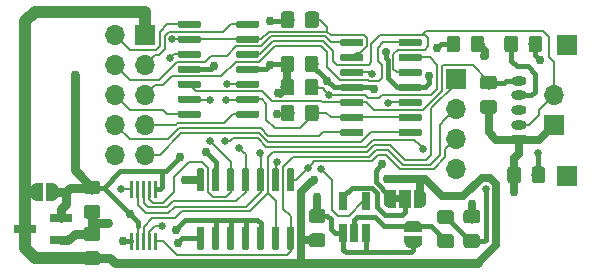
<source format=gtl>
G04 #@! TF.GenerationSoftware,KiCad,Pcbnew,(5.1.4)-1*
G04 #@! TF.CreationDate,2019-11-21T02:33:43+00:00*
G04 #@! TF.ProjectId,analog,616e616c-6f67-42e6-9b69-6361645f7063,rev?*
G04 #@! TF.SameCoordinates,Original*
G04 #@! TF.FileFunction,Copper,L1,Top*
G04 #@! TF.FilePolarity,Positive*
%FSLAX46Y46*%
G04 Gerber Fmt 4.6, Leading zero omitted, Abs format (unit mm)*
G04 Created by KiCad (PCBNEW (5.1.4)-1) date 2019-11-21 02:33:43*
%MOMM*%
%LPD*%
G04 APERTURE LIST*
%ADD10C,0.100000*%
%ADD11C,0.600000*%
%ADD12C,0.800000*%
%ADD13O,1.300000X0.800000*%
%ADD14C,1.150000*%
%ADD15R,1.700000X1.700000*%
%ADD16O,1.700000X1.700000*%
%ADD17R,0.650000X1.560000*%
%ADD18C,0.500000*%
%ADD19C,0.300000*%
%ADD20R,1.900000X0.800000*%
%ADD21R,1.000000X1.500000*%
%ADD22C,0.762000*%
%ADD23C,0.732000*%
%ADD24C,0.660400*%
%ADD25C,0.381000*%
%ADD26C,0.635000*%
%ADD27C,1.016000*%
%ADD28C,0.762000*%
%ADD29C,0.203200*%
G04 APERTURE END LIST*
D10*
G36*
X61424800Y-47944760D02*
G01*
X61924800Y-47944760D01*
X61924800Y-48544760D01*
X61424800Y-48544760D01*
X61424800Y-47944760D01*
G37*
G36*
X58657503Y-34712082D02*
G01*
X58672064Y-34714242D01*
X58686343Y-34717819D01*
X58700203Y-34722778D01*
X58713510Y-34729072D01*
X58726136Y-34736640D01*
X58737959Y-34745408D01*
X58748866Y-34755294D01*
X58758752Y-34766201D01*
X58767520Y-34778024D01*
X58775088Y-34790650D01*
X58781382Y-34803957D01*
X58786341Y-34817817D01*
X58789918Y-34832096D01*
X58792078Y-34846657D01*
X58792800Y-34861360D01*
X58792800Y-35161360D01*
X58792078Y-35176063D01*
X58789918Y-35190624D01*
X58786341Y-35204903D01*
X58781382Y-35218763D01*
X58775088Y-35232070D01*
X58767520Y-35244696D01*
X58758752Y-35256519D01*
X58748866Y-35267426D01*
X58737959Y-35277312D01*
X58726136Y-35286080D01*
X58713510Y-35293648D01*
X58700203Y-35299942D01*
X58686343Y-35304901D01*
X58672064Y-35308478D01*
X58657503Y-35310638D01*
X58642800Y-35311360D01*
X56992800Y-35311360D01*
X56978097Y-35310638D01*
X56963536Y-35308478D01*
X56949257Y-35304901D01*
X56935397Y-35299942D01*
X56922090Y-35293648D01*
X56909464Y-35286080D01*
X56897641Y-35277312D01*
X56886734Y-35267426D01*
X56876848Y-35256519D01*
X56868080Y-35244696D01*
X56860512Y-35232070D01*
X56854218Y-35218763D01*
X56849259Y-35204903D01*
X56845682Y-35190624D01*
X56843522Y-35176063D01*
X56842800Y-35161360D01*
X56842800Y-34861360D01*
X56843522Y-34846657D01*
X56845682Y-34832096D01*
X56849259Y-34817817D01*
X56854218Y-34803957D01*
X56860512Y-34790650D01*
X56868080Y-34778024D01*
X56876848Y-34766201D01*
X56886734Y-34755294D01*
X56897641Y-34745408D01*
X56909464Y-34736640D01*
X56922090Y-34729072D01*
X56935397Y-34722778D01*
X56949257Y-34717819D01*
X56963536Y-34714242D01*
X56978097Y-34712082D01*
X56992800Y-34711360D01*
X58642800Y-34711360D01*
X58657503Y-34712082D01*
X58657503Y-34712082D01*
G37*
D11*
X57817800Y-35011360D03*
D10*
G36*
X58657503Y-35982082D02*
G01*
X58672064Y-35984242D01*
X58686343Y-35987819D01*
X58700203Y-35992778D01*
X58713510Y-35999072D01*
X58726136Y-36006640D01*
X58737959Y-36015408D01*
X58748866Y-36025294D01*
X58758752Y-36036201D01*
X58767520Y-36048024D01*
X58775088Y-36060650D01*
X58781382Y-36073957D01*
X58786341Y-36087817D01*
X58789918Y-36102096D01*
X58792078Y-36116657D01*
X58792800Y-36131360D01*
X58792800Y-36431360D01*
X58792078Y-36446063D01*
X58789918Y-36460624D01*
X58786341Y-36474903D01*
X58781382Y-36488763D01*
X58775088Y-36502070D01*
X58767520Y-36514696D01*
X58758752Y-36526519D01*
X58748866Y-36537426D01*
X58737959Y-36547312D01*
X58726136Y-36556080D01*
X58713510Y-36563648D01*
X58700203Y-36569942D01*
X58686343Y-36574901D01*
X58672064Y-36578478D01*
X58657503Y-36580638D01*
X58642800Y-36581360D01*
X56992800Y-36581360D01*
X56978097Y-36580638D01*
X56963536Y-36578478D01*
X56949257Y-36574901D01*
X56935397Y-36569942D01*
X56922090Y-36563648D01*
X56909464Y-36556080D01*
X56897641Y-36547312D01*
X56886734Y-36537426D01*
X56876848Y-36526519D01*
X56868080Y-36514696D01*
X56860512Y-36502070D01*
X56854218Y-36488763D01*
X56849259Y-36474903D01*
X56845682Y-36460624D01*
X56843522Y-36446063D01*
X56842800Y-36431360D01*
X56842800Y-36131360D01*
X56843522Y-36116657D01*
X56845682Y-36102096D01*
X56849259Y-36087817D01*
X56854218Y-36073957D01*
X56860512Y-36060650D01*
X56868080Y-36048024D01*
X56876848Y-36036201D01*
X56886734Y-36025294D01*
X56897641Y-36015408D01*
X56909464Y-36006640D01*
X56922090Y-35999072D01*
X56935397Y-35992778D01*
X56949257Y-35987819D01*
X56963536Y-35984242D01*
X56978097Y-35982082D01*
X56992800Y-35981360D01*
X58642800Y-35981360D01*
X58657503Y-35982082D01*
X58657503Y-35982082D01*
G37*
D11*
X57817800Y-36281360D03*
D10*
G36*
X58657503Y-37252082D02*
G01*
X58672064Y-37254242D01*
X58686343Y-37257819D01*
X58700203Y-37262778D01*
X58713510Y-37269072D01*
X58726136Y-37276640D01*
X58737959Y-37285408D01*
X58748866Y-37295294D01*
X58758752Y-37306201D01*
X58767520Y-37318024D01*
X58775088Y-37330650D01*
X58781382Y-37343957D01*
X58786341Y-37357817D01*
X58789918Y-37372096D01*
X58792078Y-37386657D01*
X58792800Y-37401360D01*
X58792800Y-37701360D01*
X58792078Y-37716063D01*
X58789918Y-37730624D01*
X58786341Y-37744903D01*
X58781382Y-37758763D01*
X58775088Y-37772070D01*
X58767520Y-37784696D01*
X58758752Y-37796519D01*
X58748866Y-37807426D01*
X58737959Y-37817312D01*
X58726136Y-37826080D01*
X58713510Y-37833648D01*
X58700203Y-37839942D01*
X58686343Y-37844901D01*
X58672064Y-37848478D01*
X58657503Y-37850638D01*
X58642800Y-37851360D01*
X56992800Y-37851360D01*
X56978097Y-37850638D01*
X56963536Y-37848478D01*
X56949257Y-37844901D01*
X56935397Y-37839942D01*
X56922090Y-37833648D01*
X56909464Y-37826080D01*
X56897641Y-37817312D01*
X56886734Y-37807426D01*
X56876848Y-37796519D01*
X56868080Y-37784696D01*
X56860512Y-37772070D01*
X56854218Y-37758763D01*
X56849259Y-37744903D01*
X56845682Y-37730624D01*
X56843522Y-37716063D01*
X56842800Y-37701360D01*
X56842800Y-37401360D01*
X56843522Y-37386657D01*
X56845682Y-37372096D01*
X56849259Y-37357817D01*
X56854218Y-37343957D01*
X56860512Y-37330650D01*
X56868080Y-37318024D01*
X56876848Y-37306201D01*
X56886734Y-37295294D01*
X56897641Y-37285408D01*
X56909464Y-37276640D01*
X56922090Y-37269072D01*
X56935397Y-37262778D01*
X56949257Y-37257819D01*
X56963536Y-37254242D01*
X56978097Y-37252082D01*
X56992800Y-37251360D01*
X58642800Y-37251360D01*
X58657503Y-37252082D01*
X58657503Y-37252082D01*
G37*
D11*
X57817800Y-37551360D03*
D10*
G36*
X58657503Y-38522082D02*
G01*
X58672064Y-38524242D01*
X58686343Y-38527819D01*
X58700203Y-38532778D01*
X58713510Y-38539072D01*
X58726136Y-38546640D01*
X58737959Y-38555408D01*
X58748866Y-38565294D01*
X58758752Y-38576201D01*
X58767520Y-38588024D01*
X58775088Y-38600650D01*
X58781382Y-38613957D01*
X58786341Y-38627817D01*
X58789918Y-38642096D01*
X58792078Y-38656657D01*
X58792800Y-38671360D01*
X58792800Y-38971360D01*
X58792078Y-38986063D01*
X58789918Y-39000624D01*
X58786341Y-39014903D01*
X58781382Y-39028763D01*
X58775088Y-39042070D01*
X58767520Y-39054696D01*
X58758752Y-39066519D01*
X58748866Y-39077426D01*
X58737959Y-39087312D01*
X58726136Y-39096080D01*
X58713510Y-39103648D01*
X58700203Y-39109942D01*
X58686343Y-39114901D01*
X58672064Y-39118478D01*
X58657503Y-39120638D01*
X58642800Y-39121360D01*
X56992800Y-39121360D01*
X56978097Y-39120638D01*
X56963536Y-39118478D01*
X56949257Y-39114901D01*
X56935397Y-39109942D01*
X56922090Y-39103648D01*
X56909464Y-39096080D01*
X56897641Y-39087312D01*
X56886734Y-39077426D01*
X56876848Y-39066519D01*
X56868080Y-39054696D01*
X56860512Y-39042070D01*
X56854218Y-39028763D01*
X56849259Y-39014903D01*
X56845682Y-39000624D01*
X56843522Y-38986063D01*
X56842800Y-38971360D01*
X56842800Y-38671360D01*
X56843522Y-38656657D01*
X56845682Y-38642096D01*
X56849259Y-38627817D01*
X56854218Y-38613957D01*
X56860512Y-38600650D01*
X56868080Y-38588024D01*
X56876848Y-38576201D01*
X56886734Y-38565294D01*
X56897641Y-38555408D01*
X56909464Y-38546640D01*
X56922090Y-38539072D01*
X56935397Y-38532778D01*
X56949257Y-38527819D01*
X56963536Y-38524242D01*
X56978097Y-38522082D01*
X56992800Y-38521360D01*
X58642800Y-38521360D01*
X58657503Y-38522082D01*
X58657503Y-38522082D01*
G37*
D11*
X57817800Y-38821360D03*
D10*
G36*
X58657503Y-39792082D02*
G01*
X58672064Y-39794242D01*
X58686343Y-39797819D01*
X58700203Y-39802778D01*
X58713510Y-39809072D01*
X58726136Y-39816640D01*
X58737959Y-39825408D01*
X58748866Y-39835294D01*
X58758752Y-39846201D01*
X58767520Y-39858024D01*
X58775088Y-39870650D01*
X58781382Y-39883957D01*
X58786341Y-39897817D01*
X58789918Y-39912096D01*
X58792078Y-39926657D01*
X58792800Y-39941360D01*
X58792800Y-40241360D01*
X58792078Y-40256063D01*
X58789918Y-40270624D01*
X58786341Y-40284903D01*
X58781382Y-40298763D01*
X58775088Y-40312070D01*
X58767520Y-40324696D01*
X58758752Y-40336519D01*
X58748866Y-40347426D01*
X58737959Y-40357312D01*
X58726136Y-40366080D01*
X58713510Y-40373648D01*
X58700203Y-40379942D01*
X58686343Y-40384901D01*
X58672064Y-40388478D01*
X58657503Y-40390638D01*
X58642800Y-40391360D01*
X56992800Y-40391360D01*
X56978097Y-40390638D01*
X56963536Y-40388478D01*
X56949257Y-40384901D01*
X56935397Y-40379942D01*
X56922090Y-40373648D01*
X56909464Y-40366080D01*
X56897641Y-40357312D01*
X56886734Y-40347426D01*
X56876848Y-40336519D01*
X56868080Y-40324696D01*
X56860512Y-40312070D01*
X56854218Y-40298763D01*
X56849259Y-40284903D01*
X56845682Y-40270624D01*
X56843522Y-40256063D01*
X56842800Y-40241360D01*
X56842800Y-39941360D01*
X56843522Y-39926657D01*
X56845682Y-39912096D01*
X56849259Y-39897817D01*
X56854218Y-39883957D01*
X56860512Y-39870650D01*
X56868080Y-39858024D01*
X56876848Y-39846201D01*
X56886734Y-39835294D01*
X56897641Y-39825408D01*
X56909464Y-39816640D01*
X56922090Y-39809072D01*
X56935397Y-39802778D01*
X56949257Y-39797819D01*
X56963536Y-39794242D01*
X56978097Y-39792082D01*
X56992800Y-39791360D01*
X58642800Y-39791360D01*
X58657503Y-39792082D01*
X58657503Y-39792082D01*
G37*
D11*
X57817800Y-40091360D03*
D10*
G36*
X58657503Y-41062082D02*
G01*
X58672064Y-41064242D01*
X58686343Y-41067819D01*
X58700203Y-41072778D01*
X58713510Y-41079072D01*
X58726136Y-41086640D01*
X58737959Y-41095408D01*
X58748866Y-41105294D01*
X58758752Y-41116201D01*
X58767520Y-41128024D01*
X58775088Y-41140650D01*
X58781382Y-41153957D01*
X58786341Y-41167817D01*
X58789918Y-41182096D01*
X58792078Y-41196657D01*
X58792800Y-41211360D01*
X58792800Y-41511360D01*
X58792078Y-41526063D01*
X58789918Y-41540624D01*
X58786341Y-41554903D01*
X58781382Y-41568763D01*
X58775088Y-41582070D01*
X58767520Y-41594696D01*
X58758752Y-41606519D01*
X58748866Y-41617426D01*
X58737959Y-41627312D01*
X58726136Y-41636080D01*
X58713510Y-41643648D01*
X58700203Y-41649942D01*
X58686343Y-41654901D01*
X58672064Y-41658478D01*
X58657503Y-41660638D01*
X58642800Y-41661360D01*
X56992800Y-41661360D01*
X56978097Y-41660638D01*
X56963536Y-41658478D01*
X56949257Y-41654901D01*
X56935397Y-41649942D01*
X56922090Y-41643648D01*
X56909464Y-41636080D01*
X56897641Y-41627312D01*
X56886734Y-41617426D01*
X56876848Y-41606519D01*
X56868080Y-41594696D01*
X56860512Y-41582070D01*
X56854218Y-41568763D01*
X56849259Y-41554903D01*
X56845682Y-41540624D01*
X56843522Y-41526063D01*
X56842800Y-41511360D01*
X56842800Y-41211360D01*
X56843522Y-41196657D01*
X56845682Y-41182096D01*
X56849259Y-41167817D01*
X56854218Y-41153957D01*
X56860512Y-41140650D01*
X56868080Y-41128024D01*
X56876848Y-41116201D01*
X56886734Y-41105294D01*
X56897641Y-41095408D01*
X56909464Y-41086640D01*
X56922090Y-41079072D01*
X56935397Y-41072778D01*
X56949257Y-41067819D01*
X56963536Y-41064242D01*
X56978097Y-41062082D01*
X56992800Y-41061360D01*
X58642800Y-41061360D01*
X58657503Y-41062082D01*
X58657503Y-41062082D01*
G37*
D11*
X57817800Y-41361360D03*
D10*
G36*
X58657503Y-42332082D02*
G01*
X58672064Y-42334242D01*
X58686343Y-42337819D01*
X58700203Y-42342778D01*
X58713510Y-42349072D01*
X58726136Y-42356640D01*
X58737959Y-42365408D01*
X58748866Y-42375294D01*
X58758752Y-42386201D01*
X58767520Y-42398024D01*
X58775088Y-42410650D01*
X58781382Y-42423957D01*
X58786341Y-42437817D01*
X58789918Y-42452096D01*
X58792078Y-42466657D01*
X58792800Y-42481360D01*
X58792800Y-42781360D01*
X58792078Y-42796063D01*
X58789918Y-42810624D01*
X58786341Y-42824903D01*
X58781382Y-42838763D01*
X58775088Y-42852070D01*
X58767520Y-42864696D01*
X58758752Y-42876519D01*
X58748866Y-42887426D01*
X58737959Y-42897312D01*
X58726136Y-42906080D01*
X58713510Y-42913648D01*
X58700203Y-42919942D01*
X58686343Y-42924901D01*
X58672064Y-42928478D01*
X58657503Y-42930638D01*
X58642800Y-42931360D01*
X56992800Y-42931360D01*
X56978097Y-42930638D01*
X56963536Y-42928478D01*
X56949257Y-42924901D01*
X56935397Y-42919942D01*
X56922090Y-42913648D01*
X56909464Y-42906080D01*
X56897641Y-42897312D01*
X56886734Y-42887426D01*
X56876848Y-42876519D01*
X56868080Y-42864696D01*
X56860512Y-42852070D01*
X56854218Y-42838763D01*
X56849259Y-42824903D01*
X56845682Y-42810624D01*
X56843522Y-42796063D01*
X56842800Y-42781360D01*
X56842800Y-42481360D01*
X56843522Y-42466657D01*
X56845682Y-42452096D01*
X56849259Y-42437817D01*
X56854218Y-42423957D01*
X56860512Y-42410650D01*
X56868080Y-42398024D01*
X56876848Y-42386201D01*
X56886734Y-42375294D01*
X56897641Y-42365408D01*
X56909464Y-42356640D01*
X56922090Y-42349072D01*
X56935397Y-42342778D01*
X56949257Y-42337819D01*
X56963536Y-42334242D01*
X56978097Y-42332082D01*
X56992800Y-42331360D01*
X58642800Y-42331360D01*
X58657503Y-42332082D01*
X58657503Y-42332082D01*
G37*
D11*
X57817800Y-42631360D03*
D10*
G36*
X63607503Y-42332082D02*
G01*
X63622064Y-42334242D01*
X63636343Y-42337819D01*
X63650203Y-42342778D01*
X63663510Y-42349072D01*
X63676136Y-42356640D01*
X63687959Y-42365408D01*
X63698866Y-42375294D01*
X63708752Y-42386201D01*
X63717520Y-42398024D01*
X63725088Y-42410650D01*
X63731382Y-42423957D01*
X63736341Y-42437817D01*
X63739918Y-42452096D01*
X63742078Y-42466657D01*
X63742800Y-42481360D01*
X63742800Y-42781360D01*
X63742078Y-42796063D01*
X63739918Y-42810624D01*
X63736341Y-42824903D01*
X63731382Y-42838763D01*
X63725088Y-42852070D01*
X63717520Y-42864696D01*
X63708752Y-42876519D01*
X63698866Y-42887426D01*
X63687959Y-42897312D01*
X63676136Y-42906080D01*
X63663510Y-42913648D01*
X63650203Y-42919942D01*
X63636343Y-42924901D01*
X63622064Y-42928478D01*
X63607503Y-42930638D01*
X63592800Y-42931360D01*
X61942800Y-42931360D01*
X61928097Y-42930638D01*
X61913536Y-42928478D01*
X61899257Y-42924901D01*
X61885397Y-42919942D01*
X61872090Y-42913648D01*
X61859464Y-42906080D01*
X61847641Y-42897312D01*
X61836734Y-42887426D01*
X61826848Y-42876519D01*
X61818080Y-42864696D01*
X61810512Y-42852070D01*
X61804218Y-42838763D01*
X61799259Y-42824903D01*
X61795682Y-42810624D01*
X61793522Y-42796063D01*
X61792800Y-42781360D01*
X61792800Y-42481360D01*
X61793522Y-42466657D01*
X61795682Y-42452096D01*
X61799259Y-42437817D01*
X61804218Y-42423957D01*
X61810512Y-42410650D01*
X61818080Y-42398024D01*
X61826848Y-42386201D01*
X61836734Y-42375294D01*
X61847641Y-42365408D01*
X61859464Y-42356640D01*
X61872090Y-42349072D01*
X61885397Y-42342778D01*
X61899257Y-42337819D01*
X61913536Y-42334242D01*
X61928097Y-42332082D01*
X61942800Y-42331360D01*
X63592800Y-42331360D01*
X63607503Y-42332082D01*
X63607503Y-42332082D01*
G37*
D11*
X62767800Y-42631360D03*
D10*
G36*
X63607503Y-41062082D02*
G01*
X63622064Y-41064242D01*
X63636343Y-41067819D01*
X63650203Y-41072778D01*
X63663510Y-41079072D01*
X63676136Y-41086640D01*
X63687959Y-41095408D01*
X63698866Y-41105294D01*
X63708752Y-41116201D01*
X63717520Y-41128024D01*
X63725088Y-41140650D01*
X63731382Y-41153957D01*
X63736341Y-41167817D01*
X63739918Y-41182096D01*
X63742078Y-41196657D01*
X63742800Y-41211360D01*
X63742800Y-41511360D01*
X63742078Y-41526063D01*
X63739918Y-41540624D01*
X63736341Y-41554903D01*
X63731382Y-41568763D01*
X63725088Y-41582070D01*
X63717520Y-41594696D01*
X63708752Y-41606519D01*
X63698866Y-41617426D01*
X63687959Y-41627312D01*
X63676136Y-41636080D01*
X63663510Y-41643648D01*
X63650203Y-41649942D01*
X63636343Y-41654901D01*
X63622064Y-41658478D01*
X63607503Y-41660638D01*
X63592800Y-41661360D01*
X61942800Y-41661360D01*
X61928097Y-41660638D01*
X61913536Y-41658478D01*
X61899257Y-41654901D01*
X61885397Y-41649942D01*
X61872090Y-41643648D01*
X61859464Y-41636080D01*
X61847641Y-41627312D01*
X61836734Y-41617426D01*
X61826848Y-41606519D01*
X61818080Y-41594696D01*
X61810512Y-41582070D01*
X61804218Y-41568763D01*
X61799259Y-41554903D01*
X61795682Y-41540624D01*
X61793522Y-41526063D01*
X61792800Y-41511360D01*
X61792800Y-41211360D01*
X61793522Y-41196657D01*
X61795682Y-41182096D01*
X61799259Y-41167817D01*
X61804218Y-41153957D01*
X61810512Y-41140650D01*
X61818080Y-41128024D01*
X61826848Y-41116201D01*
X61836734Y-41105294D01*
X61847641Y-41095408D01*
X61859464Y-41086640D01*
X61872090Y-41079072D01*
X61885397Y-41072778D01*
X61899257Y-41067819D01*
X61913536Y-41064242D01*
X61928097Y-41062082D01*
X61942800Y-41061360D01*
X63592800Y-41061360D01*
X63607503Y-41062082D01*
X63607503Y-41062082D01*
G37*
D11*
X62767800Y-41361360D03*
D10*
G36*
X63607503Y-39792082D02*
G01*
X63622064Y-39794242D01*
X63636343Y-39797819D01*
X63650203Y-39802778D01*
X63663510Y-39809072D01*
X63676136Y-39816640D01*
X63687959Y-39825408D01*
X63698866Y-39835294D01*
X63708752Y-39846201D01*
X63717520Y-39858024D01*
X63725088Y-39870650D01*
X63731382Y-39883957D01*
X63736341Y-39897817D01*
X63739918Y-39912096D01*
X63742078Y-39926657D01*
X63742800Y-39941360D01*
X63742800Y-40241360D01*
X63742078Y-40256063D01*
X63739918Y-40270624D01*
X63736341Y-40284903D01*
X63731382Y-40298763D01*
X63725088Y-40312070D01*
X63717520Y-40324696D01*
X63708752Y-40336519D01*
X63698866Y-40347426D01*
X63687959Y-40357312D01*
X63676136Y-40366080D01*
X63663510Y-40373648D01*
X63650203Y-40379942D01*
X63636343Y-40384901D01*
X63622064Y-40388478D01*
X63607503Y-40390638D01*
X63592800Y-40391360D01*
X61942800Y-40391360D01*
X61928097Y-40390638D01*
X61913536Y-40388478D01*
X61899257Y-40384901D01*
X61885397Y-40379942D01*
X61872090Y-40373648D01*
X61859464Y-40366080D01*
X61847641Y-40357312D01*
X61836734Y-40347426D01*
X61826848Y-40336519D01*
X61818080Y-40324696D01*
X61810512Y-40312070D01*
X61804218Y-40298763D01*
X61799259Y-40284903D01*
X61795682Y-40270624D01*
X61793522Y-40256063D01*
X61792800Y-40241360D01*
X61792800Y-39941360D01*
X61793522Y-39926657D01*
X61795682Y-39912096D01*
X61799259Y-39897817D01*
X61804218Y-39883957D01*
X61810512Y-39870650D01*
X61818080Y-39858024D01*
X61826848Y-39846201D01*
X61836734Y-39835294D01*
X61847641Y-39825408D01*
X61859464Y-39816640D01*
X61872090Y-39809072D01*
X61885397Y-39802778D01*
X61899257Y-39797819D01*
X61913536Y-39794242D01*
X61928097Y-39792082D01*
X61942800Y-39791360D01*
X63592800Y-39791360D01*
X63607503Y-39792082D01*
X63607503Y-39792082D01*
G37*
D11*
X62767800Y-40091360D03*
D10*
G36*
X63607503Y-38522082D02*
G01*
X63622064Y-38524242D01*
X63636343Y-38527819D01*
X63650203Y-38532778D01*
X63663510Y-38539072D01*
X63676136Y-38546640D01*
X63687959Y-38555408D01*
X63698866Y-38565294D01*
X63708752Y-38576201D01*
X63717520Y-38588024D01*
X63725088Y-38600650D01*
X63731382Y-38613957D01*
X63736341Y-38627817D01*
X63739918Y-38642096D01*
X63742078Y-38656657D01*
X63742800Y-38671360D01*
X63742800Y-38971360D01*
X63742078Y-38986063D01*
X63739918Y-39000624D01*
X63736341Y-39014903D01*
X63731382Y-39028763D01*
X63725088Y-39042070D01*
X63717520Y-39054696D01*
X63708752Y-39066519D01*
X63698866Y-39077426D01*
X63687959Y-39087312D01*
X63676136Y-39096080D01*
X63663510Y-39103648D01*
X63650203Y-39109942D01*
X63636343Y-39114901D01*
X63622064Y-39118478D01*
X63607503Y-39120638D01*
X63592800Y-39121360D01*
X61942800Y-39121360D01*
X61928097Y-39120638D01*
X61913536Y-39118478D01*
X61899257Y-39114901D01*
X61885397Y-39109942D01*
X61872090Y-39103648D01*
X61859464Y-39096080D01*
X61847641Y-39087312D01*
X61836734Y-39077426D01*
X61826848Y-39066519D01*
X61818080Y-39054696D01*
X61810512Y-39042070D01*
X61804218Y-39028763D01*
X61799259Y-39014903D01*
X61795682Y-39000624D01*
X61793522Y-38986063D01*
X61792800Y-38971360D01*
X61792800Y-38671360D01*
X61793522Y-38656657D01*
X61795682Y-38642096D01*
X61799259Y-38627817D01*
X61804218Y-38613957D01*
X61810512Y-38600650D01*
X61818080Y-38588024D01*
X61826848Y-38576201D01*
X61836734Y-38565294D01*
X61847641Y-38555408D01*
X61859464Y-38546640D01*
X61872090Y-38539072D01*
X61885397Y-38532778D01*
X61899257Y-38527819D01*
X61913536Y-38524242D01*
X61928097Y-38522082D01*
X61942800Y-38521360D01*
X63592800Y-38521360D01*
X63607503Y-38522082D01*
X63607503Y-38522082D01*
G37*
D11*
X62767800Y-38821360D03*
D10*
G36*
X63607503Y-37252082D02*
G01*
X63622064Y-37254242D01*
X63636343Y-37257819D01*
X63650203Y-37262778D01*
X63663510Y-37269072D01*
X63676136Y-37276640D01*
X63687959Y-37285408D01*
X63698866Y-37295294D01*
X63708752Y-37306201D01*
X63717520Y-37318024D01*
X63725088Y-37330650D01*
X63731382Y-37343957D01*
X63736341Y-37357817D01*
X63739918Y-37372096D01*
X63742078Y-37386657D01*
X63742800Y-37401360D01*
X63742800Y-37701360D01*
X63742078Y-37716063D01*
X63739918Y-37730624D01*
X63736341Y-37744903D01*
X63731382Y-37758763D01*
X63725088Y-37772070D01*
X63717520Y-37784696D01*
X63708752Y-37796519D01*
X63698866Y-37807426D01*
X63687959Y-37817312D01*
X63676136Y-37826080D01*
X63663510Y-37833648D01*
X63650203Y-37839942D01*
X63636343Y-37844901D01*
X63622064Y-37848478D01*
X63607503Y-37850638D01*
X63592800Y-37851360D01*
X61942800Y-37851360D01*
X61928097Y-37850638D01*
X61913536Y-37848478D01*
X61899257Y-37844901D01*
X61885397Y-37839942D01*
X61872090Y-37833648D01*
X61859464Y-37826080D01*
X61847641Y-37817312D01*
X61836734Y-37807426D01*
X61826848Y-37796519D01*
X61818080Y-37784696D01*
X61810512Y-37772070D01*
X61804218Y-37758763D01*
X61799259Y-37744903D01*
X61795682Y-37730624D01*
X61793522Y-37716063D01*
X61792800Y-37701360D01*
X61792800Y-37401360D01*
X61793522Y-37386657D01*
X61795682Y-37372096D01*
X61799259Y-37357817D01*
X61804218Y-37343957D01*
X61810512Y-37330650D01*
X61818080Y-37318024D01*
X61826848Y-37306201D01*
X61836734Y-37295294D01*
X61847641Y-37285408D01*
X61859464Y-37276640D01*
X61872090Y-37269072D01*
X61885397Y-37262778D01*
X61899257Y-37257819D01*
X61913536Y-37254242D01*
X61928097Y-37252082D01*
X61942800Y-37251360D01*
X63592800Y-37251360D01*
X63607503Y-37252082D01*
X63607503Y-37252082D01*
G37*
D11*
X62767800Y-37551360D03*
D10*
G36*
X63607503Y-35982082D02*
G01*
X63622064Y-35984242D01*
X63636343Y-35987819D01*
X63650203Y-35992778D01*
X63663510Y-35999072D01*
X63676136Y-36006640D01*
X63687959Y-36015408D01*
X63698866Y-36025294D01*
X63708752Y-36036201D01*
X63717520Y-36048024D01*
X63725088Y-36060650D01*
X63731382Y-36073957D01*
X63736341Y-36087817D01*
X63739918Y-36102096D01*
X63742078Y-36116657D01*
X63742800Y-36131360D01*
X63742800Y-36431360D01*
X63742078Y-36446063D01*
X63739918Y-36460624D01*
X63736341Y-36474903D01*
X63731382Y-36488763D01*
X63725088Y-36502070D01*
X63717520Y-36514696D01*
X63708752Y-36526519D01*
X63698866Y-36537426D01*
X63687959Y-36547312D01*
X63676136Y-36556080D01*
X63663510Y-36563648D01*
X63650203Y-36569942D01*
X63636343Y-36574901D01*
X63622064Y-36578478D01*
X63607503Y-36580638D01*
X63592800Y-36581360D01*
X61942800Y-36581360D01*
X61928097Y-36580638D01*
X61913536Y-36578478D01*
X61899257Y-36574901D01*
X61885397Y-36569942D01*
X61872090Y-36563648D01*
X61859464Y-36556080D01*
X61847641Y-36547312D01*
X61836734Y-36537426D01*
X61826848Y-36526519D01*
X61818080Y-36514696D01*
X61810512Y-36502070D01*
X61804218Y-36488763D01*
X61799259Y-36474903D01*
X61795682Y-36460624D01*
X61793522Y-36446063D01*
X61792800Y-36431360D01*
X61792800Y-36131360D01*
X61793522Y-36116657D01*
X61795682Y-36102096D01*
X61799259Y-36087817D01*
X61804218Y-36073957D01*
X61810512Y-36060650D01*
X61818080Y-36048024D01*
X61826848Y-36036201D01*
X61836734Y-36025294D01*
X61847641Y-36015408D01*
X61859464Y-36006640D01*
X61872090Y-35999072D01*
X61885397Y-35992778D01*
X61899257Y-35987819D01*
X61913536Y-35984242D01*
X61928097Y-35982082D01*
X61942800Y-35981360D01*
X63592800Y-35981360D01*
X63607503Y-35982082D01*
X63607503Y-35982082D01*
G37*
D11*
X62767800Y-36281360D03*
D10*
G36*
X63607503Y-34712082D02*
G01*
X63622064Y-34714242D01*
X63636343Y-34717819D01*
X63650203Y-34722778D01*
X63663510Y-34729072D01*
X63676136Y-34736640D01*
X63687959Y-34745408D01*
X63698866Y-34755294D01*
X63708752Y-34766201D01*
X63717520Y-34778024D01*
X63725088Y-34790650D01*
X63731382Y-34803957D01*
X63736341Y-34817817D01*
X63739918Y-34832096D01*
X63742078Y-34846657D01*
X63742800Y-34861360D01*
X63742800Y-35161360D01*
X63742078Y-35176063D01*
X63739918Y-35190624D01*
X63736341Y-35204903D01*
X63731382Y-35218763D01*
X63725088Y-35232070D01*
X63717520Y-35244696D01*
X63708752Y-35256519D01*
X63698866Y-35267426D01*
X63687959Y-35277312D01*
X63676136Y-35286080D01*
X63663510Y-35293648D01*
X63650203Y-35299942D01*
X63636343Y-35304901D01*
X63622064Y-35308478D01*
X63607503Y-35310638D01*
X63592800Y-35311360D01*
X61942800Y-35311360D01*
X61928097Y-35310638D01*
X61913536Y-35308478D01*
X61899257Y-35304901D01*
X61885397Y-35299942D01*
X61872090Y-35293648D01*
X61859464Y-35286080D01*
X61847641Y-35277312D01*
X61836734Y-35267426D01*
X61826848Y-35256519D01*
X61818080Y-35244696D01*
X61810512Y-35232070D01*
X61804218Y-35218763D01*
X61799259Y-35204903D01*
X61795682Y-35190624D01*
X61793522Y-35176063D01*
X61792800Y-35161360D01*
X61792800Y-34861360D01*
X61793522Y-34846657D01*
X61795682Y-34832096D01*
X61799259Y-34817817D01*
X61804218Y-34803957D01*
X61810512Y-34790650D01*
X61818080Y-34778024D01*
X61826848Y-34766201D01*
X61836734Y-34755294D01*
X61847641Y-34745408D01*
X61859464Y-34736640D01*
X61872090Y-34729072D01*
X61885397Y-34722778D01*
X61899257Y-34717819D01*
X61913536Y-34714242D01*
X61928097Y-34712082D01*
X61942800Y-34711360D01*
X63592800Y-34711360D01*
X63607503Y-34712082D01*
X63607503Y-34712082D01*
G37*
D11*
X62767800Y-35011360D03*
D10*
G36*
X72446403Y-42841923D02*
G01*
X72465818Y-42844803D01*
X72484857Y-42849572D01*
X72503337Y-42856184D01*
X72521079Y-42864576D01*
X72537914Y-42874666D01*
X72553679Y-42886358D01*
X72568221Y-42899539D01*
X72581402Y-42914081D01*
X72593094Y-42929846D01*
X72603184Y-42946681D01*
X72611576Y-42964423D01*
X72618188Y-42982903D01*
X72622957Y-43001942D01*
X72625837Y-43021357D01*
X72626800Y-43040960D01*
X72626800Y-43440960D01*
X72625837Y-43460563D01*
X72622957Y-43479978D01*
X72618188Y-43499017D01*
X72611576Y-43517497D01*
X72603184Y-43535239D01*
X72593094Y-43552074D01*
X72581402Y-43567839D01*
X72568221Y-43582381D01*
X72553679Y-43595562D01*
X72537914Y-43607254D01*
X72521079Y-43617344D01*
X72503337Y-43625736D01*
X72484857Y-43632348D01*
X72465818Y-43637117D01*
X72446403Y-43639997D01*
X72426800Y-43640960D01*
X71526800Y-43640960D01*
X71507197Y-43639997D01*
X71487782Y-43637117D01*
X71468743Y-43632348D01*
X71450263Y-43625736D01*
X71432521Y-43617344D01*
X71415686Y-43607254D01*
X71399921Y-43595562D01*
X71385379Y-43582381D01*
X71372198Y-43567839D01*
X71360506Y-43552074D01*
X71350416Y-43535239D01*
X71342024Y-43517497D01*
X71335412Y-43499017D01*
X71330643Y-43479978D01*
X71327763Y-43460563D01*
X71326800Y-43440960D01*
X71326800Y-43040960D01*
X71327763Y-43021357D01*
X71330643Y-43001942D01*
X71335412Y-42982903D01*
X71342024Y-42964423D01*
X71350416Y-42946681D01*
X71360506Y-42929846D01*
X71372198Y-42914081D01*
X71385379Y-42899539D01*
X71399921Y-42886358D01*
X71415686Y-42874666D01*
X71432521Y-42864576D01*
X71450263Y-42856184D01*
X71468743Y-42849572D01*
X71487782Y-42844803D01*
X71507197Y-42841923D01*
X71526800Y-42840960D01*
X72426800Y-42840960D01*
X72446403Y-42841923D01*
X72446403Y-42841923D01*
G37*
D12*
X71976800Y-43240960D03*
D13*
X71976800Y-41990960D03*
X71976800Y-40740960D03*
X71976800Y-39490960D03*
X71976800Y-38240960D03*
D10*
G36*
X54809305Y-32382164D02*
G01*
X54833573Y-32385764D01*
X54857372Y-32391725D01*
X54880471Y-32399990D01*
X54902650Y-32410480D01*
X54923693Y-32423092D01*
X54943399Y-32437707D01*
X54961577Y-32454183D01*
X54978053Y-32472361D01*
X54992668Y-32492067D01*
X55005280Y-32513110D01*
X55015770Y-32535289D01*
X55024035Y-32558388D01*
X55029996Y-32582187D01*
X55033596Y-32606455D01*
X55034800Y-32630959D01*
X55034800Y-33530961D01*
X55033596Y-33555465D01*
X55029996Y-33579733D01*
X55024035Y-33603532D01*
X55015770Y-33626631D01*
X55005280Y-33648810D01*
X54992668Y-33669853D01*
X54978053Y-33689559D01*
X54961577Y-33707737D01*
X54943399Y-33724213D01*
X54923693Y-33738828D01*
X54902650Y-33751440D01*
X54880471Y-33761930D01*
X54857372Y-33770195D01*
X54833573Y-33776156D01*
X54809305Y-33779756D01*
X54784801Y-33780960D01*
X54134799Y-33780960D01*
X54110295Y-33779756D01*
X54086027Y-33776156D01*
X54062228Y-33770195D01*
X54039129Y-33761930D01*
X54016950Y-33751440D01*
X53995907Y-33738828D01*
X53976201Y-33724213D01*
X53958023Y-33707737D01*
X53941547Y-33689559D01*
X53926932Y-33669853D01*
X53914320Y-33648810D01*
X53903830Y-33626631D01*
X53895565Y-33603532D01*
X53889604Y-33579733D01*
X53886004Y-33555465D01*
X53884800Y-33530961D01*
X53884800Y-32630959D01*
X53886004Y-32606455D01*
X53889604Y-32582187D01*
X53895565Y-32558388D01*
X53903830Y-32535289D01*
X53914320Y-32513110D01*
X53926932Y-32492067D01*
X53941547Y-32472361D01*
X53958023Y-32454183D01*
X53976201Y-32437707D01*
X53995907Y-32423092D01*
X54016950Y-32410480D01*
X54039129Y-32399990D01*
X54062228Y-32391725D01*
X54086027Y-32385764D01*
X54110295Y-32382164D01*
X54134799Y-32380960D01*
X54784801Y-32380960D01*
X54809305Y-32382164D01*
X54809305Y-32382164D01*
G37*
D14*
X54459800Y-33080960D03*
D10*
G36*
X52759305Y-32382164D02*
G01*
X52783573Y-32385764D01*
X52807372Y-32391725D01*
X52830471Y-32399990D01*
X52852650Y-32410480D01*
X52873693Y-32423092D01*
X52893399Y-32437707D01*
X52911577Y-32454183D01*
X52928053Y-32472361D01*
X52942668Y-32492067D01*
X52955280Y-32513110D01*
X52965770Y-32535289D01*
X52974035Y-32558388D01*
X52979996Y-32582187D01*
X52983596Y-32606455D01*
X52984800Y-32630959D01*
X52984800Y-33530961D01*
X52983596Y-33555465D01*
X52979996Y-33579733D01*
X52974035Y-33603532D01*
X52965770Y-33626631D01*
X52955280Y-33648810D01*
X52942668Y-33669853D01*
X52928053Y-33689559D01*
X52911577Y-33707737D01*
X52893399Y-33724213D01*
X52873693Y-33738828D01*
X52852650Y-33751440D01*
X52830471Y-33761930D01*
X52807372Y-33770195D01*
X52783573Y-33776156D01*
X52759305Y-33779756D01*
X52734801Y-33780960D01*
X52084799Y-33780960D01*
X52060295Y-33779756D01*
X52036027Y-33776156D01*
X52012228Y-33770195D01*
X51989129Y-33761930D01*
X51966950Y-33751440D01*
X51945907Y-33738828D01*
X51926201Y-33724213D01*
X51908023Y-33707737D01*
X51891547Y-33689559D01*
X51876932Y-33669853D01*
X51864320Y-33648810D01*
X51853830Y-33626631D01*
X51845565Y-33603532D01*
X51839604Y-33579733D01*
X51836004Y-33555465D01*
X51834800Y-33530961D01*
X51834800Y-32630959D01*
X51836004Y-32606455D01*
X51839604Y-32582187D01*
X51845565Y-32558388D01*
X51853830Y-32535289D01*
X51864320Y-32513110D01*
X51876932Y-32492067D01*
X51891547Y-32472361D01*
X51908023Y-32454183D01*
X51926201Y-32437707D01*
X51945907Y-32423092D01*
X51966950Y-32410480D01*
X51989129Y-32399990D01*
X52012228Y-32391725D01*
X52036027Y-32385764D01*
X52060295Y-32382164D01*
X52084799Y-32380960D01*
X52734801Y-32380960D01*
X52759305Y-32382164D01*
X52759305Y-32382164D01*
G37*
D14*
X52409800Y-33080960D03*
D10*
G36*
X49866103Y-33162682D02*
G01*
X49880664Y-33164842D01*
X49894943Y-33168419D01*
X49908803Y-33173378D01*
X49922110Y-33179672D01*
X49934736Y-33187240D01*
X49946559Y-33196008D01*
X49957466Y-33205894D01*
X49967352Y-33216801D01*
X49976120Y-33228624D01*
X49983688Y-33241250D01*
X49989982Y-33254557D01*
X49994941Y-33268417D01*
X49998518Y-33282696D01*
X50000678Y-33297257D01*
X50001400Y-33311960D01*
X50001400Y-33611960D01*
X50000678Y-33626663D01*
X49998518Y-33641224D01*
X49994941Y-33655503D01*
X49989982Y-33669363D01*
X49983688Y-33682670D01*
X49976120Y-33695296D01*
X49967352Y-33707119D01*
X49957466Y-33718026D01*
X49946559Y-33727912D01*
X49934736Y-33736680D01*
X49922110Y-33744248D01*
X49908803Y-33750542D01*
X49894943Y-33755501D01*
X49880664Y-33759078D01*
X49866103Y-33761238D01*
X49851400Y-33761960D01*
X48201400Y-33761960D01*
X48186697Y-33761238D01*
X48172136Y-33759078D01*
X48157857Y-33755501D01*
X48143997Y-33750542D01*
X48130690Y-33744248D01*
X48118064Y-33736680D01*
X48106241Y-33727912D01*
X48095334Y-33718026D01*
X48085448Y-33707119D01*
X48076680Y-33695296D01*
X48069112Y-33682670D01*
X48062818Y-33669363D01*
X48057859Y-33655503D01*
X48054282Y-33641224D01*
X48052122Y-33626663D01*
X48051400Y-33611960D01*
X48051400Y-33311960D01*
X48052122Y-33297257D01*
X48054282Y-33282696D01*
X48057859Y-33268417D01*
X48062818Y-33254557D01*
X48069112Y-33241250D01*
X48076680Y-33228624D01*
X48085448Y-33216801D01*
X48095334Y-33205894D01*
X48106241Y-33196008D01*
X48118064Y-33187240D01*
X48130690Y-33179672D01*
X48143997Y-33173378D01*
X48157857Y-33168419D01*
X48172136Y-33164842D01*
X48186697Y-33162682D01*
X48201400Y-33161960D01*
X49851400Y-33161960D01*
X49866103Y-33162682D01*
X49866103Y-33162682D01*
G37*
D11*
X49026400Y-33461960D03*
D10*
G36*
X49866103Y-34432682D02*
G01*
X49880664Y-34434842D01*
X49894943Y-34438419D01*
X49908803Y-34443378D01*
X49922110Y-34449672D01*
X49934736Y-34457240D01*
X49946559Y-34466008D01*
X49957466Y-34475894D01*
X49967352Y-34486801D01*
X49976120Y-34498624D01*
X49983688Y-34511250D01*
X49989982Y-34524557D01*
X49994941Y-34538417D01*
X49998518Y-34552696D01*
X50000678Y-34567257D01*
X50001400Y-34581960D01*
X50001400Y-34881960D01*
X50000678Y-34896663D01*
X49998518Y-34911224D01*
X49994941Y-34925503D01*
X49989982Y-34939363D01*
X49983688Y-34952670D01*
X49976120Y-34965296D01*
X49967352Y-34977119D01*
X49957466Y-34988026D01*
X49946559Y-34997912D01*
X49934736Y-35006680D01*
X49922110Y-35014248D01*
X49908803Y-35020542D01*
X49894943Y-35025501D01*
X49880664Y-35029078D01*
X49866103Y-35031238D01*
X49851400Y-35031960D01*
X48201400Y-35031960D01*
X48186697Y-35031238D01*
X48172136Y-35029078D01*
X48157857Y-35025501D01*
X48143997Y-35020542D01*
X48130690Y-35014248D01*
X48118064Y-35006680D01*
X48106241Y-34997912D01*
X48095334Y-34988026D01*
X48085448Y-34977119D01*
X48076680Y-34965296D01*
X48069112Y-34952670D01*
X48062818Y-34939363D01*
X48057859Y-34925503D01*
X48054282Y-34911224D01*
X48052122Y-34896663D01*
X48051400Y-34881960D01*
X48051400Y-34581960D01*
X48052122Y-34567257D01*
X48054282Y-34552696D01*
X48057859Y-34538417D01*
X48062818Y-34524557D01*
X48069112Y-34511250D01*
X48076680Y-34498624D01*
X48085448Y-34486801D01*
X48095334Y-34475894D01*
X48106241Y-34466008D01*
X48118064Y-34457240D01*
X48130690Y-34449672D01*
X48143997Y-34443378D01*
X48157857Y-34438419D01*
X48172136Y-34434842D01*
X48186697Y-34432682D01*
X48201400Y-34431960D01*
X49851400Y-34431960D01*
X49866103Y-34432682D01*
X49866103Y-34432682D01*
G37*
D11*
X49026400Y-34731960D03*
D10*
G36*
X49866103Y-35702682D02*
G01*
X49880664Y-35704842D01*
X49894943Y-35708419D01*
X49908803Y-35713378D01*
X49922110Y-35719672D01*
X49934736Y-35727240D01*
X49946559Y-35736008D01*
X49957466Y-35745894D01*
X49967352Y-35756801D01*
X49976120Y-35768624D01*
X49983688Y-35781250D01*
X49989982Y-35794557D01*
X49994941Y-35808417D01*
X49998518Y-35822696D01*
X50000678Y-35837257D01*
X50001400Y-35851960D01*
X50001400Y-36151960D01*
X50000678Y-36166663D01*
X49998518Y-36181224D01*
X49994941Y-36195503D01*
X49989982Y-36209363D01*
X49983688Y-36222670D01*
X49976120Y-36235296D01*
X49967352Y-36247119D01*
X49957466Y-36258026D01*
X49946559Y-36267912D01*
X49934736Y-36276680D01*
X49922110Y-36284248D01*
X49908803Y-36290542D01*
X49894943Y-36295501D01*
X49880664Y-36299078D01*
X49866103Y-36301238D01*
X49851400Y-36301960D01*
X48201400Y-36301960D01*
X48186697Y-36301238D01*
X48172136Y-36299078D01*
X48157857Y-36295501D01*
X48143997Y-36290542D01*
X48130690Y-36284248D01*
X48118064Y-36276680D01*
X48106241Y-36267912D01*
X48095334Y-36258026D01*
X48085448Y-36247119D01*
X48076680Y-36235296D01*
X48069112Y-36222670D01*
X48062818Y-36209363D01*
X48057859Y-36195503D01*
X48054282Y-36181224D01*
X48052122Y-36166663D01*
X48051400Y-36151960D01*
X48051400Y-35851960D01*
X48052122Y-35837257D01*
X48054282Y-35822696D01*
X48057859Y-35808417D01*
X48062818Y-35794557D01*
X48069112Y-35781250D01*
X48076680Y-35768624D01*
X48085448Y-35756801D01*
X48095334Y-35745894D01*
X48106241Y-35736008D01*
X48118064Y-35727240D01*
X48130690Y-35719672D01*
X48143997Y-35713378D01*
X48157857Y-35708419D01*
X48172136Y-35704842D01*
X48186697Y-35702682D01*
X48201400Y-35701960D01*
X49851400Y-35701960D01*
X49866103Y-35702682D01*
X49866103Y-35702682D01*
G37*
D11*
X49026400Y-36001960D03*
D10*
G36*
X49866103Y-36972682D02*
G01*
X49880664Y-36974842D01*
X49894943Y-36978419D01*
X49908803Y-36983378D01*
X49922110Y-36989672D01*
X49934736Y-36997240D01*
X49946559Y-37006008D01*
X49957466Y-37015894D01*
X49967352Y-37026801D01*
X49976120Y-37038624D01*
X49983688Y-37051250D01*
X49989982Y-37064557D01*
X49994941Y-37078417D01*
X49998518Y-37092696D01*
X50000678Y-37107257D01*
X50001400Y-37121960D01*
X50001400Y-37421960D01*
X50000678Y-37436663D01*
X49998518Y-37451224D01*
X49994941Y-37465503D01*
X49989982Y-37479363D01*
X49983688Y-37492670D01*
X49976120Y-37505296D01*
X49967352Y-37517119D01*
X49957466Y-37528026D01*
X49946559Y-37537912D01*
X49934736Y-37546680D01*
X49922110Y-37554248D01*
X49908803Y-37560542D01*
X49894943Y-37565501D01*
X49880664Y-37569078D01*
X49866103Y-37571238D01*
X49851400Y-37571960D01*
X48201400Y-37571960D01*
X48186697Y-37571238D01*
X48172136Y-37569078D01*
X48157857Y-37565501D01*
X48143997Y-37560542D01*
X48130690Y-37554248D01*
X48118064Y-37546680D01*
X48106241Y-37537912D01*
X48095334Y-37528026D01*
X48085448Y-37517119D01*
X48076680Y-37505296D01*
X48069112Y-37492670D01*
X48062818Y-37479363D01*
X48057859Y-37465503D01*
X48054282Y-37451224D01*
X48052122Y-37436663D01*
X48051400Y-37421960D01*
X48051400Y-37121960D01*
X48052122Y-37107257D01*
X48054282Y-37092696D01*
X48057859Y-37078417D01*
X48062818Y-37064557D01*
X48069112Y-37051250D01*
X48076680Y-37038624D01*
X48085448Y-37026801D01*
X48095334Y-37015894D01*
X48106241Y-37006008D01*
X48118064Y-36997240D01*
X48130690Y-36989672D01*
X48143997Y-36983378D01*
X48157857Y-36978419D01*
X48172136Y-36974842D01*
X48186697Y-36972682D01*
X48201400Y-36971960D01*
X49851400Y-36971960D01*
X49866103Y-36972682D01*
X49866103Y-36972682D01*
G37*
D11*
X49026400Y-37271960D03*
D10*
G36*
X49866103Y-38242682D02*
G01*
X49880664Y-38244842D01*
X49894943Y-38248419D01*
X49908803Y-38253378D01*
X49922110Y-38259672D01*
X49934736Y-38267240D01*
X49946559Y-38276008D01*
X49957466Y-38285894D01*
X49967352Y-38296801D01*
X49976120Y-38308624D01*
X49983688Y-38321250D01*
X49989982Y-38334557D01*
X49994941Y-38348417D01*
X49998518Y-38362696D01*
X50000678Y-38377257D01*
X50001400Y-38391960D01*
X50001400Y-38691960D01*
X50000678Y-38706663D01*
X49998518Y-38721224D01*
X49994941Y-38735503D01*
X49989982Y-38749363D01*
X49983688Y-38762670D01*
X49976120Y-38775296D01*
X49967352Y-38787119D01*
X49957466Y-38798026D01*
X49946559Y-38807912D01*
X49934736Y-38816680D01*
X49922110Y-38824248D01*
X49908803Y-38830542D01*
X49894943Y-38835501D01*
X49880664Y-38839078D01*
X49866103Y-38841238D01*
X49851400Y-38841960D01*
X48201400Y-38841960D01*
X48186697Y-38841238D01*
X48172136Y-38839078D01*
X48157857Y-38835501D01*
X48143997Y-38830542D01*
X48130690Y-38824248D01*
X48118064Y-38816680D01*
X48106241Y-38807912D01*
X48095334Y-38798026D01*
X48085448Y-38787119D01*
X48076680Y-38775296D01*
X48069112Y-38762670D01*
X48062818Y-38749363D01*
X48057859Y-38735503D01*
X48054282Y-38721224D01*
X48052122Y-38706663D01*
X48051400Y-38691960D01*
X48051400Y-38391960D01*
X48052122Y-38377257D01*
X48054282Y-38362696D01*
X48057859Y-38348417D01*
X48062818Y-38334557D01*
X48069112Y-38321250D01*
X48076680Y-38308624D01*
X48085448Y-38296801D01*
X48095334Y-38285894D01*
X48106241Y-38276008D01*
X48118064Y-38267240D01*
X48130690Y-38259672D01*
X48143997Y-38253378D01*
X48157857Y-38248419D01*
X48172136Y-38244842D01*
X48186697Y-38242682D01*
X48201400Y-38241960D01*
X49851400Y-38241960D01*
X49866103Y-38242682D01*
X49866103Y-38242682D01*
G37*
D11*
X49026400Y-38541960D03*
D10*
G36*
X49866103Y-39512682D02*
G01*
X49880664Y-39514842D01*
X49894943Y-39518419D01*
X49908803Y-39523378D01*
X49922110Y-39529672D01*
X49934736Y-39537240D01*
X49946559Y-39546008D01*
X49957466Y-39555894D01*
X49967352Y-39566801D01*
X49976120Y-39578624D01*
X49983688Y-39591250D01*
X49989982Y-39604557D01*
X49994941Y-39618417D01*
X49998518Y-39632696D01*
X50000678Y-39647257D01*
X50001400Y-39661960D01*
X50001400Y-39961960D01*
X50000678Y-39976663D01*
X49998518Y-39991224D01*
X49994941Y-40005503D01*
X49989982Y-40019363D01*
X49983688Y-40032670D01*
X49976120Y-40045296D01*
X49967352Y-40057119D01*
X49957466Y-40068026D01*
X49946559Y-40077912D01*
X49934736Y-40086680D01*
X49922110Y-40094248D01*
X49908803Y-40100542D01*
X49894943Y-40105501D01*
X49880664Y-40109078D01*
X49866103Y-40111238D01*
X49851400Y-40111960D01*
X48201400Y-40111960D01*
X48186697Y-40111238D01*
X48172136Y-40109078D01*
X48157857Y-40105501D01*
X48143997Y-40100542D01*
X48130690Y-40094248D01*
X48118064Y-40086680D01*
X48106241Y-40077912D01*
X48095334Y-40068026D01*
X48085448Y-40057119D01*
X48076680Y-40045296D01*
X48069112Y-40032670D01*
X48062818Y-40019363D01*
X48057859Y-40005503D01*
X48054282Y-39991224D01*
X48052122Y-39976663D01*
X48051400Y-39961960D01*
X48051400Y-39661960D01*
X48052122Y-39647257D01*
X48054282Y-39632696D01*
X48057859Y-39618417D01*
X48062818Y-39604557D01*
X48069112Y-39591250D01*
X48076680Y-39578624D01*
X48085448Y-39566801D01*
X48095334Y-39555894D01*
X48106241Y-39546008D01*
X48118064Y-39537240D01*
X48130690Y-39529672D01*
X48143997Y-39523378D01*
X48157857Y-39518419D01*
X48172136Y-39514842D01*
X48186697Y-39512682D01*
X48201400Y-39511960D01*
X49851400Y-39511960D01*
X49866103Y-39512682D01*
X49866103Y-39512682D01*
G37*
D11*
X49026400Y-39811960D03*
D10*
G36*
X49866103Y-40782682D02*
G01*
X49880664Y-40784842D01*
X49894943Y-40788419D01*
X49908803Y-40793378D01*
X49922110Y-40799672D01*
X49934736Y-40807240D01*
X49946559Y-40816008D01*
X49957466Y-40825894D01*
X49967352Y-40836801D01*
X49976120Y-40848624D01*
X49983688Y-40861250D01*
X49989982Y-40874557D01*
X49994941Y-40888417D01*
X49998518Y-40902696D01*
X50000678Y-40917257D01*
X50001400Y-40931960D01*
X50001400Y-41231960D01*
X50000678Y-41246663D01*
X49998518Y-41261224D01*
X49994941Y-41275503D01*
X49989982Y-41289363D01*
X49983688Y-41302670D01*
X49976120Y-41315296D01*
X49967352Y-41327119D01*
X49957466Y-41338026D01*
X49946559Y-41347912D01*
X49934736Y-41356680D01*
X49922110Y-41364248D01*
X49908803Y-41370542D01*
X49894943Y-41375501D01*
X49880664Y-41379078D01*
X49866103Y-41381238D01*
X49851400Y-41381960D01*
X48201400Y-41381960D01*
X48186697Y-41381238D01*
X48172136Y-41379078D01*
X48157857Y-41375501D01*
X48143997Y-41370542D01*
X48130690Y-41364248D01*
X48118064Y-41356680D01*
X48106241Y-41347912D01*
X48095334Y-41338026D01*
X48085448Y-41327119D01*
X48076680Y-41315296D01*
X48069112Y-41302670D01*
X48062818Y-41289363D01*
X48057859Y-41275503D01*
X48054282Y-41261224D01*
X48052122Y-41246663D01*
X48051400Y-41231960D01*
X48051400Y-40931960D01*
X48052122Y-40917257D01*
X48054282Y-40902696D01*
X48057859Y-40888417D01*
X48062818Y-40874557D01*
X48069112Y-40861250D01*
X48076680Y-40848624D01*
X48085448Y-40836801D01*
X48095334Y-40825894D01*
X48106241Y-40816008D01*
X48118064Y-40807240D01*
X48130690Y-40799672D01*
X48143997Y-40793378D01*
X48157857Y-40788419D01*
X48172136Y-40784842D01*
X48186697Y-40782682D01*
X48201400Y-40781960D01*
X49851400Y-40781960D01*
X49866103Y-40782682D01*
X49866103Y-40782682D01*
G37*
D11*
X49026400Y-41081960D03*
D10*
G36*
X44916103Y-40782682D02*
G01*
X44930664Y-40784842D01*
X44944943Y-40788419D01*
X44958803Y-40793378D01*
X44972110Y-40799672D01*
X44984736Y-40807240D01*
X44996559Y-40816008D01*
X45007466Y-40825894D01*
X45017352Y-40836801D01*
X45026120Y-40848624D01*
X45033688Y-40861250D01*
X45039982Y-40874557D01*
X45044941Y-40888417D01*
X45048518Y-40902696D01*
X45050678Y-40917257D01*
X45051400Y-40931960D01*
X45051400Y-41231960D01*
X45050678Y-41246663D01*
X45048518Y-41261224D01*
X45044941Y-41275503D01*
X45039982Y-41289363D01*
X45033688Y-41302670D01*
X45026120Y-41315296D01*
X45017352Y-41327119D01*
X45007466Y-41338026D01*
X44996559Y-41347912D01*
X44984736Y-41356680D01*
X44972110Y-41364248D01*
X44958803Y-41370542D01*
X44944943Y-41375501D01*
X44930664Y-41379078D01*
X44916103Y-41381238D01*
X44901400Y-41381960D01*
X43251400Y-41381960D01*
X43236697Y-41381238D01*
X43222136Y-41379078D01*
X43207857Y-41375501D01*
X43193997Y-41370542D01*
X43180690Y-41364248D01*
X43168064Y-41356680D01*
X43156241Y-41347912D01*
X43145334Y-41338026D01*
X43135448Y-41327119D01*
X43126680Y-41315296D01*
X43119112Y-41302670D01*
X43112818Y-41289363D01*
X43107859Y-41275503D01*
X43104282Y-41261224D01*
X43102122Y-41246663D01*
X43101400Y-41231960D01*
X43101400Y-40931960D01*
X43102122Y-40917257D01*
X43104282Y-40902696D01*
X43107859Y-40888417D01*
X43112818Y-40874557D01*
X43119112Y-40861250D01*
X43126680Y-40848624D01*
X43135448Y-40836801D01*
X43145334Y-40825894D01*
X43156241Y-40816008D01*
X43168064Y-40807240D01*
X43180690Y-40799672D01*
X43193997Y-40793378D01*
X43207857Y-40788419D01*
X43222136Y-40784842D01*
X43236697Y-40782682D01*
X43251400Y-40781960D01*
X44901400Y-40781960D01*
X44916103Y-40782682D01*
X44916103Y-40782682D01*
G37*
D11*
X44076400Y-41081960D03*
D10*
G36*
X44916103Y-39512682D02*
G01*
X44930664Y-39514842D01*
X44944943Y-39518419D01*
X44958803Y-39523378D01*
X44972110Y-39529672D01*
X44984736Y-39537240D01*
X44996559Y-39546008D01*
X45007466Y-39555894D01*
X45017352Y-39566801D01*
X45026120Y-39578624D01*
X45033688Y-39591250D01*
X45039982Y-39604557D01*
X45044941Y-39618417D01*
X45048518Y-39632696D01*
X45050678Y-39647257D01*
X45051400Y-39661960D01*
X45051400Y-39961960D01*
X45050678Y-39976663D01*
X45048518Y-39991224D01*
X45044941Y-40005503D01*
X45039982Y-40019363D01*
X45033688Y-40032670D01*
X45026120Y-40045296D01*
X45017352Y-40057119D01*
X45007466Y-40068026D01*
X44996559Y-40077912D01*
X44984736Y-40086680D01*
X44972110Y-40094248D01*
X44958803Y-40100542D01*
X44944943Y-40105501D01*
X44930664Y-40109078D01*
X44916103Y-40111238D01*
X44901400Y-40111960D01*
X43251400Y-40111960D01*
X43236697Y-40111238D01*
X43222136Y-40109078D01*
X43207857Y-40105501D01*
X43193997Y-40100542D01*
X43180690Y-40094248D01*
X43168064Y-40086680D01*
X43156241Y-40077912D01*
X43145334Y-40068026D01*
X43135448Y-40057119D01*
X43126680Y-40045296D01*
X43119112Y-40032670D01*
X43112818Y-40019363D01*
X43107859Y-40005503D01*
X43104282Y-39991224D01*
X43102122Y-39976663D01*
X43101400Y-39961960D01*
X43101400Y-39661960D01*
X43102122Y-39647257D01*
X43104282Y-39632696D01*
X43107859Y-39618417D01*
X43112818Y-39604557D01*
X43119112Y-39591250D01*
X43126680Y-39578624D01*
X43135448Y-39566801D01*
X43145334Y-39555894D01*
X43156241Y-39546008D01*
X43168064Y-39537240D01*
X43180690Y-39529672D01*
X43193997Y-39523378D01*
X43207857Y-39518419D01*
X43222136Y-39514842D01*
X43236697Y-39512682D01*
X43251400Y-39511960D01*
X44901400Y-39511960D01*
X44916103Y-39512682D01*
X44916103Y-39512682D01*
G37*
D11*
X44076400Y-39811960D03*
D10*
G36*
X44916103Y-38242682D02*
G01*
X44930664Y-38244842D01*
X44944943Y-38248419D01*
X44958803Y-38253378D01*
X44972110Y-38259672D01*
X44984736Y-38267240D01*
X44996559Y-38276008D01*
X45007466Y-38285894D01*
X45017352Y-38296801D01*
X45026120Y-38308624D01*
X45033688Y-38321250D01*
X45039982Y-38334557D01*
X45044941Y-38348417D01*
X45048518Y-38362696D01*
X45050678Y-38377257D01*
X45051400Y-38391960D01*
X45051400Y-38691960D01*
X45050678Y-38706663D01*
X45048518Y-38721224D01*
X45044941Y-38735503D01*
X45039982Y-38749363D01*
X45033688Y-38762670D01*
X45026120Y-38775296D01*
X45017352Y-38787119D01*
X45007466Y-38798026D01*
X44996559Y-38807912D01*
X44984736Y-38816680D01*
X44972110Y-38824248D01*
X44958803Y-38830542D01*
X44944943Y-38835501D01*
X44930664Y-38839078D01*
X44916103Y-38841238D01*
X44901400Y-38841960D01*
X43251400Y-38841960D01*
X43236697Y-38841238D01*
X43222136Y-38839078D01*
X43207857Y-38835501D01*
X43193997Y-38830542D01*
X43180690Y-38824248D01*
X43168064Y-38816680D01*
X43156241Y-38807912D01*
X43145334Y-38798026D01*
X43135448Y-38787119D01*
X43126680Y-38775296D01*
X43119112Y-38762670D01*
X43112818Y-38749363D01*
X43107859Y-38735503D01*
X43104282Y-38721224D01*
X43102122Y-38706663D01*
X43101400Y-38691960D01*
X43101400Y-38391960D01*
X43102122Y-38377257D01*
X43104282Y-38362696D01*
X43107859Y-38348417D01*
X43112818Y-38334557D01*
X43119112Y-38321250D01*
X43126680Y-38308624D01*
X43135448Y-38296801D01*
X43145334Y-38285894D01*
X43156241Y-38276008D01*
X43168064Y-38267240D01*
X43180690Y-38259672D01*
X43193997Y-38253378D01*
X43207857Y-38248419D01*
X43222136Y-38244842D01*
X43236697Y-38242682D01*
X43251400Y-38241960D01*
X44901400Y-38241960D01*
X44916103Y-38242682D01*
X44916103Y-38242682D01*
G37*
D11*
X44076400Y-38541960D03*
D10*
G36*
X44916103Y-36972682D02*
G01*
X44930664Y-36974842D01*
X44944943Y-36978419D01*
X44958803Y-36983378D01*
X44972110Y-36989672D01*
X44984736Y-36997240D01*
X44996559Y-37006008D01*
X45007466Y-37015894D01*
X45017352Y-37026801D01*
X45026120Y-37038624D01*
X45033688Y-37051250D01*
X45039982Y-37064557D01*
X45044941Y-37078417D01*
X45048518Y-37092696D01*
X45050678Y-37107257D01*
X45051400Y-37121960D01*
X45051400Y-37421960D01*
X45050678Y-37436663D01*
X45048518Y-37451224D01*
X45044941Y-37465503D01*
X45039982Y-37479363D01*
X45033688Y-37492670D01*
X45026120Y-37505296D01*
X45017352Y-37517119D01*
X45007466Y-37528026D01*
X44996559Y-37537912D01*
X44984736Y-37546680D01*
X44972110Y-37554248D01*
X44958803Y-37560542D01*
X44944943Y-37565501D01*
X44930664Y-37569078D01*
X44916103Y-37571238D01*
X44901400Y-37571960D01*
X43251400Y-37571960D01*
X43236697Y-37571238D01*
X43222136Y-37569078D01*
X43207857Y-37565501D01*
X43193997Y-37560542D01*
X43180690Y-37554248D01*
X43168064Y-37546680D01*
X43156241Y-37537912D01*
X43145334Y-37528026D01*
X43135448Y-37517119D01*
X43126680Y-37505296D01*
X43119112Y-37492670D01*
X43112818Y-37479363D01*
X43107859Y-37465503D01*
X43104282Y-37451224D01*
X43102122Y-37436663D01*
X43101400Y-37421960D01*
X43101400Y-37121960D01*
X43102122Y-37107257D01*
X43104282Y-37092696D01*
X43107859Y-37078417D01*
X43112818Y-37064557D01*
X43119112Y-37051250D01*
X43126680Y-37038624D01*
X43135448Y-37026801D01*
X43145334Y-37015894D01*
X43156241Y-37006008D01*
X43168064Y-36997240D01*
X43180690Y-36989672D01*
X43193997Y-36983378D01*
X43207857Y-36978419D01*
X43222136Y-36974842D01*
X43236697Y-36972682D01*
X43251400Y-36971960D01*
X44901400Y-36971960D01*
X44916103Y-36972682D01*
X44916103Y-36972682D01*
G37*
D11*
X44076400Y-37271960D03*
D10*
G36*
X44916103Y-35702682D02*
G01*
X44930664Y-35704842D01*
X44944943Y-35708419D01*
X44958803Y-35713378D01*
X44972110Y-35719672D01*
X44984736Y-35727240D01*
X44996559Y-35736008D01*
X45007466Y-35745894D01*
X45017352Y-35756801D01*
X45026120Y-35768624D01*
X45033688Y-35781250D01*
X45039982Y-35794557D01*
X45044941Y-35808417D01*
X45048518Y-35822696D01*
X45050678Y-35837257D01*
X45051400Y-35851960D01*
X45051400Y-36151960D01*
X45050678Y-36166663D01*
X45048518Y-36181224D01*
X45044941Y-36195503D01*
X45039982Y-36209363D01*
X45033688Y-36222670D01*
X45026120Y-36235296D01*
X45017352Y-36247119D01*
X45007466Y-36258026D01*
X44996559Y-36267912D01*
X44984736Y-36276680D01*
X44972110Y-36284248D01*
X44958803Y-36290542D01*
X44944943Y-36295501D01*
X44930664Y-36299078D01*
X44916103Y-36301238D01*
X44901400Y-36301960D01*
X43251400Y-36301960D01*
X43236697Y-36301238D01*
X43222136Y-36299078D01*
X43207857Y-36295501D01*
X43193997Y-36290542D01*
X43180690Y-36284248D01*
X43168064Y-36276680D01*
X43156241Y-36267912D01*
X43145334Y-36258026D01*
X43135448Y-36247119D01*
X43126680Y-36235296D01*
X43119112Y-36222670D01*
X43112818Y-36209363D01*
X43107859Y-36195503D01*
X43104282Y-36181224D01*
X43102122Y-36166663D01*
X43101400Y-36151960D01*
X43101400Y-35851960D01*
X43102122Y-35837257D01*
X43104282Y-35822696D01*
X43107859Y-35808417D01*
X43112818Y-35794557D01*
X43119112Y-35781250D01*
X43126680Y-35768624D01*
X43135448Y-35756801D01*
X43145334Y-35745894D01*
X43156241Y-35736008D01*
X43168064Y-35727240D01*
X43180690Y-35719672D01*
X43193997Y-35713378D01*
X43207857Y-35708419D01*
X43222136Y-35704842D01*
X43236697Y-35702682D01*
X43251400Y-35701960D01*
X44901400Y-35701960D01*
X44916103Y-35702682D01*
X44916103Y-35702682D01*
G37*
D11*
X44076400Y-36001960D03*
D10*
G36*
X44916103Y-34432682D02*
G01*
X44930664Y-34434842D01*
X44944943Y-34438419D01*
X44958803Y-34443378D01*
X44972110Y-34449672D01*
X44984736Y-34457240D01*
X44996559Y-34466008D01*
X45007466Y-34475894D01*
X45017352Y-34486801D01*
X45026120Y-34498624D01*
X45033688Y-34511250D01*
X45039982Y-34524557D01*
X45044941Y-34538417D01*
X45048518Y-34552696D01*
X45050678Y-34567257D01*
X45051400Y-34581960D01*
X45051400Y-34881960D01*
X45050678Y-34896663D01*
X45048518Y-34911224D01*
X45044941Y-34925503D01*
X45039982Y-34939363D01*
X45033688Y-34952670D01*
X45026120Y-34965296D01*
X45017352Y-34977119D01*
X45007466Y-34988026D01*
X44996559Y-34997912D01*
X44984736Y-35006680D01*
X44972110Y-35014248D01*
X44958803Y-35020542D01*
X44944943Y-35025501D01*
X44930664Y-35029078D01*
X44916103Y-35031238D01*
X44901400Y-35031960D01*
X43251400Y-35031960D01*
X43236697Y-35031238D01*
X43222136Y-35029078D01*
X43207857Y-35025501D01*
X43193997Y-35020542D01*
X43180690Y-35014248D01*
X43168064Y-35006680D01*
X43156241Y-34997912D01*
X43145334Y-34988026D01*
X43135448Y-34977119D01*
X43126680Y-34965296D01*
X43119112Y-34952670D01*
X43112818Y-34939363D01*
X43107859Y-34925503D01*
X43104282Y-34911224D01*
X43102122Y-34896663D01*
X43101400Y-34881960D01*
X43101400Y-34581960D01*
X43102122Y-34567257D01*
X43104282Y-34552696D01*
X43107859Y-34538417D01*
X43112818Y-34524557D01*
X43119112Y-34511250D01*
X43126680Y-34498624D01*
X43135448Y-34486801D01*
X43145334Y-34475894D01*
X43156241Y-34466008D01*
X43168064Y-34457240D01*
X43180690Y-34449672D01*
X43193997Y-34443378D01*
X43207857Y-34438419D01*
X43222136Y-34434842D01*
X43236697Y-34432682D01*
X43251400Y-34431960D01*
X44901400Y-34431960D01*
X44916103Y-34432682D01*
X44916103Y-34432682D01*
G37*
D11*
X44076400Y-34731960D03*
D10*
G36*
X44916103Y-33162682D02*
G01*
X44930664Y-33164842D01*
X44944943Y-33168419D01*
X44958803Y-33173378D01*
X44972110Y-33179672D01*
X44984736Y-33187240D01*
X44996559Y-33196008D01*
X45007466Y-33205894D01*
X45017352Y-33216801D01*
X45026120Y-33228624D01*
X45033688Y-33241250D01*
X45039982Y-33254557D01*
X45044941Y-33268417D01*
X45048518Y-33282696D01*
X45050678Y-33297257D01*
X45051400Y-33311960D01*
X45051400Y-33611960D01*
X45050678Y-33626663D01*
X45048518Y-33641224D01*
X45044941Y-33655503D01*
X45039982Y-33669363D01*
X45033688Y-33682670D01*
X45026120Y-33695296D01*
X45017352Y-33707119D01*
X45007466Y-33718026D01*
X44996559Y-33727912D01*
X44984736Y-33736680D01*
X44972110Y-33744248D01*
X44958803Y-33750542D01*
X44944943Y-33755501D01*
X44930664Y-33759078D01*
X44916103Y-33761238D01*
X44901400Y-33761960D01*
X43251400Y-33761960D01*
X43236697Y-33761238D01*
X43222136Y-33759078D01*
X43207857Y-33755501D01*
X43193997Y-33750542D01*
X43180690Y-33744248D01*
X43168064Y-33736680D01*
X43156241Y-33727912D01*
X43145334Y-33718026D01*
X43135448Y-33707119D01*
X43126680Y-33695296D01*
X43119112Y-33682670D01*
X43112818Y-33669363D01*
X43107859Y-33655503D01*
X43104282Y-33641224D01*
X43102122Y-33626663D01*
X43101400Y-33611960D01*
X43101400Y-33311960D01*
X43102122Y-33297257D01*
X43104282Y-33282696D01*
X43107859Y-33268417D01*
X43112818Y-33254557D01*
X43119112Y-33241250D01*
X43126680Y-33228624D01*
X43135448Y-33216801D01*
X43145334Y-33205894D01*
X43156241Y-33196008D01*
X43168064Y-33187240D01*
X43180690Y-33179672D01*
X43193997Y-33173378D01*
X43207857Y-33168419D01*
X43222136Y-33164842D01*
X43236697Y-33162682D01*
X43251400Y-33161960D01*
X44901400Y-33161960D01*
X44916103Y-33162682D01*
X44916103Y-33162682D01*
G37*
D11*
X44076400Y-33461960D03*
D10*
G36*
X54783905Y-36141364D02*
G01*
X54808173Y-36144964D01*
X54831972Y-36150925D01*
X54855071Y-36159190D01*
X54877250Y-36169680D01*
X54898293Y-36182292D01*
X54917999Y-36196907D01*
X54936177Y-36213383D01*
X54952653Y-36231561D01*
X54967268Y-36251267D01*
X54979880Y-36272310D01*
X54990370Y-36294489D01*
X54998635Y-36317588D01*
X55004596Y-36341387D01*
X55008196Y-36365655D01*
X55009400Y-36390159D01*
X55009400Y-37290161D01*
X55008196Y-37314665D01*
X55004596Y-37338933D01*
X54998635Y-37362732D01*
X54990370Y-37385831D01*
X54979880Y-37408010D01*
X54967268Y-37429053D01*
X54952653Y-37448759D01*
X54936177Y-37466937D01*
X54917999Y-37483413D01*
X54898293Y-37498028D01*
X54877250Y-37510640D01*
X54855071Y-37521130D01*
X54831972Y-37529395D01*
X54808173Y-37535356D01*
X54783905Y-37538956D01*
X54759401Y-37540160D01*
X54109399Y-37540160D01*
X54084895Y-37538956D01*
X54060627Y-37535356D01*
X54036828Y-37529395D01*
X54013729Y-37521130D01*
X53991550Y-37510640D01*
X53970507Y-37498028D01*
X53950801Y-37483413D01*
X53932623Y-37466937D01*
X53916147Y-37448759D01*
X53901532Y-37429053D01*
X53888920Y-37408010D01*
X53878430Y-37385831D01*
X53870165Y-37362732D01*
X53864204Y-37338933D01*
X53860604Y-37314665D01*
X53859400Y-37290161D01*
X53859400Y-36390159D01*
X53860604Y-36365655D01*
X53864204Y-36341387D01*
X53870165Y-36317588D01*
X53878430Y-36294489D01*
X53888920Y-36272310D01*
X53901532Y-36251267D01*
X53916147Y-36231561D01*
X53932623Y-36213383D01*
X53950801Y-36196907D01*
X53970507Y-36182292D01*
X53991550Y-36169680D01*
X54013729Y-36159190D01*
X54036828Y-36150925D01*
X54060627Y-36144964D01*
X54084895Y-36141364D01*
X54109399Y-36140160D01*
X54759401Y-36140160D01*
X54783905Y-36141364D01*
X54783905Y-36141364D01*
G37*
D14*
X54434400Y-36840160D03*
D10*
G36*
X52733905Y-36141364D02*
G01*
X52758173Y-36144964D01*
X52781972Y-36150925D01*
X52805071Y-36159190D01*
X52827250Y-36169680D01*
X52848293Y-36182292D01*
X52867999Y-36196907D01*
X52886177Y-36213383D01*
X52902653Y-36231561D01*
X52917268Y-36251267D01*
X52929880Y-36272310D01*
X52940370Y-36294489D01*
X52948635Y-36317588D01*
X52954596Y-36341387D01*
X52958196Y-36365655D01*
X52959400Y-36390159D01*
X52959400Y-37290161D01*
X52958196Y-37314665D01*
X52954596Y-37338933D01*
X52948635Y-37362732D01*
X52940370Y-37385831D01*
X52929880Y-37408010D01*
X52917268Y-37429053D01*
X52902653Y-37448759D01*
X52886177Y-37466937D01*
X52867999Y-37483413D01*
X52848293Y-37498028D01*
X52827250Y-37510640D01*
X52805071Y-37521130D01*
X52781972Y-37529395D01*
X52758173Y-37535356D01*
X52733905Y-37538956D01*
X52709401Y-37540160D01*
X52059399Y-37540160D01*
X52034895Y-37538956D01*
X52010627Y-37535356D01*
X51986828Y-37529395D01*
X51963729Y-37521130D01*
X51941550Y-37510640D01*
X51920507Y-37498028D01*
X51900801Y-37483413D01*
X51882623Y-37466937D01*
X51866147Y-37448759D01*
X51851532Y-37429053D01*
X51838920Y-37408010D01*
X51828430Y-37385831D01*
X51820165Y-37362732D01*
X51814204Y-37338933D01*
X51810604Y-37314665D01*
X51809400Y-37290161D01*
X51809400Y-36390159D01*
X51810604Y-36365655D01*
X51814204Y-36341387D01*
X51820165Y-36317588D01*
X51828430Y-36294489D01*
X51838920Y-36272310D01*
X51851532Y-36251267D01*
X51866147Y-36231561D01*
X51882623Y-36213383D01*
X51900801Y-36196907D01*
X51920507Y-36182292D01*
X51941550Y-36169680D01*
X51963729Y-36159190D01*
X51986828Y-36150925D01*
X52010627Y-36144964D01*
X52034895Y-36141364D01*
X52059399Y-36140160D01*
X52709401Y-36140160D01*
X52733905Y-36141364D01*
X52733905Y-36141364D01*
G37*
D14*
X52384400Y-36840160D03*
D15*
X40353800Y-34376360D03*
D16*
X37813800Y-34376360D03*
X40353800Y-36916360D03*
X37813800Y-36916360D03*
X40353800Y-39456360D03*
X37813800Y-39456360D03*
X40353800Y-41996360D03*
X37813800Y-41996360D03*
X40353800Y-44536360D03*
X37813800Y-44536360D03*
D10*
G36*
X68463505Y-51235964D02*
G01*
X68487773Y-51239564D01*
X68511572Y-51245525D01*
X68534671Y-51253790D01*
X68556850Y-51264280D01*
X68577893Y-51276892D01*
X68597599Y-51291507D01*
X68615777Y-51307983D01*
X68632253Y-51326161D01*
X68646868Y-51345867D01*
X68659480Y-51366910D01*
X68669970Y-51389089D01*
X68678235Y-51412188D01*
X68684196Y-51435987D01*
X68687796Y-51460255D01*
X68689000Y-51484759D01*
X68689000Y-52134761D01*
X68687796Y-52159265D01*
X68684196Y-52183533D01*
X68678235Y-52207332D01*
X68669970Y-52230431D01*
X68659480Y-52252610D01*
X68646868Y-52273653D01*
X68632253Y-52293359D01*
X68615777Y-52311537D01*
X68597599Y-52328013D01*
X68577893Y-52342628D01*
X68556850Y-52355240D01*
X68534671Y-52365730D01*
X68511572Y-52373995D01*
X68487773Y-52379956D01*
X68463505Y-52383556D01*
X68439001Y-52384760D01*
X67538999Y-52384760D01*
X67514495Y-52383556D01*
X67490227Y-52379956D01*
X67466428Y-52373995D01*
X67443329Y-52365730D01*
X67421150Y-52355240D01*
X67400107Y-52342628D01*
X67380401Y-52328013D01*
X67362223Y-52311537D01*
X67345747Y-52293359D01*
X67331132Y-52273653D01*
X67318520Y-52252610D01*
X67308030Y-52230431D01*
X67299765Y-52207332D01*
X67293804Y-52183533D01*
X67290204Y-52159265D01*
X67289000Y-52134761D01*
X67289000Y-51484759D01*
X67290204Y-51460255D01*
X67293804Y-51435987D01*
X67299765Y-51412188D01*
X67308030Y-51389089D01*
X67318520Y-51366910D01*
X67331132Y-51345867D01*
X67345747Y-51326161D01*
X67362223Y-51307983D01*
X67380401Y-51291507D01*
X67400107Y-51276892D01*
X67421150Y-51264280D01*
X67443329Y-51253790D01*
X67466428Y-51245525D01*
X67490227Y-51239564D01*
X67514495Y-51235964D01*
X67538999Y-51234760D01*
X68439001Y-51234760D01*
X68463505Y-51235964D01*
X68463505Y-51235964D01*
G37*
D14*
X67989000Y-51809760D03*
D10*
G36*
X68463505Y-49185964D02*
G01*
X68487773Y-49189564D01*
X68511572Y-49195525D01*
X68534671Y-49203790D01*
X68556850Y-49214280D01*
X68577893Y-49226892D01*
X68597599Y-49241507D01*
X68615777Y-49257983D01*
X68632253Y-49276161D01*
X68646868Y-49295867D01*
X68659480Y-49316910D01*
X68669970Y-49339089D01*
X68678235Y-49362188D01*
X68684196Y-49385987D01*
X68687796Y-49410255D01*
X68689000Y-49434759D01*
X68689000Y-50084761D01*
X68687796Y-50109265D01*
X68684196Y-50133533D01*
X68678235Y-50157332D01*
X68669970Y-50180431D01*
X68659480Y-50202610D01*
X68646868Y-50223653D01*
X68632253Y-50243359D01*
X68615777Y-50261537D01*
X68597599Y-50278013D01*
X68577893Y-50292628D01*
X68556850Y-50305240D01*
X68534671Y-50315730D01*
X68511572Y-50323995D01*
X68487773Y-50329956D01*
X68463505Y-50333556D01*
X68439001Y-50334760D01*
X67538999Y-50334760D01*
X67514495Y-50333556D01*
X67490227Y-50329956D01*
X67466428Y-50323995D01*
X67443329Y-50315730D01*
X67421150Y-50305240D01*
X67400107Y-50292628D01*
X67380401Y-50278013D01*
X67362223Y-50261537D01*
X67345747Y-50243359D01*
X67331132Y-50223653D01*
X67318520Y-50202610D01*
X67308030Y-50180431D01*
X67299765Y-50157332D01*
X67293804Y-50133533D01*
X67290204Y-50109265D01*
X67289000Y-50084761D01*
X67289000Y-49434759D01*
X67290204Y-49410255D01*
X67293804Y-49385987D01*
X67299765Y-49362188D01*
X67308030Y-49339089D01*
X67318520Y-49316910D01*
X67331132Y-49295867D01*
X67345747Y-49276161D01*
X67362223Y-49257983D01*
X67380401Y-49241507D01*
X67400107Y-49226892D01*
X67421150Y-49214280D01*
X67443329Y-49203790D01*
X67466428Y-49195525D01*
X67490227Y-49189564D01*
X67514495Y-49185964D01*
X67538999Y-49184760D01*
X68439001Y-49184760D01*
X68463505Y-49185964D01*
X68463505Y-49185964D01*
G37*
D14*
X67989000Y-49759760D03*
D10*
G36*
X66253705Y-51261364D02*
G01*
X66277973Y-51264964D01*
X66301772Y-51270925D01*
X66324871Y-51279190D01*
X66347050Y-51289680D01*
X66368093Y-51302292D01*
X66387799Y-51316907D01*
X66405977Y-51333383D01*
X66422453Y-51351561D01*
X66437068Y-51371267D01*
X66449680Y-51392310D01*
X66460170Y-51414489D01*
X66468435Y-51437588D01*
X66474396Y-51461387D01*
X66477996Y-51485655D01*
X66479200Y-51510159D01*
X66479200Y-52160161D01*
X66477996Y-52184665D01*
X66474396Y-52208933D01*
X66468435Y-52232732D01*
X66460170Y-52255831D01*
X66449680Y-52278010D01*
X66437068Y-52299053D01*
X66422453Y-52318759D01*
X66405977Y-52336937D01*
X66387799Y-52353413D01*
X66368093Y-52368028D01*
X66347050Y-52380640D01*
X66324871Y-52391130D01*
X66301772Y-52399395D01*
X66277973Y-52405356D01*
X66253705Y-52408956D01*
X66229201Y-52410160D01*
X65329199Y-52410160D01*
X65304695Y-52408956D01*
X65280427Y-52405356D01*
X65256628Y-52399395D01*
X65233529Y-52391130D01*
X65211350Y-52380640D01*
X65190307Y-52368028D01*
X65170601Y-52353413D01*
X65152423Y-52336937D01*
X65135947Y-52318759D01*
X65121332Y-52299053D01*
X65108720Y-52278010D01*
X65098230Y-52255831D01*
X65089965Y-52232732D01*
X65084004Y-52208933D01*
X65080404Y-52184665D01*
X65079200Y-52160161D01*
X65079200Y-51510159D01*
X65080404Y-51485655D01*
X65084004Y-51461387D01*
X65089965Y-51437588D01*
X65098230Y-51414489D01*
X65108720Y-51392310D01*
X65121332Y-51371267D01*
X65135947Y-51351561D01*
X65152423Y-51333383D01*
X65170601Y-51316907D01*
X65190307Y-51302292D01*
X65211350Y-51289680D01*
X65233529Y-51279190D01*
X65256628Y-51270925D01*
X65280427Y-51264964D01*
X65304695Y-51261364D01*
X65329199Y-51260160D01*
X66229201Y-51260160D01*
X66253705Y-51261364D01*
X66253705Y-51261364D01*
G37*
D14*
X65779200Y-51835160D03*
D10*
G36*
X66253705Y-49211364D02*
G01*
X66277973Y-49214964D01*
X66301772Y-49220925D01*
X66324871Y-49229190D01*
X66347050Y-49239680D01*
X66368093Y-49252292D01*
X66387799Y-49266907D01*
X66405977Y-49283383D01*
X66422453Y-49301561D01*
X66437068Y-49321267D01*
X66449680Y-49342310D01*
X66460170Y-49364489D01*
X66468435Y-49387588D01*
X66474396Y-49411387D01*
X66477996Y-49435655D01*
X66479200Y-49460159D01*
X66479200Y-50110161D01*
X66477996Y-50134665D01*
X66474396Y-50158933D01*
X66468435Y-50182732D01*
X66460170Y-50205831D01*
X66449680Y-50228010D01*
X66437068Y-50249053D01*
X66422453Y-50268759D01*
X66405977Y-50286937D01*
X66387799Y-50303413D01*
X66368093Y-50318028D01*
X66347050Y-50330640D01*
X66324871Y-50341130D01*
X66301772Y-50349395D01*
X66277973Y-50355356D01*
X66253705Y-50358956D01*
X66229201Y-50360160D01*
X65329199Y-50360160D01*
X65304695Y-50358956D01*
X65280427Y-50355356D01*
X65256628Y-50349395D01*
X65233529Y-50341130D01*
X65211350Y-50330640D01*
X65190307Y-50318028D01*
X65170601Y-50303413D01*
X65152423Y-50286937D01*
X65135947Y-50268759D01*
X65121332Y-50249053D01*
X65108720Y-50228010D01*
X65098230Y-50205831D01*
X65089965Y-50182732D01*
X65084004Y-50158933D01*
X65080404Y-50134665D01*
X65079200Y-50110161D01*
X65079200Y-49460159D01*
X65080404Y-49435655D01*
X65084004Y-49411387D01*
X65089965Y-49387588D01*
X65098230Y-49364489D01*
X65108720Y-49342310D01*
X65121332Y-49321267D01*
X65135947Y-49301561D01*
X65152423Y-49283383D01*
X65170601Y-49266907D01*
X65190307Y-49252292D01*
X65211350Y-49239680D01*
X65233529Y-49229190D01*
X65256628Y-49220925D01*
X65280427Y-49214964D01*
X65304695Y-49211364D01*
X65329199Y-49210160D01*
X66229201Y-49210160D01*
X66253705Y-49211364D01*
X66253705Y-49211364D01*
G37*
D14*
X65779200Y-49785160D03*
D17*
X57107600Y-51169560D03*
X58057600Y-51169560D03*
X59007600Y-51169560D03*
X59007600Y-48469560D03*
X57107600Y-48469560D03*
D18*
X63036000Y-50591960D03*
D10*
G36*
X62286000Y-51091960D02*
G01*
X62286000Y-50591960D01*
X62286602Y-50591960D01*
X62286602Y-50567426D01*
X62291412Y-50518595D01*
X62300984Y-50470470D01*
X62315228Y-50423515D01*
X62334005Y-50378182D01*
X62357136Y-50334909D01*
X62384396Y-50294110D01*
X62415524Y-50256181D01*
X62450221Y-50221484D01*
X62488150Y-50190356D01*
X62528949Y-50163096D01*
X62572222Y-50139965D01*
X62617555Y-50121188D01*
X62664510Y-50106944D01*
X62712635Y-50097372D01*
X62761466Y-50092562D01*
X62786000Y-50092562D01*
X62786000Y-50091960D01*
X63286000Y-50091960D01*
X63286000Y-50092562D01*
X63310534Y-50092562D01*
X63359365Y-50097372D01*
X63407490Y-50106944D01*
X63454445Y-50121188D01*
X63499778Y-50139965D01*
X63543051Y-50163096D01*
X63583850Y-50190356D01*
X63621779Y-50221484D01*
X63656476Y-50256181D01*
X63687604Y-50294110D01*
X63714864Y-50334909D01*
X63737995Y-50378182D01*
X63756772Y-50423515D01*
X63771016Y-50470470D01*
X63780588Y-50518595D01*
X63785398Y-50567426D01*
X63785398Y-50591960D01*
X63786000Y-50591960D01*
X63786000Y-51091960D01*
X62286000Y-51091960D01*
X62286000Y-51091960D01*
G37*
D18*
X63036000Y-51891960D03*
D10*
G36*
X63785398Y-51891960D02*
G01*
X63785398Y-51916494D01*
X63780588Y-51965325D01*
X63771016Y-52013450D01*
X63756772Y-52060405D01*
X63737995Y-52105738D01*
X63714864Y-52149011D01*
X63687604Y-52189810D01*
X63656476Y-52227739D01*
X63621779Y-52262436D01*
X63583850Y-52293564D01*
X63543051Y-52320824D01*
X63499778Y-52343955D01*
X63454445Y-52362732D01*
X63407490Y-52376976D01*
X63359365Y-52386548D01*
X63310534Y-52391358D01*
X63286000Y-52391358D01*
X63286000Y-52391960D01*
X62786000Y-52391960D01*
X62786000Y-52391358D01*
X62761466Y-52391358D01*
X62712635Y-52386548D01*
X62664510Y-52376976D01*
X62617555Y-52362732D01*
X62572222Y-52343955D01*
X62528949Y-52320824D01*
X62488150Y-52293564D01*
X62450221Y-52262436D01*
X62415524Y-52227739D01*
X62384396Y-52189810D01*
X62357136Y-52149011D01*
X62334005Y-52105738D01*
X62315228Y-52060405D01*
X62300984Y-52013450D01*
X62291412Y-51965325D01*
X62286602Y-51916494D01*
X62286602Y-51891960D01*
X62286000Y-51891960D01*
X62286000Y-51391960D01*
X63786000Y-51391960D01*
X63786000Y-51891960D01*
X63785398Y-51891960D01*
X63785398Y-51891960D01*
G37*
G36*
X45192103Y-45659082D02*
G01*
X45206664Y-45661242D01*
X45220943Y-45664819D01*
X45234803Y-45669778D01*
X45248110Y-45676072D01*
X45260736Y-45683640D01*
X45272559Y-45692408D01*
X45283466Y-45702294D01*
X45293352Y-45713201D01*
X45302120Y-45725024D01*
X45309688Y-45737650D01*
X45315982Y-45750957D01*
X45320941Y-45764817D01*
X45324518Y-45779096D01*
X45326678Y-45793657D01*
X45327400Y-45808360D01*
X45327400Y-47458360D01*
X45326678Y-47473063D01*
X45324518Y-47487624D01*
X45320941Y-47501903D01*
X45315982Y-47515763D01*
X45309688Y-47529070D01*
X45302120Y-47541696D01*
X45293352Y-47553519D01*
X45283466Y-47564426D01*
X45272559Y-47574312D01*
X45260736Y-47583080D01*
X45248110Y-47590648D01*
X45234803Y-47596942D01*
X45220943Y-47601901D01*
X45206664Y-47605478D01*
X45192103Y-47607638D01*
X45177400Y-47608360D01*
X44877400Y-47608360D01*
X44862697Y-47607638D01*
X44848136Y-47605478D01*
X44833857Y-47601901D01*
X44819997Y-47596942D01*
X44806690Y-47590648D01*
X44794064Y-47583080D01*
X44782241Y-47574312D01*
X44771334Y-47564426D01*
X44761448Y-47553519D01*
X44752680Y-47541696D01*
X44745112Y-47529070D01*
X44738818Y-47515763D01*
X44733859Y-47501903D01*
X44730282Y-47487624D01*
X44728122Y-47473063D01*
X44727400Y-47458360D01*
X44727400Y-45808360D01*
X44728122Y-45793657D01*
X44730282Y-45779096D01*
X44733859Y-45764817D01*
X44738818Y-45750957D01*
X44745112Y-45737650D01*
X44752680Y-45725024D01*
X44761448Y-45713201D01*
X44771334Y-45702294D01*
X44782241Y-45692408D01*
X44794064Y-45683640D01*
X44806690Y-45676072D01*
X44819997Y-45669778D01*
X44833857Y-45664819D01*
X44848136Y-45661242D01*
X44862697Y-45659082D01*
X44877400Y-45658360D01*
X45177400Y-45658360D01*
X45192103Y-45659082D01*
X45192103Y-45659082D01*
G37*
D11*
X45027400Y-46633360D03*
D10*
G36*
X46462103Y-45659082D02*
G01*
X46476664Y-45661242D01*
X46490943Y-45664819D01*
X46504803Y-45669778D01*
X46518110Y-45676072D01*
X46530736Y-45683640D01*
X46542559Y-45692408D01*
X46553466Y-45702294D01*
X46563352Y-45713201D01*
X46572120Y-45725024D01*
X46579688Y-45737650D01*
X46585982Y-45750957D01*
X46590941Y-45764817D01*
X46594518Y-45779096D01*
X46596678Y-45793657D01*
X46597400Y-45808360D01*
X46597400Y-47458360D01*
X46596678Y-47473063D01*
X46594518Y-47487624D01*
X46590941Y-47501903D01*
X46585982Y-47515763D01*
X46579688Y-47529070D01*
X46572120Y-47541696D01*
X46563352Y-47553519D01*
X46553466Y-47564426D01*
X46542559Y-47574312D01*
X46530736Y-47583080D01*
X46518110Y-47590648D01*
X46504803Y-47596942D01*
X46490943Y-47601901D01*
X46476664Y-47605478D01*
X46462103Y-47607638D01*
X46447400Y-47608360D01*
X46147400Y-47608360D01*
X46132697Y-47607638D01*
X46118136Y-47605478D01*
X46103857Y-47601901D01*
X46089997Y-47596942D01*
X46076690Y-47590648D01*
X46064064Y-47583080D01*
X46052241Y-47574312D01*
X46041334Y-47564426D01*
X46031448Y-47553519D01*
X46022680Y-47541696D01*
X46015112Y-47529070D01*
X46008818Y-47515763D01*
X46003859Y-47501903D01*
X46000282Y-47487624D01*
X45998122Y-47473063D01*
X45997400Y-47458360D01*
X45997400Y-45808360D01*
X45998122Y-45793657D01*
X46000282Y-45779096D01*
X46003859Y-45764817D01*
X46008818Y-45750957D01*
X46015112Y-45737650D01*
X46022680Y-45725024D01*
X46031448Y-45713201D01*
X46041334Y-45702294D01*
X46052241Y-45692408D01*
X46064064Y-45683640D01*
X46076690Y-45676072D01*
X46089997Y-45669778D01*
X46103857Y-45664819D01*
X46118136Y-45661242D01*
X46132697Y-45659082D01*
X46147400Y-45658360D01*
X46447400Y-45658360D01*
X46462103Y-45659082D01*
X46462103Y-45659082D01*
G37*
D11*
X46297400Y-46633360D03*
D10*
G36*
X47732103Y-45659082D02*
G01*
X47746664Y-45661242D01*
X47760943Y-45664819D01*
X47774803Y-45669778D01*
X47788110Y-45676072D01*
X47800736Y-45683640D01*
X47812559Y-45692408D01*
X47823466Y-45702294D01*
X47833352Y-45713201D01*
X47842120Y-45725024D01*
X47849688Y-45737650D01*
X47855982Y-45750957D01*
X47860941Y-45764817D01*
X47864518Y-45779096D01*
X47866678Y-45793657D01*
X47867400Y-45808360D01*
X47867400Y-47458360D01*
X47866678Y-47473063D01*
X47864518Y-47487624D01*
X47860941Y-47501903D01*
X47855982Y-47515763D01*
X47849688Y-47529070D01*
X47842120Y-47541696D01*
X47833352Y-47553519D01*
X47823466Y-47564426D01*
X47812559Y-47574312D01*
X47800736Y-47583080D01*
X47788110Y-47590648D01*
X47774803Y-47596942D01*
X47760943Y-47601901D01*
X47746664Y-47605478D01*
X47732103Y-47607638D01*
X47717400Y-47608360D01*
X47417400Y-47608360D01*
X47402697Y-47607638D01*
X47388136Y-47605478D01*
X47373857Y-47601901D01*
X47359997Y-47596942D01*
X47346690Y-47590648D01*
X47334064Y-47583080D01*
X47322241Y-47574312D01*
X47311334Y-47564426D01*
X47301448Y-47553519D01*
X47292680Y-47541696D01*
X47285112Y-47529070D01*
X47278818Y-47515763D01*
X47273859Y-47501903D01*
X47270282Y-47487624D01*
X47268122Y-47473063D01*
X47267400Y-47458360D01*
X47267400Y-45808360D01*
X47268122Y-45793657D01*
X47270282Y-45779096D01*
X47273859Y-45764817D01*
X47278818Y-45750957D01*
X47285112Y-45737650D01*
X47292680Y-45725024D01*
X47301448Y-45713201D01*
X47311334Y-45702294D01*
X47322241Y-45692408D01*
X47334064Y-45683640D01*
X47346690Y-45676072D01*
X47359997Y-45669778D01*
X47373857Y-45664819D01*
X47388136Y-45661242D01*
X47402697Y-45659082D01*
X47417400Y-45658360D01*
X47717400Y-45658360D01*
X47732103Y-45659082D01*
X47732103Y-45659082D01*
G37*
D11*
X47567400Y-46633360D03*
D10*
G36*
X49002103Y-45659082D02*
G01*
X49016664Y-45661242D01*
X49030943Y-45664819D01*
X49044803Y-45669778D01*
X49058110Y-45676072D01*
X49070736Y-45683640D01*
X49082559Y-45692408D01*
X49093466Y-45702294D01*
X49103352Y-45713201D01*
X49112120Y-45725024D01*
X49119688Y-45737650D01*
X49125982Y-45750957D01*
X49130941Y-45764817D01*
X49134518Y-45779096D01*
X49136678Y-45793657D01*
X49137400Y-45808360D01*
X49137400Y-47458360D01*
X49136678Y-47473063D01*
X49134518Y-47487624D01*
X49130941Y-47501903D01*
X49125982Y-47515763D01*
X49119688Y-47529070D01*
X49112120Y-47541696D01*
X49103352Y-47553519D01*
X49093466Y-47564426D01*
X49082559Y-47574312D01*
X49070736Y-47583080D01*
X49058110Y-47590648D01*
X49044803Y-47596942D01*
X49030943Y-47601901D01*
X49016664Y-47605478D01*
X49002103Y-47607638D01*
X48987400Y-47608360D01*
X48687400Y-47608360D01*
X48672697Y-47607638D01*
X48658136Y-47605478D01*
X48643857Y-47601901D01*
X48629997Y-47596942D01*
X48616690Y-47590648D01*
X48604064Y-47583080D01*
X48592241Y-47574312D01*
X48581334Y-47564426D01*
X48571448Y-47553519D01*
X48562680Y-47541696D01*
X48555112Y-47529070D01*
X48548818Y-47515763D01*
X48543859Y-47501903D01*
X48540282Y-47487624D01*
X48538122Y-47473063D01*
X48537400Y-47458360D01*
X48537400Y-45808360D01*
X48538122Y-45793657D01*
X48540282Y-45779096D01*
X48543859Y-45764817D01*
X48548818Y-45750957D01*
X48555112Y-45737650D01*
X48562680Y-45725024D01*
X48571448Y-45713201D01*
X48581334Y-45702294D01*
X48592241Y-45692408D01*
X48604064Y-45683640D01*
X48616690Y-45676072D01*
X48629997Y-45669778D01*
X48643857Y-45664819D01*
X48658136Y-45661242D01*
X48672697Y-45659082D01*
X48687400Y-45658360D01*
X48987400Y-45658360D01*
X49002103Y-45659082D01*
X49002103Y-45659082D01*
G37*
D11*
X48837400Y-46633360D03*
D10*
G36*
X50272103Y-45659082D02*
G01*
X50286664Y-45661242D01*
X50300943Y-45664819D01*
X50314803Y-45669778D01*
X50328110Y-45676072D01*
X50340736Y-45683640D01*
X50352559Y-45692408D01*
X50363466Y-45702294D01*
X50373352Y-45713201D01*
X50382120Y-45725024D01*
X50389688Y-45737650D01*
X50395982Y-45750957D01*
X50400941Y-45764817D01*
X50404518Y-45779096D01*
X50406678Y-45793657D01*
X50407400Y-45808360D01*
X50407400Y-47458360D01*
X50406678Y-47473063D01*
X50404518Y-47487624D01*
X50400941Y-47501903D01*
X50395982Y-47515763D01*
X50389688Y-47529070D01*
X50382120Y-47541696D01*
X50373352Y-47553519D01*
X50363466Y-47564426D01*
X50352559Y-47574312D01*
X50340736Y-47583080D01*
X50328110Y-47590648D01*
X50314803Y-47596942D01*
X50300943Y-47601901D01*
X50286664Y-47605478D01*
X50272103Y-47607638D01*
X50257400Y-47608360D01*
X49957400Y-47608360D01*
X49942697Y-47607638D01*
X49928136Y-47605478D01*
X49913857Y-47601901D01*
X49899997Y-47596942D01*
X49886690Y-47590648D01*
X49874064Y-47583080D01*
X49862241Y-47574312D01*
X49851334Y-47564426D01*
X49841448Y-47553519D01*
X49832680Y-47541696D01*
X49825112Y-47529070D01*
X49818818Y-47515763D01*
X49813859Y-47501903D01*
X49810282Y-47487624D01*
X49808122Y-47473063D01*
X49807400Y-47458360D01*
X49807400Y-45808360D01*
X49808122Y-45793657D01*
X49810282Y-45779096D01*
X49813859Y-45764817D01*
X49818818Y-45750957D01*
X49825112Y-45737650D01*
X49832680Y-45725024D01*
X49841448Y-45713201D01*
X49851334Y-45702294D01*
X49862241Y-45692408D01*
X49874064Y-45683640D01*
X49886690Y-45676072D01*
X49899997Y-45669778D01*
X49913857Y-45664819D01*
X49928136Y-45661242D01*
X49942697Y-45659082D01*
X49957400Y-45658360D01*
X50257400Y-45658360D01*
X50272103Y-45659082D01*
X50272103Y-45659082D01*
G37*
D11*
X50107400Y-46633360D03*
D10*
G36*
X51542103Y-45659082D02*
G01*
X51556664Y-45661242D01*
X51570943Y-45664819D01*
X51584803Y-45669778D01*
X51598110Y-45676072D01*
X51610736Y-45683640D01*
X51622559Y-45692408D01*
X51633466Y-45702294D01*
X51643352Y-45713201D01*
X51652120Y-45725024D01*
X51659688Y-45737650D01*
X51665982Y-45750957D01*
X51670941Y-45764817D01*
X51674518Y-45779096D01*
X51676678Y-45793657D01*
X51677400Y-45808360D01*
X51677400Y-47458360D01*
X51676678Y-47473063D01*
X51674518Y-47487624D01*
X51670941Y-47501903D01*
X51665982Y-47515763D01*
X51659688Y-47529070D01*
X51652120Y-47541696D01*
X51643352Y-47553519D01*
X51633466Y-47564426D01*
X51622559Y-47574312D01*
X51610736Y-47583080D01*
X51598110Y-47590648D01*
X51584803Y-47596942D01*
X51570943Y-47601901D01*
X51556664Y-47605478D01*
X51542103Y-47607638D01*
X51527400Y-47608360D01*
X51227400Y-47608360D01*
X51212697Y-47607638D01*
X51198136Y-47605478D01*
X51183857Y-47601901D01*
X51169997Y-47596942D01*
X51156690Y-47590648D01*
X51144064Y-47583080D01*
X51132241Y-47574312D01*
X51121334Y-47564426D01*
X51111448Y-47553519D01*
X51102680Y-47541696D01*
X51095112Y-47529070D01*
X51088818Y-47515763D01*
X51083859Y-47501903D01*
X51080282Y-47487624D01*
X51078122Y-47473063D01*
X51077400Y-47458360D01*
X51077400Y-45808360D01*
X51078122Y-45793657D01*
X51080282Y-45779096D01*
X51083859Y-45764817D01*
X51088818Y-45750957D01*
X51095112Y-45737650D01*
X51102680Y-45725024D01*
X51111448Y-45713201D01*
X51121334Y-45702294D01*
X51132241Y-45692408D01*
X51144064Y-45683640D01*
X51156690Y-45676072D01*
X51169997Y-45669778D01*
X51183857Y-45664819D01*
X51198136Y-45661242D01*
X51212697Y-45659082D01*
X51227400Y-45658360D01*
X51527400Y-45658360D01*
X51542103Y-45659082D01*
X51542103Y-45659082D01*
G37*
D11*
X51377400Y-46633360D03*
D10*
G36*
X52812103Y-45659082D02*
G01*
X52826664Y-45661242D01*
X52840943Y-45664819D01*
X52854803Y-45669778D01*
X52868110Y-45676072D01*
X52880736Y-45683640D01*
X52892559Y-45692408D01*
X52903466Y-45702294D01*
X52913352Y-45713201D01*
X52922120Y-45725024D01*
X52929688Y-45737650D01*
X52935982Y-45750957D01*
X52940941Y-45764817D01*
X52944518Y-45779096D01*
X52946678Y-45793657D01*
X52947400Y-45808360D01*
X52947400Y-47458360D01*
X52946678Y-47473063D01*
X52944518Y-47487624D01*
X52940941Y-47501903D01*
X52935982Y-47515763D01*
X52929688Y-47529070D01*
X52922120Y-47541696D01*
X52913352Y-47553519D01*
X52903466Y-47564426D01*
X52892559Y-47574312D01*
X52880736Y-47583080D01*
X52868110Y-47590648D01*
X52854803Y-47596942D01*
X52840943Y-47601901D01*
X52826664Y-47605478D01*
X52812103Y-47607638D01*
X52797400Y-47608360D01*
X52497400Y-47608360D01*
X52482697Y-47607638D01*
X52468136Y-47605478D01*
X52453857Y-47601901D01*
X52439997Y-47596942D01*
X52426690Y-47590648D01*
X52414064Y-47583080D01*
X52402241Y-47574312D01*
X52391334Y-47564426D01*
X52381448Y-47553519D01*
X52372680Y-47541696D01*
X52365112Y-47529070D01*
X52358818Y-47515763D01*
X52353859Y-47501903D01*
X52350282Y-47487624D01*
X52348122Y-47473063D01*
X52347400Y-47458360D01*
X52347400Y-45808360D01*
X52348122Y-45793657D01*
X52350282Y-45779096D01*
X52353859Y-45764817D01*
X52358818Y-45750957D01*
X52365112Y-45737650D01*
X52372680Y-45725024D01*
X52381448Y-45713201D01*
X52391334Y-45702294D01*
X52402241Y-45692408D01*
X52414064Y-45683640D01*
X52426690Y-45676072D01*
X52439997Y-45669778D01*
X52453857Y-45664819D01*
X52468136Y-45661242D01*
X52482697Y-45659082D01*
X52497400Y-45658360D01*
X52797400Y-45658360D01*
X52812103Y-45659082D01*
X52812103Y-45659082D01*
G37*
D11*
X52647400Y-46633360D03*
D10*
G36*
X52812103Y-50609082D02*
G01*
X52826664Y-50611242D01*
X52840943Y-50614819D01*
X52854803Y-50619778D01*
X52868110Y-50626072D01*
X52880736Y-50633640D01*
X52892559Y-50642408D01*
X52903466Y-50652294D01*
X52913352Y-50663201D01*
X52922120Y-50675024D01*
X52929688Y-50687650D01*
X52935982Y-50700957D01*
X52940941Y-50714817D01*
X52944518Y-50729096D01*
X52946678Y-50743657D01*
X52947400Y-50758360D01*
X52947400Y-52408360D01*
X52946678Y-52423063D01*
X52944518Y-52437624D01*
X52940941Y-52451903D01*
X52935982Y-52465763D01*
X52929688Y-52479070D01*
X52922120Y-52491696D01*
X52913352Y-52503519D01*
X52903466Y-52514426D01*
X52892559Y-52524312D01*
X52880736Y-52533080D01*
X52868110Y-52540648D01*
X52854803Y-52546942D01*
X52840943Y-52551901D01*
X52826664Y-52555478D01*
X52812103Y-52557638D01*
X52797400Y-52558360D01*
X52497400Y-52558360D01*
X52482697Y-52557638D01*
X52468136Y-52555478D01*
X52453857Y-52551901D01*
X52439997Y-52546942D01*
X52426690Y-52540648D01*
X52414064Y-52533080D01*
X52402241Y-52524312D01*
X52391334Y-52514426D01*
X52381448Y-52503519D01*
X52372680Y-52491696D01*
X52365112Y-52479070D01*
X52358818Y-52465763D01*
X52353859Y-52451903D01*
X52350282Y-52437624D01*
X52348122Y-52423063D01*
X52347400Y-52408360D01*
X52347400Y-50758360D01*
X52348122Y-50743657D01*
X52350282Y-50729096D01*
X52353859Y-50714817D01*
X52358818Y-50700957D01*
X52365112Y-50687650D01*
X52372680Y-50675024D01*
X52381448Y-50663201D01*
X52391334Y-50652294D01*
X52402241Y-50642408D01*
X52414064Y-50633640D01*
X52426690Y-50626072D01*
X52439997Y-50619778D01*
X52453857Y-50614819D01*
X52468136Y-50611242D01*
X52482697Y-50609082D01*
X52497400Y-50608360D01*
X52797400Y-50608360D01*
X52812103Y-50609082D01*
X52812103Y-50609082D01*
G37*
D11*
X52647400Y-51583360D03*
D10*
G36*
X51542103Y-50609082D02*
G01*
X51556664Y-50611242D01*
X51570943Y-50614819D01*
X51584803Y-50619778D01*
X51598110Y-50626072D01*
X51610736Y-50633640D01*
X51622559Y-50642408D01*
X51633466Y-50652294D01*
X51643352Y-50663201D01*
X51652120Y-50675024D01*
X51659688Y-50687650D01*
X51665982Y-50700957D01*
X51670941Y-50714817D01*
X51674518Y-50729096D01*
X51676678Y-50743657D01*
X51677400Y-50758360D01*
X51677400Y-52408360D01*
X51676678Y-52423063D01*
X51674518Y-52437624D01*
X51670941Y-52451903D01*
X51665982Y-52465763D01*
X51659688Y-52479070D01*
X51652120Y-52491696D01*
X51643352Y-52503519D01*
X51633466Y-52514426D01*
X51622559Y-52524312D01*
X51610736Y-52533080D01*
X51598110Y-52540648D01*
X51584803Y-52546942D01*
X51570943Y-52551901D01*
X51556664Y-52555478D01*
X51542103Y-52557638D01*
X51527400Y-52558360D01*
X51227400Y-52558360D01*
X51212697Y-52557638D01*
X51198136Y-52555478D01*
X51183857Y-52551901D01*
X51169997Y-52546942D01*
X51156690Y-52540648D01*
X51144064Y-52533080D01*
X51132241Y-52524312D01*
X51121334Y-52514426D01*
X51111448Y-52503519D01*
X51102680Y-52491696D01*
X51095112Y-52479070D01*
X51088818Y-52465763D01*
X51083859Y-52451903D01*
X51080282Y-52437624D01*
X51078122Y-52423063D01*
X51077400Y-52408360D01*
X51077400Y-50758360D01*
X51078122Y-50743657D01*
X51080282Y-50729096D01*
X51083859Y-50714817D01*
X51088818Y-50700957D01*
X51095112Y-50687650D01*
X51102680Y-50675024D01*
X51111448Y-50663201D01*
X51121334Y-50652294D01*
X51132241Y-50642408D01*
X51144064Y-50633640D01*
X51156690Y-50626072D01*
X51169997Y-50619778D01*
X51183857Y-50614819D01*
X51198136Y-50611242D01*
X51212697Y-50609082D01*
X51227400Y-50608360D01*
X51527400Y-50608360D01*
X51542103Y-50609082D01*
X51542103Y-50609082D01*
G37*
D11*
X51377400Y-51583360D03*
D10*
G36*
X50272103Y-50609082D02*
G01*
X50286664Y-50611242D01*
X50300943Y-50614819D01*
X50314803Y-50619778D01*
X50328110Y-50626072D01*
X50340736Y-50633640D01*
X50352559Y-50642408D01*
X50363466Y-50652294D01*
X50373352Y-50663201D01*
X50382120Y-50675024D01*
X50389688Y-50687650D01*
X50395982Y-50700957D01*
X50400941Y-50714817D01*
X50404518Y-50729096D01*
X50406678Y-50743657D01*
X50407400Y-50758360D01*
X50407400Y-52408360D01*
X50406678Y-52423063D01*
X50404518Y-52437624D01*
X50400941Y-52451903D01*
X50395982Y-52465763D01*
X50389688Y-52479070D01*
X50382120Y-52491696D01*
X50373352Y-52503519D01*
X50363466Y-52514426D01*
X50352559Y-52524312D01*
X50340736Y-52533080D01*
X50328110Y-52540648D01*
X50314803Y-52546942D01*
X50300943Y-52551901D01*
X50286664Y-52555478D01*
X50272103Y-52557638D01*
X50257400Y-52558360D01*
X49957400Y-52558360D01*
X49942697Y-52557638D01*
X49928136Y-52555478D01*
X49913857Y-52551901D01*
X49899997Y-52546942D01*
X49886690Y-52540648D01*
X49874064Y-52533080D01*
X49862241Y-52524312D01*
X49851334Y-52514426D01*
X49841448Y-52503519D01*
X49832680Y-52491696D01*
X49825112Y-52479070D01*
X49818818Y-52465763D01*
X49813859Y-52451903D01*
X49810282Y-52437624D01*
X49808122Y-52423063D01*
X49807400Y-52408360D01*
X49807400Y-50758360D01*
X49808122Y-50743657D01*
X49810282Y-50729096D01*
X49813859Y-50714817D01*
X49818818Y-50700957D01*
X49825112Y-50687650D01*
X49832680Y-50675024D01*
X49841448Y-50663201D01*
X49851334Y-50652294D01*
X49862241Y-50642408D01*
X49874064Y-50633640D01*
X49886690Y-50626072D01*
X49899997Y-50619778D01*
X49913857Y-50614819D01*
X49928136Y-50611242D01*
X49942697Y-50609082D01*
X49957400Y-50608360D01*
X50257400Y-50608360D01*
X50272103Y-50609082D01*
X50272103Y-50609082D01*
G37*
D11*
X50107400Y-51583360D03*
D10*
G36*
X49002103Y-50609082D02*
G01*
X49016664Y-50611242D01*
X49030943Y-50614819D01*
X49044803Y-50619778D01*
X49058110Y-50626072D01*
X49070736Y-50633640D01*
X49082559Y-50642408D01*
X49093466Y-50652294D01*
X49103352Y-50663201D01*
X49112120Y-50675024D01*
X49119688Y-50687650D01*
X49125982Y-50700957D01*
X49130941Y-50714817D01*
X49134518Y-50729096D01*
X49136678Y-50743657D01*
X49137400Y-50758360D01*
X49137400Y-52408360D01*
X49136678Y-52423063D01*
X49134518Y-52437624D01*
X49130941Y-52451903D01*
X49125982Y-52465763D01*
X49119688Y-52479070D01*
X49112120Y-52491696D01*
X49103352Y-52503519D01*
X49093466Y-52514426D01*
X49082559Y-52524312D01*
X49070736Y-52533080D01*
X49058110Y-52540648D01*
X49044803Y-52546942D01*
X49030943Y-52551901D01*
X49016664Y-52555478D01*
X49002103Y-52557638D01*
X48987400Y-52558360D01*
X48687400Y-52558360D01*
X48672697Y-52557638D01*
X48658136Y-52555478D01*
X48643857Y-52551901D01*
X48629997Y-52546942D01*
X48616690Y-52540648D01*
X48604064Y-52533080D01*
X48592241Y-52524312D01*
X48581334Y-52514426D01*
X48571448Y-52503519D01*
X48562680Y-52491696D01*
X48555112Y-52479070D01*
X48548818Y-52465763D01*
X48543859Y-52451903D01*
X48540282Y-52437624D01*
X48538122Y-52423063D01*
X48537400Y-52408360D01*
X48537400Y-50758360D01*
X48538122Y-50743657D01*
X48540282Y-50729096D01*
X48543859Y-50714817D01*
X48548818Y-50700957D01*
X48555112Y-50687650D01*
X48562680Y-50675024D01*
X48571448Y-50663201D01*
X48581334Y-50652294D01*
X48592241Y-50642408D01*
X48604064Y-50633640D01*
X48616690Y-50626072D01*
X48629997Y-50619778D01*
X48643857Y-50614819D01*
X48658136Y-50611242D01*
X48672697Y-50609082D01*
X48687400Y-50608360D01*
X48987400Y-50608360D01*
X49002103Y-50609082D01*
X49002103Y-50609082D01*
G37*
D11*
X48837400Y-51583360D03*
D10*
G36*
X47732103Y-50609082D02*
G01*
X47746664Y-50611242D01*
X47760943Y-50614819D01*
X47774803Y-50619778D01*
X47788110Y-50626072D01*
X47800736Y-50633640D01*
X47812559Y-50642408D01*
X47823466Y-50652294D01*
X47833352Y-50663201D01*
X47842120Y-50675024D01*
X47849688Y-50687650D01*
X47855982Y-50700957D01*
X47860941Y-50714817D01*
X47864518Y-50729096D01*
X47866678Y-50743657D01*
X47867400Y-50758360D01*
X47867400Y-52408360D01*
X47866678Y-52423063D01*
X47864518Y-52437624D01*
X47860941Y-52451903D01*
X47855982Y-52465763D01*
X47849688Y-52479070D01*
X47842120Y-52491696D01*
X47833352Y-52503519D01*
X47823466Y-52514426D01*
X47812559Y-52524312D01*
X47800736Y-52533080D01*
X47788110Y-52540648D01*
X47774803Y-52546942D01*
X47760943Y-52551901D01*
X47746664Y-52555478D01*
X47732103Y-52557638D01*
X47717400Y-52558360D01*
X47417400Y-52558360D01*
X47402697Y-52557638D01*
X47388136Y-52555478D01*
X47373857Y-52551901D01*
X47359997Y-52546942D01*
X47346690Y-52540648D01*
X47334064Y-52533080D01*
X47322241Y-52524312D01*
X47311334Y-52514426D01*
X47301448Y-52503519D01*
X47292680Y-52491696D01*
X47285112Y-52479070D01*
X47278818Y-52465763D01*
X47273859Y-52451903D01*
X47270282Y-52437624D01*
X47268122Y-52423063D01*
X47267400Y-52408360D01*
X47267400Y-50758360D01*
X47268122Y-50743657D01*
X47270282Y-50729096D01*
X47273859Y-50714817D01*
X47278818Y-50700957D01*
X47285112Y-50687650D01*
X47292680Y-50675024D01*
X47301448Y-50663201D01*
X47311334Y-50652294D01*
X47322241Y-50642408D01*
X47334064Y-50633640D01*
X47346690Y-50626072D01*
X47359997Y-50619778D01*
X47373857Y-50614819D01*
X47388136Y-50611242D01*
X47402697Y-50609082D01*
X47417400Y-50608360D01*
X47717400Y-50608360D01*
X47732103Y-50609082D01*
X47732103Y-50609082D01*
G37*
D11*
X47567400Y-51583360D03*
D10*
G36*
X46462103Y-50609082D02*
G01*
X46476664Y-50611242D01*
X46490943Y-50614819D01*
X46504803Y-50619778D01*
X46518110Y-50626072D01*
X46530736Y-50633640D01*
X46542559Y-50642408D01*
X46553466Y-50652294D01*
X46563352Y-50663201D01*
X46572120Y-50675024D01*
X46579688Y-50687650D01*
X46585982Y-50700957D01*
X46590941Y-50714817D01*
X46594518Y-50729096D01*
X46596678Y-50743657D01*
X46597400Y-50758360D01*
X46597400Y-52408360D01*
X46596678Y-52423063D01*
X46594518Y-52437624D01*
X46590941Y-52451903D01*
X46585982Y-52465763D01*
X46579688Y-52479070D01*
X46572120Y-52491696D01*
X46563352Y-52503519D01*
X46553466Y-52514426D01*
X46542559Y-52524312D01*
X46530736Y-52533080D01*
X46518110Y-52540648D01*
X46504803Y-52546942D01*
X46490943Y-52551901D01*
X46476664Y-52555478D01*
X46462103Y-52557638D01*
X46447400Y-52558360D01*
X46147400Y-52558360D01*
X46132697Y-52557638D01*
X46118136Y-52555478D01*
X46103857Y-52551901D01*
X46089997Y-52546942D01*
X46076690Y-52540648D01*
X46064064Y-52533080D01*
X46052241Y-52524312D01*
X46041334Y-52514426D01*
X46031448Y-52503519D01*
X46022680Y-52491696D01*
X46015112Y-52479070D01*
X46008818Y-52465763D01*
X46003859Y-52451903D01*
X46000282Y-52437624D01*
X45998122Y-52423063D01*
X45997400Y-52408360D01*
X45997400Y-50758360D01*
X45998122Y-50743657D01*
X46000282Y-50729096D01*
X46003859Y-50714817D01*
X46008818Y-50700957D01*
X46015112Y-50687650D01*
X46022680Y-50675024D01*
X46031448Y-50663201D01*
X46041334Y-50652294D01*
X46052241Y-50642408D01*
X46064064Y-50633640D01*
X46076690Y-50626072D01*
X46089997Y-50619778D01*
X46103857Y-50614819D01*
X46118136Y-50611242D01*
X46132697Y-50609082D01*
X46147400Y-50608360D01*
X46447400Y-50608360D01*
X46462103Y-50609082D01*
X46462103Y-50609082D01*
G37*
D11*
X46297400Y-51583360D03*
D10*
G36*
X45192103Y-50609082D02*
G01*
X45206664Y-50611242D01*
X45220943Y-50614819D01*
X45234803Y-50619778D01*
X45248110Y-50626072D01*
X45260736Y-50633640D01*
X45272559Y-50642408D01*
X45283466Y-50652294D01*
X45293352Y-50663201D01*
X45302120Y-50675024D01*
X45309688Y-50687650D01*
X45315982Y-50700957D01*
X45320941Y-50714817D01*
X45324518Y-50729096D01*
X45326678Y-50743657D01*
X45327400Y-50758360D01*
X45327400Y-52408360D01*
X45326678Y-52423063D01*
X45324518Y-52437624D01*
X45320941Y-52451903D01*
X45315982Y-52465763D01*
X45309688Y-52479070D01*
X45302120Y-52491696D01*
X45293352Y-52503519D01*
X45283466Y-52514426D01*
X45272559Y-52524312D01*
X45260736Y-52533080D01*
X45248110Y-52540648D01*
X45234803Y-52546942D01*
X45220943Y-52551901D01*
X45206664Y-52555478D01*
X45192103Y-52557638D01*
X45177400Y-52558360D01*
X44877400Y-52558360D01*
X44862697Y-52557638D01*
X44848136Y-52555478D01*
X44833857Y-52551901D01*
X44819997Y-52546942D01*
X44806690Y-52540648D01*
X44794064Y-52533080D01*
X44782241Y-52524312D01*
X44771334Y-52514426D01*
X44761448Y-52503519D01*
X44752680Y-52491696D01*
X44745112Y-52479070D01*
X44738818Y-52465763D01*
X44733859Y-52451903D01*
X44730282Y-52437624D01*
X44728122Y-52423063D01*
X44727400Y-52408360D01*
X44727400Y-50758360D01*
X44728122Y-50743657D01*
X44730282Y-50729096D01*
X44733859Y-50714817D01*
X44738818Y-50700957D01*
X44745112Y-50687650D01*
X44752680Y-50675024D01*
X44761448Y-50663201D01*
X44771334Y-50652294D01*
X44782241Y-50642408D01*
X44794064Y-50633640D01*
X44806690Y-50626072D01*
X44819997Y-50619778D01*
X44833857Y-50614819D01*
X44848136Y-50611242D01*
X44862697Y-50609082D01*
X44877400Y-50608360D01*
X45177400Y-50608360D01*
X45192103Y-50609082D01*
X45192103Y-50609082D01*
G37*
D11*
X45027400Y-51583360D03*
D10*
G36*
X71927305Y-45513964D02*
G01*
X71951573Y-45517564D01*
X71975372Y-45523525D01*
X71998471Y-45531790D01*
X72020650Y-45542280D01*
X72041693Y-45554892D01*
X72061399Y-45569507D01*
X72079577Y-45585983D01*
X72096053Y-45604161D01*
X72110668Y-45623867D01*
X72123280Y-45644910D01*
X72133770Y-45667089D01*
X72142035Y-45690188D01*
X72147996Y-45713987D01*
X72151596Y-45738255D01*
X72152800Y-45762759D01*
X72152800Y-46662761D01*
X72151596Y-46687265D01*
X72147996Y-46711533D01*
X72142035Y-46735332D01*
X72133770Y-46758431D01*
X72123280Y-46780610D01*
X72110668Y-46801653D01*
X72096053Y-46821359D01*
X72079577Y-46839537D01*
X72061399Y-46856013D01*
X72041693Y-46870628D01*
X72020650Y-46883240D01*
X71998471Y-46893730D01*
X71975372Y-46901995D01*
X71951573Y-46907956D01*
X71927305Y-46911556D01*
X71902801Y-46912760D01*
X71252799Y-46912760D01*
X71228295Y-46911556D01*
X71204027Y-46907956D01*
X71180228Y-46901995D01*
X71157129Y-46893730D01*
X71134950Y-46883240D01*
X71113907Y-46870628D01*
X71094201Y-46856013D01*
X71076023Y-46839537D01*
X71059547Y-46821359D01*
X71044932Y-46801653D01*
X71032320Y-46780610D01*
X71021830Y-46758431D01*
X71013565Y-46735332D01*
X71007604Y-46711533D01*
X71004004Y-46687265D01*
X71002800Y-46662761D01*
X71002800Y-45762759D01*
X71004004Y-45738255D01*
X71007604Y-45713987D01*
X71013565Y-45690188D01*
X71021830Y-45667089D01*
X71032320Y-45644910D01*
X71044932Y-45623867D01*
X71059547Y-45604161D01*
X71076023Y-45585983D01*
X71094201Y-45569507D01*
X71113907Y-45554892D01*
X71134950Y-45542280D01*
X71157129Y-45531790D01*
X71180228Y-45523525D01*
X71204027Y-45517564D01*
X71228295Y-45513964D01*
X71252799Y-45512760D01*
X71902801Y-45512760D01*
X71927305Y-45513964D01*
X71927305Y-45513964D01*
G37*
D14*
X71577800Y-46212760D03*
D10*
G36*
X73977305Y-45513964D02*
G01*
X74001573Y-45517564D01*
X74025372Y-45523525D01*
X74048471Y-45531790D01*
X74070650Y-45542280D01*
X74091693Y-45554892D01*
X74111399Y-45569507D01*
X74129577Y-45585983D01*
X74146053Y-45604161D01*
X74160668Y-45623867D01*
X74173280Y-45644910D01*
X74183770Y-45667089D01*
X74192035Y-45690188D01*
X74197996Y-45713987D01*
X74201596Y-45738255D01*
X74202800Y-45762759D01*
X74202800Y-46662761D01*
X74201596Y-46687265D01*
X74197996Y-46711533D01*
X74192035Y-46735332D01*
X74183770Y-46758431D01*
X74173280Y-46780610D01*
X74160668Y-46801653D01*
X74146053Y-46821359D01*
X74129577Y-46839537D01*
X74111399Y-46856013D01*
X74091693Y-46870628D01*
X74070650Y-46883240D01*
X74048471Y-46893730D01*
X74025372Y-46901995D01*
X74001573Y-46907956D01*
X73977305Y-46911556D01*
X73952801Y-46912760D01*
X73302799Y-46912760D01*
X73278295Y-46911556D01*
X73254027Y-46907956D01*
X73230228Y-46901995D01*
X73207129Y-46893730D01*
X73184950Y-46883240D01*
X73163907Y-46870628D01*
X73144201Y-46856013D01*
X73126023Y-46839537D01*
X73109547Y-46821359D01*
X73094932Y-46801653D01*
X73082320Y-46780610D01*
X73071830Y-46758431D01*
X73063565Y-46735332D01*
X73057604Y-46711533D01*
X73054004Y-46687265D01*
X73052800Y-46662761D01*
X73052800Y-45762759D01*
X73054004Y-45738255D01*
X73057604Y-45713987D01*
X73063565Y-45690188D01*
X73071830Y-45667089D01*
X73082320Y-45644910D01*
X73094932Y-45623867D01*
X73109547Y-45604161D01*
X73126023Y-45585983D01*
X73144201Y-45569507D01*
X73163907Y-45554892D01*
X73184950Y-45542280D01*
X73207129Y-45531790D01*
X73230228Y-45523525D01*
X73254027Y-45517564D01*
X73278295Y-45513964D01*
X73302799Y-45512760D01*
X73952801Y-45512760D01*
X73977305Y-45513964D01*
X73977305Y-45513964D01*
G37*
D14*
X73627800Y-46212760D03*
D10*
G36*
X68830105Y-34439564D02*
G01*
X68854373Y-34443164D01*
X68878172Y-34449125D01*
X68901271Y-34457390D01*
X68923450Y-34467880D01*
X68944493Y-34480492D01*
X68964199Y-34495107D01*
X68982377Y-34511583D01*
X68998853Y-34529761D01*
X69013468Y-34549467D01*
X69026080Y-34570510D01*
X69036570Y-34592689D01*
X69044835Y-34615788D01*
X69050796Y-34639587D01*
X69054396Y-34663855D01*
X69055600Y-34688359D01*
X69055600Y-35588361D01*
X69054396Y-35612865D01*
X69050796Y-35637133D01*
X69044835Y-35660932D01*
X69036570Y-35684031D01*
X69026080Y-35706210D01*
X69013468Y-35727253D01*
X68998853Y-35746959D01*
X68982377Y-35765137D01*
X68964199Y-35781613D01*
X68944493Y-35796228D01*
X68923450Y-35808840D01*
X68901271Y-35819330D01*
X68878172Y-35827595D01*
X68854373Y-35833556D01*
X68830105Y-35837156D01*
X68805601Y-35838360D01*
X68155599Y-35838360D01*
X68131095Y-35837156D01*
X68106827Y-35833556D01*
X68083028Y-35827595D01*
X68059929Y-35819330D01*
X68037750Y-35808840D01*
X68016707Y-35796228D01*
X67997001Y-35781613D01*
X67978823Y-35765137D01*
X67962347Y-35746959D01*
X67947732Y-35727253D01*
X67935120Y-35706210D01*
X67924630Y-35684031D01*
X67916365Y-35660932D01*
X67910404Y-35637133D01*
X67906804Y-35612865D01*
X67905600Y-35588361D01*
X67905600Y-34688359D01*
X67906804Y-34663855D01*
X67910404Y-34639587D01*
X67916365Y-34615788D01*
X67924630Y-34592689D01*
X67935120Y-34570510D01*
X67947732Y-34549467D01*
X67962347Y-34529761D01*
X67978823Y-34511583D01*
X67997001Y-34495107D01*
X68016707Y-34480492D01*
X68037750Y-34467880D01*
X68059929Y-34457390D01*
X68083028Y-34449125D01*
X68106827Y-34443164D01*
X68131095Y-34439564D01*
X68155599Y-34438360D01*
X68805601Y-34438360D01*
X68830105Y-34439564D01*
X68830105Y-34439564D01*
G37*
D14*
X68480600Y-35138360D03*
D10*
G36*
X66780105Y-34439564D02*
G01*
X66804373Y-34443164D01*
X66828172Y-34449125D01*
X66851271Y-34457390D01*
X66873450Y-34467880D01*
X66894493Y-34480492D01*
X66914199Y-34495107D01*
X66932377Y-34511583D01*
X66948853Y-34529761D01*
X66963468Y-34549467D01*
X66976080Y-34570510D01*
X66986570Y-34592689D01*
X66994835Y-34615788D01*
X67000796Y-34639587D01*
X67004396Y-34663855D01*
X67005600Y-34688359D01*
X67005600Y-35588361D01*
X67004396Y-35612865D01*
X67000796Y-35637133D01*
X66994835Y-35660932D01*
X66986570Y-35684031D01*
X66976080Y-35706210D01*
X66963468Y-35727253D01*
X66948853Y-35746959D01*
X66932377Y-35765137D01*
X66914199Y-35781613D01*
X66894493Y-35796228D01*
X66873450Y-35808840D01*
X66851271Y-35819330D01*
X66828172Y-35827595D01*
X66804373Y-35833556D01*
X66780105Y-35837156D01*
X66755601Y-35838360D01*
X66105599Y-35838360D01*
X66081095Y-35837156D01*
X66056827Y-35833556D01*
X66033028Y-35827595D01*
X66009929Y-35819330D01*
X65987750Y-35808840D01*
X65966707Y-35796228D01*
X65947001Y-35781613D01*
X65928823Y-35765137D01*
X65912347Y-35746959D01*
X65897732Y-35727253D01*
X65885120Y-35706210D01*
X65874630Y-35684031D01*
X65866365Y-35660932D01*
X65860404Y-35637133D01*
X65856804Y-35612865D01*
X65855600Y-35588361D01*
X65855600Y-34688359D01*
X65856804Y-34663855D01*
X65860404Y-34639587D01*
X65866365Y-34615788D01*
X65874630Y-34592689D01*
X65885120Y-34570510D01*
X65897732Y-34549467D01*
X65912347Y-34529761D01*
X65928823Y-34511583D01*
X65947001Y-34495107D01*
X65966707Y-34480492D01*
X65987750Y-34467880D01*
X66009929Y-34457390D01*
X66033028Y-34449125D01*
X66056827Y-34443164D01*
X66081095Y-34439564D01*
X66105599Y-34438360D01*
X66755601Y-34438360D01*
X66780105Y-34439564D01*
X66780105Y-34439564D01*
G37*
D14*
X66430600Y-35138360D03*
D10*
G36*
X55382505Y-49135164D02*
G01*
X55406773Y-49138764D01*
X55430572Y-49144725D01*
X55453671Y-49152990D01*
X55475850Y-49163480D01*
X55496893Y-49176092D01*
X55516599Y-49190707D01*
X55534777Y-49207183D01*
X55551253Y-49225361D01*
X55565868Y-49245067D01*
X55578480Y-49266110D01*
X55588970Y-49288289D01*
X55597235Y-49311388D01*
X55603196Y-49335187D01*
X55606796Y-49359455D01*
X55608000Y-49383959D01*
X55608000Y-50033961D01*
X55606796Y-50058465D01*
X55603196Y-50082733D01*
X55597235Y-50106532D01*
X55588970Y-50129631D01*
X55578480Y-50151810D01*
X55565868Y-50172853D01*
X55551253Y-50192559D01*
X55534777Y-50210737D01*
X55516599Y-50227213D01*
X55496893Y-50241828D01*
X55475850Y-50254440D01*
X55453671Y-50264930D01*
X55430572Y-50273195D01*
X55406773Y-50279156D01*
X55382505Y-50282756D01*
X55358001Y-50283960D01*
X54457999Y-50283960D01*
X54433495Y-50282756D01*
X54409227Y-50279156D01*
X54385428Y-50273195D01*
X54362329Y-50264930D01*
X54340150Y-50254440D01*
X54319107Y-50241828D01*
X54299401Y-50227213D01*
X54281223Y-50210737D01*
X54264747Y-50192559D01*
X54250132Y-50172853D01*
X54237520Y-50151810D01*
X54227030Y-50129631D01*
X54218765Y-50106532D01*
X54212804Y-50082733D01*
X54209204Y-50058465D01*
X54208000Y-50033961D01*
X54208000Y-49383959D01*
X54209204Y-49359455D01*
X54212804Y-49335187D01*
X54218765Y-49311388D01*
X54227030Y-49288289D01*
X54237520Y-49266110D01*
X54250132Y-49245067D01*
X54264747Y-49225361D01*
X54281223Y-49207183D01*
X54299401Y-49190707D01*
X54319107Y-49176092D01*
X54340150Y-49163480D01*
X54362329Y-49152990D01*
X54385428Y-49144725D01*
X54409227Y-49138764D01*
X54433495Y-49135164D01*
X54457999Y-49133960D01*
X55358001Y-49133960D01*
X55382505Y-49135164D01*
X55382505Y-49135164D01*
G37*
D14*
X54908000Y-49708960D03*
D10*
G36*
X55382505Y-51185164D02*
G01*
X55406773Y-51188764D01*
X55430572Y-51194725D01*
X55453671Y-51202990D01*
X55475850Y-51213480D01*
X55496893Y-51226092D01*
X55516599Y-51240707D01*
X55534777Y-51257183D01*
X55551253Y-51275361D01*
X55565868Y-51295067D01*
X55578480Y-51316110D01*
X55588970Y-51338289D01*
X55597235Y-51361388D01*
X55603196Y-51385187D01*
X55606796Y-51409455D01*
X55608000Y-51433959D01*
X55608000Y-52083961D01*
X55606796Y-52108465D01*
X55603196Y-52132733D01*
X55597235Y-52156532D01*
X55588970Y-52179631D01*
X55578480Y-52201810D01*
X55565868Y-52222853D01*
X55551253Y-52242559D01*
X55534777Y-52260737D01*
X55516599Y-52277213D01*
X55496893Y-52291828D01*
X55475850Y-52304440D01*
X55453671Y-52314930D01*
X55430572Y-52323195D01*
X55406773Y-52329156D01*
X55382505Y-52332756D01*
X55358001Y-52333960D01*
X54457999Y-52333960D01*
X54433495Y-52332756D01*
X54409227Y-52329156D01*
X54385428Y-52323195D01*
X54362329Y-52314930D01*
X54340150Y-52304440D01*
X54319107Y-52291828D01*
X54299401Y-52277213D01*
X54281223Y-52260737D01*
X54264747Y-52242559D01*
X54250132Y-52222853D01*
X54237520Y-52201810D01*
X54227030Y-52179631D01*
X54218765Y-52156532D01*
X54212804Y-52132733D01*
X54209204Y-52108465D01*
X54208000Y-52083961D01*
X54208000Y-51433959D01*
X54209204Y-51409455D01*
X54212804Y-51385187D01*
X54218765Y-51361388D01*
X54227030Y-51338289D01*
X54237520Y-51316110D01*
X54250132Y-51295067D01*
X54264747Y-51275361D01*
X54281223Y-51257183D01*
X54299401Y-51240707D01*
X54319107Y-51226092D01*
X54340150Y-51213480D01*
X54362329Y-51202990D01*
X54385428Y-51194725D01*
X54409227Y-51188764D01*
X54433495Y-51185164D01*
X54457999Y-51183960D01*
X55358001Y-51183960D01*
X55382505Y-51185164D01*
X55382505Y-51185164D01*
G37*
D14*
X54908000Y-51758960D03*
D10*
G36*
X36307105Y-46722164D02*
G01*
X36331373Y-46725764D01*
X36355172Y-46731725D01*
X36378271Y-46739990D01*
X36400450Y-46750480D01*
X36421493Y-46763092D01*
X36441199Y-46777707D01*
X36459377Y-46794183D01*
X36475853Y-46812361D01*
X36490468Y-46832067D01*
X36503080Y-46853110D01*
X36513570Y-46875289D01*
X36521835Y-46898388D01*
X36527796Y-46922187D01*
X36531396Y-46946455D01*
X36532600Y-46970959D01*
X36532600Y-47620961D01*
X36531396Y-47645465D01*
X36527796Y-47669733D01*
X36521835Y-47693532D01*
X36513570Y-47716631D01*
X36503080Y-47738810D01*
X36490468Y-47759853D01*
X36475853Y-47779559D01*
X36459377Y-47797737D01*
X36441199Y-47814213D01*
X36421493Y-47828828D01*
X36400450Y-47841440D01*
X36378271Y-47851930D01*
X36355172Y-47860195D01*
X36331373Y-47866156D01*
X36307105Y-47869756D01*
X36282601Y-47870960D01*
X35382599Y-47870960D01*
X35358095Y-47869756D01*
X35333827Y-47866156D01*
X35310028Y-47860195D01*
X35286929Y-47851930D01*
X35264750Y-47841440D01*
X35243707Y-47828828D01*
X35224001Y-47814213D01*
X35205823Y-47797737D01*
X35189347Y-47779559D01*
X35174732Y-47759853D01*
X35162120Y-47738810D01*
X35151630Y-47716631D01*
X35143365Y-47693532D01*
X35137404Y-47669733D01*
X35133804Y-47645465D01*
X35132600Y-47620961D01*
X35132600Y-46970959D01*
X35133804Y-46946455D01*
X35137404Y-46922187D01*
X35143365Y-46898388D01*
X35151630Y-46875289D01*
X35162120Y-46853110D01*
X35174732Y-46832067D01*
X35189347Y-46812361D01*
X35205823Y-46794183D01*
X35224001Y-46777707D01*
X35243707Y-46763092D01*
X35264750Y-46750480D01*
X35286929Y-46739990D01*
X35310028Y-46731725D01*
X35333827Y-46725764D01*
X35358095Y-46722164D01*
X35382599Y-46720960D01*
X36282601Y-46720960D01*
X36307105Y-46722164D01*
X36307105Y-46722164D01*
G37*
D14*
X35832600Y-47295960D03*
D10*
G36*
X36307105Y-48772164D02*
G01*
X36331373Y-48775764D01*
X36355172Y-48781725D01*
X36378271Y-48789990D01*
X36400450Y-48800480D01*
X36421493Y-48813092D01*
X36441199Y-48827707D01*
X36459377Y-48844183D01*
X36475853Y-48862361D01*
X36490468Y-48882067D01*
X36503080Y-48903110D01*
X36513570Y-48925289D01*
X36521835Y-48948388D01*
X36527796Y-48972187D01*
X36531396Y-48996455D01*
X36532600Y-49020959D01*
X36532600Y-49670961D01*
X36531396Y-49695465D01*
X36527796Y-49719733D01*
X36521835Y-49743532D01*
X36513570Y-49766631D01*
X36503080Y-49788810D01*
X36490468Y-49809853D01*
X36475853Y-49829559D01*
X36459377Y-49847737D01*
X36441199Y-49864213D01*
X36421493Y-49878828D01*
X36400450Y-49891440D01*
X36378271Y-49901930D01*
X36355172Y-49910195D01*
X36331373Y-49916156D01*
X36307105Y-49919756D01*
X36282601Y-49920960D01*
X35382599Y-49920960D01*
X35358095Y-49919756D01*
X35333827Y-49916156D01*
X35310028Y-49910195D01*
X35286929Y-49901930D01*
X35264750Y-49891440D01*
X35243707Y-49878828D01*
X35224001Y-49864213D01*
X35205823Y-49847737D01*
X35189347Y-49829559D01*
X35174732Y-49809853D01*
X35162120Y-49788810D01*
X35151630Y-49766631D01*
X35143365Y-49743532D01*
X35137404Y-49719733D01*
X35133804Y-49695465D01*
X35132600Y-49670961D01*
X35132600Y-49020959D01*
X35133804Y-48996455D01*
X35137404Y-48972187D01*
X35143365Y-48948388D01*
X35151630Y-48925289D01*
X35162120Y-48903110D01*
X35174732Y-48882067D01*
X35189347Y-48862361D01*
X35205823Y-48844183D01*
X35224001Y-48827707D01*
X35243707Y-48813092D01*
X35264750Y-48800480D01*
X35286929Y-48789990D01*
X35310028Y-48781725D01*
X35333827Y-48775764D01*
X35358095Y-48772164D01*
X35382599Y-48770960D01*
X36282601Y-48770960D01*
X36307105Y-48772164D01*
X36307105Y-48772164D01*
G37*
D14*
X35832600Y-49345960D03*
D16*
X66617400Y-45730160D03*
X66617400Y-43190160D03*
X66617400Y-40650160D03*
D15*
X66617400Y-38110160D03*
X76040800Y-46314360D03*
X76040800Y-35189160D03*
X74923200Y-42021760D03*
D16*
X74923200Y-39481760D03*
D10*
G36*
X36307105Y-50659164D02*
G01*
X36331373Y-50662764D01*
X36355172Y-50668725D01*
X36378271Y-50676990D01*
X36400450Y-50687480D01*
X36421493Y-50700092D01*
X36441199Y-50714707D01*
X36459377Y-50731183D01*
X36475853Y-50749361D01*
X36490468Y-50769067D01*
X36503080Y-50790110D01*
X36513570Y-50812289D01*
X36521835Y-50835388D01*
X36527796Y-50859187D01*
X36531396Y-50883455D01*
X36532600Y-50907959D01*
X36532600Y-51557961D01*
X36531396Y-51582465D01*
X36527796Y-51606733D01*
X36521835Y-51630532D01*
X36513570Y-51653631D01*
X36503080Y-51675810D01*
X36490468Y-51696853D01*
X36475853Y-51716559D01*
X36459377Y-51734737D01*
X36441199Y-51751213D01*
X36421493Y-51765828D01*
X36400450Y-51778440D01*
X36378271Y-51788930D01*
X36355172Y-51797195D01*
X36331373Y-51803156D01*
X36307105Y-51806756D01*
X36282601Y-51807960D01*
X35382599Y-51807960D01*
X35358095Y-51806756D01*
X35333827Y-51803156D01*
X35310028Y-51797195D01*
X35286929Y-51788930D01*
X35264750Y-51778440D01*
X35243707Y-51765828D01*
X35224001Y-51751213D01*
X35205823Y-51734737D01*
X35189347Y-51716559D01*
X35174732Y-51696853D01*
X35162120Y-51675810D01*
X35151630Y-51653631D01*
X35143365Y-51630532D01*
X35137404Y-51606733D01*
X35133804Y-51582465D01*
X35132600Y-51557961D01*
X35132600Y-50907959D01*
X35133804Y-50883455D01*
X35137404Y-50859187D01*
X35143365Y-50835388D01*
X35151630Y-50812289D01*
X35162120Y-50790110D01*
X35174732Y-50769067D01*
X35189347Y-50749361D01*
X35205823Y-50731183D01*
X35224001Y-50714707D01*
X35243707Y-50700092D01*
X35264750Y-50687480D01*
X35286929Y-50676990D01*
X35310028Y-50668725D01*
X35333827Y-50662764D01*
X35358095Y-50659164D01*
X35382599Y-50657960D01*
X36282601Y-50657960D01*
X36307105Y-50659164D01*
X36307105Y-50659164D01*
G37*
D14*
X35832600Y-51232960D03*
D10*
G36*
X36307105Y-52709164D02*
G01*
X36331373Y-52712764D01*
X36355172Y-52718725D01*
X36378271Y-52726990D01*
X36400450Y-52737480D01*
X36421493Y-52750092D01*
X36441199Y-52764707D01*
X36459377Y-52781183D01*
X36475853Y-52799361D01*
X36490468Y-52819067D01*
X36503080Y-52840110D01*
X36513570Y-52862289D01*
X36521835Y-52885388D01*
X36527796Y-52909187D01*
X36531396Y-52933455D01*
X36532600Y-52957959D01*
X36532600Y-53607961D01*
X36531396Y-53632465D01*
X36527796Y-53656733D01*
X36521835Y-53680532D01*
X36513570Y-53703631D01*
X36503080Y-53725810D01*
X36490468Y-53746853D01*
X36475853Y-53766559D01*
X36459377Y-53784737D01*
X36441199Y-53801213D01*
X36421493Y-53815828D01*
X36400450Y-53828440D01*
X36378271Y-53838930D01*
X36355172Y-53847195D01*
X36331373Y-53853156D01*
X36307105Y-53856756D01*
X36282601Y-53857960D01*
X35382599Y-53857960D01*
X35358095Y-53856756D01*
X35333827Y-53853156D01*
X35310028Y-53847195D01*
X35286929Y-53838930D01*
X35264750Y-53828440D01*
X35243707Y-53815828D01*
X35224001Y-53801213D01*
X35205823Y-53784737D01*
X35189347Y-53766559D01*
X35174732Y-53746853D01*
X35162120Y-53725810D01*
X35151630Y-53703631D01*
X35143365Y-53680532D01*
X35137404Y-53656733D01*
X35133804Y-53632465D01*
X35132600Y-53607961D01*
X35132600Y-52957959D01*
X35133804Y-52933455D01*
X35137404Y-52909187D01*
X35143365Y-52885388D01*
X35151630Y-52862289D01*
X35162120Y-52840110D01*
X35174732Y-52819067D01*
X35189347Y-52799361D01*
X35205823Y-52781183D01*
X35224001Y-52764707D01*
X35243707Y-52750092D01*
X35264750Y-52737480D01*
X35286929Y-52726990D01*
X35310028Y-52718725D01*
X35333827Y-52712764D01*
X35358095Y-52709164D01*
X35382599Y-52707960D01*
X36282601Y-52707960D01*
X36307105Y-52709164D01*
X36307105Y-52709164D01*
G37*
D14*
X35832600Y-53282960D03*
D10*
G36*
X71682305Y-34439564D02*
G01*
X71706573Y-34443164D01*
X71730372Y-34449125D01*
X71753471Y-34457390D01*
X71775650Y-34467880D01*
X71796693Y-34480492D01*
X71816399Y-34495107D01*
X71834577Y-34511583D01*
X71851053Y-34529761D01*
X71865668Y-34549467D01*
X71878280Y-34570510D01*
X71888770Y-34592689D01*
X71897035Y-34615788D01*
X71902996Y-34639587D01*
X71906596Y-34663855D01*
X71907800Y-34688359D01*
X71907800Y-35588361D01*
X71906596Y-35612865D01*
X71902996Y-35637133D01*
X71897035Y-35660932D01*
X71888770Y-35684031D01*
X71878280Y-35706210D01*
X71865668Y-35727253D01*
X71851053Y-35746959D01*
X71834577Y-35765137D01*
X71816399Y-35781613D01*
X71796693Y-35796228D01*
X71775650Y-35808840D01*
X71753471Y-35819330D01*
X71730372Y-35827595D01*
X71706573Y-35833556D01*
X71682305Y-35837156D01*
X71657801Y-35838360D01*
X71007799Y-35838360D01*
X70983295Y-35837156D01*
X70959027Y-35833556D01*
X70935228Y-35827595D01*
X70912129Y-35819330D01*
X70889950Y-35808840D01*
X70868907Y-35796228D01*
X70849201Y-35781613D01*
X70831023Y-35765137D01*
X70814547Y-35746959D01*
X70799932Y-35727253D01*
X70787320Y-35706210D01*
X70776830Y-35684031D01*
X70768565Y-35660932D01*
X70762604Y-35637133D01*
X70759004Y-35612865D01*
X70757800Y-35588361D01*
X70757800Y-34688359D01*
X70759004Y-34663855D01*
X70762604Y-34639587D01*
X70768565Y-34615788D01*
X70776830Y-34592689D01*
X70787320Y-34570510D01*
X70799932Y-34549467D01*
X70814547Y-34529761D01*
X70831023Y-34511583D01*
X70849201Y-34495107D01*
X70868907Y-34480492D01*
X70889950Y-34467880D01*
X70912129Y-34457390D01*
X70935228Y-34449125D01*
X70959027Y-34443164D01*
X70983295Y-34439564D01*
X71007799Y-34438360D01*
X71657801Y-34438360D01*
X71682305Y-34439564D01*
X71682305Y-34439564D01*
G37*
D14*
X71332800Y-35138360D03*
D10*
G36*
X73732305Y-34439564D02*
G01*
X73756573Y-34443164D01*
X73780372Y-34449125D01*
X73803471Y-34457390D01*
X73825650Y-34467880D01*
X73846693Y-34480492D01*
X73866399Y-34495107D01*
X73884577Y-34511583D01*
X73901053Y-34529761D01*
X73915668Y-34549467D01*
X73928280Y-34570510D01*
X73938770Y-34592689D01*
X73947035Y-34615788D01*
X73952996Y-34639587D01*
X73956596Y-34663855D01*
X73957800Y-34688359D01*
X73957800Y-35588361D01*
X73956596Y-35612865D01*
X73952996Y-35637133D01*
X73947035Y-35660932D01*
X73938770Y-35684031D01*
X73928280Y-35706210D01*
X73915668Y-35727253D01*
X73901053Y-35746959D01*
X73884577Y-35765137D01*
X73866399Y-35781613D01*
X73846693Y-35796228D01*
X73825650Y-35808840D01*
X73803471Y-35819330D01*
X73780372Y-35827595D01*
X73756573Y-35833556D01*
X73732305Y-35837156D01*
X73707801Y-35838360D01*
X73057799Y-35838360D01*
X73033295Y-35837156D01*
X73009027Y-35833556D01*
X72985228Y-35827595D01*
X72962129Y-35819330D01*
X72939950Y-35808840D01*
X72918907Y-35796228D01*
X72899201Y-35781613D01*
X72881023Y-35765137D01*
X72864547Y-35746959D01*
X72849932Y-35727253D01*
X72837320Y-35706210D01*
X72826830Y-35684031D01*
X72818565Y-35660932D01*
X72812604Y-35637133D01*
X72809004Y-35612865D01*
X72807800Y-35588361D01*
X72807800Y-34688359D01*
X72809004Y-34663855D01*
X72812604Y-34639587D01*
X72818565Y-34615788D01*
X72826830Y-34592689D01*
X72837320Y-34570510D01*
X72849932Y-34549467D01*
X72864547Y-34529761D01*
X72881023Y-34511583D01*
X72899201Y-34495107D01*
X72918907Y-34480492D01*
X72939950Y-34467880D01*
X72962129Y-34457390D01*
X72985228Y-34449125D01*
X73009027Y-34443164D01*
X73033295Y-34439564D01*
X73057799Y-34438360D01*
X73707801Y-34438360D01*
X73732305Y-34439564D01*
X73732305Y-34439564D01*
G37*
D14*
X73382800Y-35138360D03*
D10*
G36*
X69885905Y-39882164D02*
G01*
X69910173Y-39885764D01*
X69933972Y-39891725D01*
X69957071Y-39899990D01*
X69979250Y-39910480D01*
X70000293Y-39923092D01*
X70019999Y-39937707D01*
X70038177Y-39954183D01*
X70054653Y-39972361D01*
X70069268Y-39992067D01*
X70081880Y-40013110D01*
X70092370Y-40035289D01*
X70100635Y-40058388D01*
X70106596Y-40082187D01*
X70110196Y-40106455D01*
X70111400Y-40130959D01*
X70111400Y-40780961D01*
X70110196Y-40805465D01*
X70106596Y-40829733D01*
X70100635Y-40853532D01*
X70092370Y-40876631D01*
X70081880Y-40898810D01*
X70069268Y-40919853D01*
X70054653Y-40939559D01*
X70038177Y-40957737D01*
X70019999Y-40974213D01*
X70000293Y-40988828D01*
X69979250Y-41001440D01*
X69957071Y-41011930D01*
X69933972Y-41020195D01*
X69910173Y-41026156D01*
X69885905Y-41029756D01*
X69861401Y-41030960D01*
X68961399Y-41030960D01*
X68936895Y-41029756D01*
X68912627Y-41026156D01*
X68888828Y-41020195D01*
X68865729Y-41011930D01*
X68843550Y-41001440D01*
X68822507Y-40988828D01*
X68802801Y-40974213D01*
X68784623Y-40957737D01*
X68768147Y-40939559D01*
X68753532Y-40919853D01*
X68740920Y-40898810D01*
X68730430Y-40876631D01*
X68722165Y-40853532D01*
X68716204Y-40829733D01*
X68712604Y-40805465D01*
X68711400Y-40780961D01*
X68711400Y-40130959D01*
X68712604Y-40106455D01*
X68716204Y-40082187D01*
X68722165Y-40058388D01*
X68730430Y-40035289D01*
X68740920Y-40013110D01*
X68753532Y-39992067D01*
X68768147Y-39972361D01*
X68784623Y-39954183D01*
X68802801Y-39937707D01*
X68822507Y-39923092D01*
X68843550Y-39910480D01*
X68865729Y-39899990D01*
X68888828Y-39891725D01*
X68912627Y-39885764D01*
X68936895Y-39882164D01*
X68961399Y-39880960D01*
X69861401Y-39880960D01*
X69885905Y-39882164D01*
X69885905Y-39882164D01*
G37*
D14*
X69411400Y-40455960D03*
D10*
G36*
X69885905Y-37832164D02*
G01*
X69910173Y-37835764D01*
X69933972Y-37841725D01*
X69957071Y-37849990D01*
X69979250Y-37860480D01*
X70000293Y-37873092D01*
X70019999Y-37887707D01*
X70038177Y-37904183D01*
X70054653Y-37922361D01*
X70069268Y-37942067D01*
X70081880Y-37963110D01*
X70092370Y-37985289D01*
X70100635Y-38008388D01*
X70106596Y-38032187D01*
X70110196Y-38056455D01*
X70111400Y-38080959D01*
X70111400Y-38730961D01*
X70110196Y-38755465D01*
X70106596Y-38779733D01*
X70100635Y-38803532D01*
X70092370Y-38826631D01*
X70081880Y-38848810D01*
X70069268Y-38869853D01*
X70054653Y-38889559D01*
X70038177Y-38907737D01*
X70019999Y-38924213D01*
X70000293Y-38938828D01*
X69979250Y-38951440D01*
X69957071Y-38961930D01*
X69933972Y-38970195D01*
X69910173Y-38976156D01*
X69885905Y-38979756D01*
X69861401Y-38980960D01*
X68961399Y-38980960D01*
X68936895Y-38979756D01*
X68912627Y-38976156D01*
X68888828Y-38970195D01*
X68865729Y-38961930D01*
X68843550Y-38951440D01*
X68822507Y-38938828D01*
X68802801Y-38924213D01*
X68784623Y-38907737D01*
X68768147Y-38889559D01*
X68753532Y-38869853D01*
X68740920Y-38848810D01*
X68730430Y-38826631D01*
X68722165Y-38803532D01*
X68716204Y-38779733D01*
X68712604Y-38755465D01*
X68711400Y-38730961D01*
X68711400Y-38080959D01*
X68712604Y-38056455D01*
X68716204Y-38032187D01*
X68722165Y-38008388D01*
X68730430Y-37985289D01*
X68740920Y-37963110D01*
X68753532Y-37942067D01*
X68768147Y-37922361D01*
X68784623Y-37904183D01*
X68802801Y-37887707D01*
X68822507Y-37873092D01*
X68843550Y-37860480D01*
X68865729Y-37849990D01*
X68888828Y-37841725D01*
X68912627Y-37835764D01*
X68936895Y-37832164D01*
X68961399Y-37830960D01*
X69861401Y-37830960D01*
X69885905Y-37832164D01*
X69885905Y-37832164D01*
G37*
D14*
X69411400Y-38405960D03*
D10*
G36*
X41283751Y-51117121D02*
G01*
X41291032Y-51118201D01*
X41298171Y-51119989D01*
X41305101Y-51122469D01*
X41311755Y-51125616D01*
X41318068Y-51129400D01*
X41323979Y-51133784D01*
X41329433Y-51138727D01*
X41334376Y-51144181D01*
X41338760Y-51150092D01*
X41342544Y-51156405D01*
X41345691Y-51163059D01*
X41348171Y-51169989D01*
X41349959Y-51177128D01*
X41351039Y-51184409D01*
X41351400Y-51191760D01*
X41351400Y-52491760D01*
X41351039Y-52499111D01*
X41349959Y-52506392D01*
X41348171Y-52513531D01*
X41345691Y-52520461D01*
X41342544Y-52527115D01*
X41338760Y-52533428D01*
X41334376Y-52539339D01*
X41329433Y-52544793D01*
X41323979Y-52549736D01*
X41318068Y-52554120D01*
X41311755Y-52557904D01*
X41305101Y-52561051D01*
X41298171Y-52563531D01*
X41291032Y-52565319D01*
X41283751Y-52566399D01*
X41276400Y-52566760D01*
X41126400Y-52566760D01*
X41119049Y-52566399D01*
X41111768Y-52565319D01*
X41104629Y-52563531D01*
X41097699Y-52561051D01*
X41091045Y-52557904D01*
X41084732Y-52554120D01*
X41078821Y-52549736D01*
X41073367Y-52544793D01*
X41068424Y-52539339D01*
X41064040Y-52533428D01*
X41060256Y-52527115D01*
X41057109Y-52520461D01*
X41054629Y-52513531D01*
X41052841Y-52506392D01*
X41051761Y-52499111D01*
X41051400Y-52491760D01*
X41051400Y-51191760D01*
X41051761Y-51184409D01*
X41052841Y-51177128D01*
X41054629Y-51169989D01*
X41057109Y-51163059D01*
X41060256Y-51156405D01*
X41064040Y-51150092D01*
X41068424Y-51144181D01*
X41073367Y-51138727D01*
X41078821Y-51133784D01*
X41084732Y-51129400D01*
X41091045Y-51125616D01*
X41097699Y-51122469D01*
X41104629Y-51119989D01*
X41111768Y-51118201D01*
X41119049Y-51117121D01*
X41126400Y-51116760D01*
X41276400Y-51116760D01*
X41283751Y-51117121D01*
X41283751Y-51117121D01*
G37*
D19*
X41201400Y-51841760D03*
D10*
G36*
X40783751Y-51117121D02*
G01*
X40791032Y-51118201D01*
X40798171Y-51119989D01*
X40805101Y-51122469D01*
X40811755Y-51125616D01*
X40818068Y-51129400D01*
X40823979Y-51133784D01*
X40829433Y-51138727D01*
X40834376Y-51144181D01*
X40838760Y-51150092D01*
X40842544Y-51156405D01*
X40845691Y-51163059D01*
X40848171Y-51169989D01*
X40849959Y-51177128D01*
X40851039Y-51184409D01*
X40851400Y-51191760D01*
X40851400Y-52491760D01*
X40851039Y-52499111D01*
X40849959Y-52506392D01*
X40848171Y-52513531D01*
X40845691Y-52520461D01*
X40842544Y-52527115D01*
X40838760Y-52533428D01*
X40834376Y-52539339D01*
X40829433Y-52544793D01*
X40823979Y-52549736D01*
X40818068Y-52554120D01*
X40811755Y-52557904D01*
X40805101Y-52561051D01*
X40798171Y-52563531D01*
X40791032Y-52565319D01*
X40783751Y-52566399D01*
X40776400Y-52566760D01*
X40626400Y-52566760D01*
X40619049Y-52566399D01*
X40611768Y-52565319D01*
X40604629Y-52563531D01*
X40597699Y-52561051D01*
X40591045Y-52557904D01*
X40584732Y-52554120D01*
X40578821Y-52549736D01*
X40573367Y-52544793D01*
X40568424Y-52539339D01*
X40564040Y-52533428D01*
X40560256Y-52527115D01*
X40557109Y-52520461D01*
X40554629Y-52513531D01*
X40552841Y-52506392D01*
X40551761Y-52499111D01*
X40551400Y-52491760D01*
X40551400Y-51191760D01*
X40551761Y-51184409D01*
X40552841Y-51177128D01*
X40554629Y-51169989D01*
X40557109Y-51163059D01*
X40560256Y-51156405D01*
X40564040Y-51150092D01*
X40568424Y-51144181D01*
X40573367Y-51138727D01*
X40578821Y-51133784D01*
X40584732Y-51129400D01*
X40591045Y-51125616D01*
X40597699Y-51122469D01*
X40604629Y-51119989D01*
X40611768Y-51118201D01*
X40619049Y-51117121D01*
X40626400Y-51116760D01*
X40776400Y-51116760D01*
X40783751Y-51117121D01*
X40783751Y-51117121D01*
G37*
D19*
X40701400Y-51841760D03*
D10*
G36*
X40283751Y-51117121D02*
G01*
X40291032Y-51118201D01*
X40298171Y-51119989D01*
X40305101Y-51122469D01*
X40311755Y-51125616D01*
X40318068Y-51129400D01*
X40323979Y-51133784D01*
X40329433Y-51138727D01*
X40334376Y-51144181D01*
X40338760Y-51150092D01*
X40342544Y-51156405D01*
X40345691Y-51163059D01*
X40348171Y-51169989D01*
X40349959Y-51177128D01*
X40351039Y-51184409D01*
X40351400Y-51191760D01*
X40351400Y-52491760D01*
X40351039Y-52499111D01*
X40349959Y-52506392D01*
X40348171Y-52513531D01*
X40345691Y-52520461D01*
X40342544Y-52527115D01*
X40338760Y-52533428D01*
X40334376Y-52539339D01*
X40329433Y-52544793D01*
X40323979Y-52549736D01*
X40318068Y-52554120D01*
X40311755Y-52557904D01*
X40305101Y-52561051D01*
X40298171Y-52563531D01*
X40291032Y-52565319D01*
X40283751Y-52566399D01*
X40276400Y-52566760D01*
X40126400Y-52566760D01*
X40119049Y-52566399D01*
X40111768Y-52565319D01*
X40104629Y-52563531D01*
X40097699Y-52561051D01*
X40091045Y-52557904D01*
X40084732Y-52554120D01*
X40078821Y-52549736D01*
X40073367Y-52544793D01*
X40068424Y-52539339D01*
X40064040Y-52533428D01*
X40060256Y-52527115D01*
X40057109Y-52520461D01*
X40054629Y-52513531D01*
X40052841Y-52506392D01*
X40051761Y-52499111D01*
X40051400Y-52491760D01*
X40051400Y-51191760D01*
X40051761Y-51184409D01*
X40052841Y-51177128D01*
X40054629Y-51169989D01*
X40057109Y-51163059D01*
X40060256Y-51156405D01*
X40064040Y-51150092D01*
X40068424Y-51144181D01*
X40073367Y-51138727D01*
X40078821Y-51133784D01*
X40084732Y-51129400D01*
X40091045Y-51125616D01*
X40097699Y-51122469D01*
X40104629Y-51119989D01*
X40111768Y-51118201D01*
X40119049Y-51117121D01*
X40126400Y-51116760D01*
X40276400Y-51116760D01*
X40283751Y-51117121D01*
X40283751Y-51117121D01*
G37*
D19*
X40201400Y-51841760D03*
D10*
G36*
X39783751Y-51117121D02*
G01*
X39791032Y-51118201D01*
X39798171Y-51119989D01*
X39805101Y-51122469D01*
X39811755Y-51125616D01*
X39818068Y-51129400D01*
X39823979Y-51133784D01*
X39829433Y-51138727D01*
X39834376Y-51144181D01*
X39838760Y-51150092D01*
X39842544Y-51156405D01*
X39845691Y-51163059D01*
X39848171Y-51169989D01*
X39849959Y-51177128D01*
X39851039Y-51184409D01*
X39851400Y-51191760D01*
X39851400Y-52491760D01*
X39851039Y-52499111D01*
X39849959Y-52506392D01*
X39848171Y-52513531D01*
X39845691Y-52520461D01*
X39842544Y-52527115D01*
X39838760Y-52533428D01*
X39834376Y-52539339D01*
X39829433Y-52544793D01*
X39823979Y-52549736D01*
X39818068Y-52554120D01*
X39811755Y-52557904D01*
X39805101Y-52561051D01*
X39798171Y-52563531D01*
X39791032Y-52565319D01*
X39783751Y-52566399D01*
X39776400Y-52566760D01*
X39626400Y-52566760D01*
X39619049Y-52566399D01*
X39611768Y-52565319D01*
X39604629Y-52563531D01*
X39597699Y-52561051D01*
X39591045Y-52557904D01*
X39584732Y-52554120D01*
X39578821Y-52549736D01*
X39573367Y-52544793D01*
X39568424Y-52539339D01*
X39564040Y-52533428D01*
X39560256Y-52527115D01*
X39557109Y-52520461D01*
X39554629Y-52513531D01*
X39552841Y-52506392D01*
X39551761Y-52499111D01*
X39551400Y-52491760D01*
X39551400Y-51191760D01*
X39551761Y-51184409D01*
X39552841Y-51177128D01*
X39554629Y-51169989D01*
X39557109Y-51163059D01*
X39560256Y-51156405D01*
X39564040Y-51150092D01*
X39568424Y-51144181D01*
X39573367Y-51138727D01*
X39578821Y-51133784D01*
X39584732Y-51129400D01*
X39591045Y-51125616D01*
X39597699Y-51122469D01*
X39604629Y-51119989D01*
X39611768Y-51118201D01*
X39619049Y-51117121D01*
X39626400Y-51116760D01*
X39776400Y-51116760D01*
X39783751Y-51117121D01*
X39783751Y-51117121D01*
G37*
D19*
X39701400Y-51841760D03*
D10*
G36*
X39283751Y-51117121D02*
G01*
X39291032Y-51118201D01*
X39298171Y-51119989D01*
X39305101Y-51122469D01*
X39311755Y-51125616D01*
X39318068Y-51129400D01*
X39323979Y-51133784D01*
X39329433Y-51138727D01*
X39334376Y-51144181D01*
X39338760Y-51150092D01*
X39342544Y-51156405D01*
X39345691Y-51163059D01*
X39348171Y-51169989D01*
X39349959Y-51177128D01*
X39351039Y-51184409D01*
X39351400Y-51191760D01*
X39351400Y-52491760D01*
X39351039Y-52499111D01*
X39349959Y-52506392D01*
X39348171Y-52513531D01*
X39345691Y-52520461D01*
X39342544Y-52527115D01*
X39338760Y-52533428D01*
X39334376Y-52539339D01*
X39329433Y-52544793D01*
X39323979Y-52549736D01*
X39318068Y-52554120D01*
X39311755Y-52557904D01*
X39305101Y-52561051D01*
X39298171Y-52563531D01*
X39291032Y-52565319D01*
X39283751Y-52566399D01*
X39276400Y-52566760D01*
X39126400Y-52566760D01*
X39119049Y-52566399D01*
X39111768Y-52565319D01*
X39104629Y-52563531D01*
X39097699Y-52561051D01*
X39091045Y-52557904D01*
X39084732Y-52554120D01*
X39078821Y-52549736D01*
X39073367Y-52544793D01*
X39068424Y-52539339D01*
X39064040Y-52533428D01*
X39060256Y-52527115D01*
X39057109Y-52520461D01*
X39054629Y-52513531D01*
X39052841Y-52506392D01*
X39051761Y-52499111D01*
X39051400Y-52491760D01*
X39051400Y-51191760D01*
X39051761Y-51184409D01*
X39052841Y-51177128D01*
X39054629Y-51169989D01*
X39057109Y-51163059D01*
X39060256Y-51156405D01*
X39064040Y-51150092D01*
X39068424Y-51144181D01*
X39073367Y-51138727D01*
X39078821Y-51133784D01*
X39084732Y-51129400D01*
X39091045Y-51125616D01*
X39097699Y-51122469D01*
X39104629Y-51119989D01*
X39111768Y-51118201D01*
X39119049Y-51117121D01*
X39126400Y-51116760D01*
X39276400Y-51116760D01*
X39283751Y-51117121D01*
X39283751Y-51117121D01*
G37*
D19*
X39201400Y-51841760D03*
D10*
G36*
X39283751Y-46717121D02*
G01*
X39291032Y-46718201D01*
X39298171Y-46719989D01*
X39305101Y-46722469D01*
X39311755Y-46725616D01*
X39318068Y-46729400D01*
X39323979Y-46733784D01*
X39329433Y-46738727D01*
X39334376Y-46744181D01*
X39338760Y-46750092D01*
X39342544Y-46756405D01*
X39345691Y-46763059D01*
X39348171Y-46769989D01*
X39349959Y-46777128D01*
X39351039Y-46784409D01*
X39351400Y-46791760D01*
X39351400Y-48091760D01*
X39351039Y-48099111D01*
X39349959Y-48106392D01*
X39348171Y-48113531D01*
X39345691Y-48120461D01*
X39342544Y-48127115D01*
X39338760Y-48133428D01*
X39334376Y-48139339D01*
X39329433Y-48144793D01*
X39323979Y-48149736D01*
X39318068Y-48154120D01*
X39311755Y-48157904D01*
X39305101Y-48161051D01*
X39298171Y-48163531D01*
X39291032Y-48165319D01*
X39283751Y-48166399D01*
X39276400Y-48166760D01*
X39126400Y-48166760D01*
X39119049Y-48166399D01*
X39111768Y-48165319D01*
X39104629Y-48163531D01*
X39097699Y-48161051D01*
X39091045Y-48157904D01*
X39084732Y-48154120D01*
X39078821Y-48149736D01*
X39073367Y-48144793D01*
X39068424Y-48139339D01*
X39064040Y-48133428D01*
X39060256Y-48127115D01*
X39057109Y-48120461D01*
X39054629Y-48113531D01*
X39052841Y-48106392D01*
X39051761Y-48099111D01*
X39051400Y-48091760D01*
X39051400Y-46791760D01*
X39051761Y-46784409D01*
X39052841Y-46777128D01*
X39054629Y-46769989D01*
X39057109Y-46763059D01*
X39060256Y-46756405D01*
X39064040Y-46750092D01*
X39068424Y-46744181D01*
X39073367Y-46738727D01*
X39078821Y-46733784D01*
X39084732Y-46729400D01*
X39091045Y-46725616D01*
X39097699Y-46722469D01*
X39104629Y-46719989D01*
X39111768Y-46718201D01*
X39119049Y-46717121D01*
X39126400Y-46716760D01*
X39276400Y-46716760D01*
X39283751Y-46717121D01*
X39283751Y-46717121D01*
G37*
D19*
X39201400Y-47441760D03*
D10*
G36*
X39783751Y-46717121D02*
G01*
X39791032Y-46718201D01*
X39798171Y-46719989D01*
X39805101Y-46722469D01*
X39811755Y-46725616D01*
X39818068Y-46729400D01*
X39823979Y-46733784D01*
X39829433Y-46738727D01*
X39834376Y-46744181D01*
X39838760Y-46750092D01*
X39842544Y-46756405D01*
X39845691Y-46763059D01*
X39848171Y-46769989D01*
X39849959Y-46777128D01*
X39851039Y-46784409D01*
X39851400Y-46791760D01*
X39851400Y-48091760D01*
X39851039Y-48099111D01*
X39849959Y-48106392D01*
X39848171Y-48113531D01*
X39845691Y-48120461D01*
X39842544Y-48127115D01*
X39838760Y-48133428D01*
X39834376Y-48139339D01*
X39829433Y-48144793D01*
X39823979Y-48149736D01*
X39818068Y-48154120D01*
X39811755Y-48157904D01*
X39805101Y-48161051D01*
X39798171Y-48163531D01*
X39791032Y-48165319D01*
X39783751Y-48166399D01*
X39776400Y-48166760D01*
X39626400Y-48166760D01*
X39619049Y-48166399D01*
X39611768Y-48165319D01*
X39604629Y-48163531D01*
X39597699Y-48161051D01*
X39591045Y-48157904D01*
X39584732Y-48154120D01*
X39578821Y-48149736D01*
X39573367Y-48144793D01*
X39568424Y-48139339D01*
X39564040Y-48133428D01*
X39560256Y-48127115D01*
X39557109Y-48120461D01*
X39554629Y-48113531D01*
X39552841Y-48106392D01*
X39551761Y-48099111D01*
X39551400Y-48091760D01*
X39551400Y-46791760D01*
X39551761Y-46784409D01*
X39552841Y-46777128D01*
X39554629Y-46769989D01*
X39557109Y-46763059D01*
X39560256Y-46756405D01*
X39564040Y-46750092D01*
X39568424Y-46744181D01*
X39573367Y-46738727D01*
X39578821Y-46733784D01*
X39584732Y-46729400D01*
X39591045Y-46725616D01*
X39597699Y-46722469D01*
X39604629Y-46719989D01*
X39611768Y-46718201D01*
X39619049Y-46717121D01*
X39626400Y-46716760D01*
X39776400Y-46716760D01*
X39783751Y-46717121D01*
X39783751Y-46717121D01*
G37*
D19*
X39701400Y-47441760D03*
D10*
G36*
X40283751Y-46717121D02*
G01*
X40291032Y-46718201D01*
X40298171Y-46719989D01*
X40305101Y-46722469D01*
X40311755Y-46725616D01*
X40318068Y-46729400D01*
X40323979Y-46733784D01*
X40329433Y-46738727D01*
X40334376Y-46744181D01*
X40338760Y-46750092D01*
X40342544Y-46756405D01*
X40345691Y-46763059D01*
X40348171Y-46769989D01*
X40349959Y-46777128D01*
X40351039Y-46784409D01*
X40351400Y-46791760D01*
X40351400Y-48091760D01*
X40351039Y-48099111D01*
X40349959Y-48106392D01*
X40348171Y-48113531D01*
X40345691Y-48120461D01*
X40342544Y-48127115D01*
X40338760Y-48133428D01*
X40334376Y-48139339D01*
X40329433Y-48144793D01*
X40323979Y-48149736D01*
X40318068Y-48154120D01*
X40311755Y-48157904D01*
X40305101Y-48161051D01*
X40298171Y-48163531D01*
X40291032Y-48165319D01*
X40283751Y-48166399D01*
X40276400Y-48166760D01*
X40126400Y-48166760D01*
X40119049Y-48166399D01*
X40111768Y-48165319D01*
X40104629Y-48163531D01*
X40097699Y-48161051D01*
X40091045Y-48157904D01*
X40084732Y-48154120D01*
X40078821Y-48149736D01*
X40073367Y-48144793D01*
X40068424Y-48139339D01*
X40064040Y-48133428D01*
X40060256Y-48127115D01*
X40057109Y-48120461D01*
X40054629Y-48113531D01*
X40052841Y-48106392D01*
X40051761Y-48099111D01*
X40051400Y-48091760D01*
X40051400Y-46791760D01*
X40051761Y-46784409D01*
X40052841Y-46777128D01*
X40054629Y-46769989D01*
X40057109Y-46763059D01*
X40060256Y-46756405D01*
X40064040Y-46750092D01*
X40068424Y-46744181D01*
X40073367Y-46738727D01*
X40078821Y-46733784D01*
X40084732Y-46729400D01*
X40091045Y-46725616D01*
X40097699Y-46722469D01*
X40104629Y-46719989D01*
X40111768Y-46718201D01*
X40119049Y-46717121D01*
X40126400Y-46716760D01*
X40276400Y-46716760D01*
X40283751Y-46717121D01*
X40283751Y-46717121D01*
G37*
D19*
X40201400Y-47441760D03*
D10*
G36*
X40783751Y-46717121D02*
G01*
X40791032Y-46718201D01*
X40798171Y-46719989D01*
X40805101Y-46722469D01*
X40811755Y-46725616D01*
X40818068Y-46729400D01*
X40823979Y-46733784D01*
X40829433Y-46738727D01*
X40834376Y-46744181D01*
X40838760Y-46750092D01*
X40842544Y-46756405D01*
X40845691Y-46763059D01*
X40848171Y-46769989D01*
X40849959Y-46777128D01*
X40851039Y-46784409D01*
X40851400Y-46791760D01*
X40851400Y-48091760D01*
X40851039Y-48099111D01*
X40849959Y-48106392D01*
X40848171Y-48113531D01*
X40845691Y-48120461D01*
X40842544Y-48127115D01*
X40838760Y-48133428D01*
X40834376Y-48139339D01*
X40829433Y-48144793D01*
X40823979Y-48149736D01*
X40818068Y-48154120D01*
X40811755Y-48157904D01*
X40805101Y-48161051D01*
X40798171Y-48163531D01*
X40791032Y-48165319D01*
X40783751Y-48166399D01*
X40776400Y-48166760D01*
X40626400Y-48166760D01*
X40619049Y-48166399D01*
X40611768Y-48165319D01*
X40604629Y-48163531D01*
X40597699Y-48161051D01*
X40591045Y-48157904D01*
X40584732Y-48154120D01*
X40578821Y-48149736D01*
X40573367Y-48144793D01*
X40568424Y-48139339D01*
X40564040Y-48133428D01*
X40560256Y-48127115D01*
X40557109Y-48120461D01*
X40554629Y-48113531D01*
X40552841Y-48106392D01*
X40551761Y-48099111D01*
X40551400Y-48091760D01*
X40551400Y-46791760D01*
X40551761Y-46784409D01*
X40552841Y-46777128D01*
X40554629Y-46769989D01*
X40557109Y-46763059D01*
X40560256Y-46756405D01*
X40564040Y-46750092D01*
X40568424Y-46744181D01*
X40573367Y-46738727D01*
X40578821Y-46733784D01*
X40584732Y-46729400D01*
X40591045Y-46725616D01*
X40597699Y-46722469D01*
X40604629Y-46719989D01*
X40611768Y-46718201D01*
X40619049Y-46717121D01*
X40626400Y-46716760D01*
X40776400Y-46716760D01*
X40783751Y-46717121D01*
X40783751Y-46717121D01*
G37*
D19*
X40701400Y-47441760D03*
D10*
G36*
X41283751Y-46717121D02*
G01*
X41291032Y-46718201D01*
X41298171Y-46719989D01*
X41305101Y-46722469D01*
X41311755Y-46725616D01*
X41318068Y-46729400D01*
X41323979Y-46733784D01*
X41329433Y-46738727D01*
X41334376Y-46744181D01*
X41338760Y-46750092D01*
X41342544Y-46756405D01*
X41345691Y-46763059D01*
X41348171Y-46769989D01*
X41349959Y-46777128D01*
X41351039Y-46784409D01*
X41351400Y-46791760D01*
X41351400Y-48091760D01*
X41351039Y-48099111D01*
X41349959Y-48106392D01*
X41348171Y-48113531D01*
X41345691Y-48120461D01*
X41342544Y-48127115D01*
X41338760Y-48133428D01*
X41334376Y-48139339D01*
X41329433Y-48144793D01*
X41323979Y-48149736D01*
X41318068Y-48154120D01*
X41311755Y-48157904D01*
X41305101Y-48161051D01*
X41298171Y-48163531D01*
X41291032Y-48165319D01*
X41283751Y-48166399D01*
X41276400Y-48166760D01*
X41126400Y-48166760D01*
X41119049Y-48166399D01*
X41111768Y-48165319D01*
X41104629Y-48163531D01*
X41097699Y-48161051D01*
X41091045Y-48157904D01*
X41084732Y-48154120D01*
X41078821Y-48149736D01*
X41073367Y-48144793D01*
X41068424Y-48139339D01*
X41064040Y-48133428D01*
X41060256Y-48127115D01*
X41057109Y-48120461D01*
X41054629Y-48113531D01*
X41052841Y-48106392D01*
X41051761Y-48099111D01*
X41051400Y-48091760D01*
X41051400Y-46791760D01*
X41051761Y-46784409D01*
X41052841Y-46777128D01*
X41054629Y-46769989D01*
X41057109Y-46763059D01*
X41060256Y-46756405D01*
X41064040Y-46750092D01*
X41068424Y-46744181D01*
X41073367Y-46738727D01*
X41078821Y-46733784D01*
X41084732Y-46729400D01*
X41091045Y-46725616D01*
X41097699Y-46722469D01*
X41104629Y-46719989D01*
X41111768Y-46718201D01*
X41119049Y-46717121D01*
X41126400Y-46716760D01*
X41276400Y-46716760D01*
X41283751Y-46717121D01*
X41283751Y-46717121D01*
G37*
D19*
X41201400Y-47441760D03*
D20*
X33192400Y-51760160D03*
X33192400Y-49860160D03*
X30192400Y-50810160D03*
D18*
X31169400Y-47660560D03*
D10*
G36*
X31669400Y-48410560D02*
G01*
X31169400Y-48410560D01*
X31169400Y-48409958D01*
X31144866Y-48409958D01*
X31096035Y-48405148D01*
X31047910Y-48395576D01*
X31000955Y-48381332D01*
X30955622Y-48362555D01*
X30912349Y-48339424D01*
X30871550Y-48312164D01*
X30833621Y-48281036D01*
X30798924Y-48246339D01*
X30767796Y-48208410D01*
X30740536Y-48167611D01*
X30717405Y-48124338D01*
X30698628Y-48079005D01*
X30684384Y-48032050D01*
X30674812Y-47983925D01*
X30670002Y-47935094D01*
X30670002Y-47910560D01*
X30669400Y-47910560D01*
X30669400Y-47410560D01*
X30670002Y-47410560D01*
X30670002Y-47386026D01*
X30674812Y-47337195D01*
X30684384Y-47289070D01*
X30698628Y-47242115D01*
X30717405Y-47196782D01*
X30740536Y-47153509D01*
X30767796Y-47112710D01*
X30798924Y-47074781D01*
X30833621Y-47040084D01*
X30871550Y-47008956D01*
X30912349Y-46981696D01*
X30955622Y-46958565D01*
X31000955Y-46939788D01*
X31047910Y-46925544D01*
X31096035Y-46915972D01*
X31144866Y-46911162D01*
X31169400Y-46911162D01*
X31169400Y-46910560D01*
X31669400Y-46910560D01*
X31669400Y-48410560D01*
X31669400Y-48410560D01*
G37*
D18*
X32469400Y-47660560D03*
D10*
G36*
X32469400Y-46911162D02*
G01*
X32493934Y-46911162D01*
X32542765Y-46915972D01*
X32590890Y-46925544D01*
X32637845Y-46939788D01*
X32683178Y-46958565D01*
X32726451Y-46981696D01*
X32767250Y-47008956D01*
X32805179Y-47040084D01*
X32839876Y-47074781D01*
X32871004Y-47112710D01*
X32898264Y-47153509D01*
X32921395Y-47196782D01*
X32940172Y-47242115D01*
X32954416Y-47289070D01*
X32963988Y-47337195D01*
X32968798Y-47386026D01*
X32968798Y-47410560D01*
X32969400Y-47410560D01*
X32969400Y-47910560D01*
X32968798Y-47910560D01*
X32968798Y-47935094D01*
X32963988Y-47983925D01*
X32954416Y-48032050D01*
X32940172Y-48079005D01*
X32921395Y-48124338D01*
X32898264Y-48167611D01*
X32871004Y-48208410D01*
X32839876Y-48246339D01*
X32805179Y-48281036D01*
X32767250Y-48312164D01*
X32726451Y-48339424D01*
X32683178Y-48362555D01*
X32637845Y-48381332D01*
X32590890Y-48395576D01*
X32542765Y-48405148D01*
X32493934Y-48409958D01*
X32469400Y-48409958D01*
X32469400Y-48410560D01*
X31969400Y-48410560D01*
X31969400Y-46910560D01*
X32469400Y-46910560D01*
X32469400Y-46911162D01*
X32469400Y-46911162D01*
G37*
G36*
X52750305Y-40281564D02*
G01*
X52774573Y-40285164D01*
X52798372Y-40291125D01*
X52821471Y-40299390D01*
X52843650Y-40309880D01*
X52864693Y-40322492D01*
X52884399Y-40337107D01*
X52902577Y-40353583D01*
X52919053Y-40371761D01*
X52933668Y-40391467D01*
X52946280Y-40412510D01*
X52956770Y-40434689D01*
X52965035Y-40457788D01*
X52970996Y-40481587D01*
X52974596Y-40505855D01*
X52975800Y-40530359D01*
X52975800Y-41430361D01*
X52974596Y-41454865D01*
X52970996Y-41479133D01*
X52965035Y-41502932D01*
X52956770Y-41526031D01*
X52946280Y-41548210D01*
X52933668Y-41569253D01*
X52919053Y-41588959D01*
X52902577Y-41607137D01*
X52884399Y-41623613D01*
X52864693Y-41638228D01*
X52843650Y-41650840D01*
X52821471Y-41661330D01*
X52798372Y-41669595D01*
X52774573Y-41675556D01*
X52750305Y-41679156D01*
X52725801Y-41680360D01*
X52075799Y-41680360D01*
X52051295Y-41679156D01*
X52027027Y-41675556D01*
X52003228Y-41669595D01*
X51980129Y-41661330D01*
X51957950Y-41650840D01*
X51936907Y-41638228D01*
X51917201Y-41623613D01*
X51899023Y-41607137D01*
X51882547Y-41588959D01*
X51867932Y-41569253D01*
X51855320Y-41548210D01*
X51844830Y-41526031D01*
X51836565Y-41502932D01*
X51830604Y-41479133D01*
X51827004Y-41454865D01*
X51825800Y-41430361D01*
X51825800Y-40530359D01*
X51827004Y-40505855D01*
X51830604Y-40481587D01*
X51836565Y-40457788D01*
X51844830Y-40434689D01*
X51855320Y-40412510D01*
X51867932Y-40391467D01*
X51882547Y-40371761D01*
X51899023Y-40353583D01*
X51917201Y-40337107D01*
X51936907Y-40322492D01*
X51957950Y-40309880D01*
X51980129Y-40299390D01*
X52003228Y-40291125D01*
X52027027Y-40285164D01*
X52051295Y-40281564D01*
X52075799Y-40280360D01*
X52725801Y-40280360D01*
X52750305Y-40281564D01*
X52750305Y-40281564D01*
G37*
D14*
X52400800Y-40980360D03*
D10*
G36*
X54800305Y-40281564D02*
G01*
X54824573Y-40285164D01*
X54848372Y-40291125D01*
X54871471Y-40299390D01*
X54893650Y-40309880D01*
X54914693Y-40322492D01*
X54934399Y-40337107D01*
X54952577Y-40353583D01*
X54969053Y-40371761D01*
X54983668Y-40391467D01*
X54996280Y-40412510D01*
X55006770Y-40434689D01*
X55015035Y-40457788D01*
X55020996Y-40481587D01*
X55024596Y-40505855D01*
X55025800Y-40530359D01*
X55025800Y-41430361D01*
X55024596Y-41454865D01*
X55020996Y-41479133D01*
X55015035Y-41502932D01*
X55006770Y-41526031D01*
X54996280Y-41548210D01*
X54983668Y-41569253D01*
X54969053Y-41588959D01*
X54952577Y-41607137D01*
X54934399Y-41623613D01*
X54914693Y-41638228D01*
X54893650Y-41650840D01*
X54871471Y-41661330D01*
X54848372Y-41669595D01*
X54824573Y-41675556D01*
X54800305Y-41679156D01*
X54775801Y-41680360D01*
X54125799Y-41680360D01*
X54101295Y-41679156D01*
X54077027Y-41675556D01*
X54053228Y-41669595D01*
X54030129Y-41661330D01*
X54007950Y-41650840D01*
X53986907Y-41638228D01*
X53967201Y-41623613D01*
X53949023Y-41607137D01*
X53932547Y-41588959D01*
X53917932Y-41569253D01*
X53905320Y-41548210D01*
X53894830Y-41526031D01*
X53886565Y-41502932D01*
X53880604Y-41479133D01*
X53877004Y-41454865D01*
X53875800Y-41430361D01*
X53875800Y-40530359D01*
X53877004Y-40505855D01*
X53880604Y-40481587D01*
X53886565Y-40457788D01*
X53894830Y-40434689D01*
X53905320Y-40412510D01*
X53917932Y-40391467D01*
X53932547Y-40371761D01*
X53949023Y-40353583D01*
X53967201Y-40337107D01*
X53986907Y-40322492D01*
X54007950Y-40309880D01*
X54030129Y-40299390D01*
X54053228Y-40291125D01*
X54077027Y-40285164D01*
X54101295Y-40281564D01*
X54125799Y-40280360D01*
X54775801Y-40280360D01*
X54800305Y-40281564D01*
X54800305Y-40281564D01*
G37*
D14*
X54450800Y-40980360D03*
D10*
G36*
X54783905Y-38097164D02*
G01*
X54808173Y-38100764D01*
X54831972Y-38106725D01*
X54855071Y-38114990D01*
X54877250Y-38125480D01*
X54898293Y-38138092D01*
X54917999Y-38152707D01*
X54936177Y-38169183D01*
X54952653Y-38187361D01*
X54967268Y-38207067D01*
X54979880Y-38228110D01*
X54990370Y-38250289D01*
X54998635Y-38273388D01*
X55004596Y-38297187D01*
X55008196Y-38321455D01*
X55009400Y-38345959D01*
X55009400Y-39245961D01*
X55008196Y-39270465D01*
X55004596Y-39294733D01*
X54998635Y-39318532D01*
X54990370Y-39341631D01*
X54979880Y-39363810D01*
X54967268Y-39384853D01*
X54952653Y-39404559D01*
X54936177Y-39422737D01*
X54917999Y-39439213D01*
X54898293Y-39453828D01*
X54877250Y-39466440D01*
X54855071Y-39476930D01*
X54831972Y-39485195D01*
X54808173Y-39491156D01*
X54783905Y-39494756D01*
X54759401Y-39495960D01*
X54109399Y-39495960D01*
X54084895Y-39494756D01*
X54060627Y-39491156D01*
X54036828Y-39485195D01*
X54013729Y-39476930D01*
X53991550Y-39466440D01*
X53970507Y-39453828D01*
X53950801Y-39439213D01*
X53932623Y-39422737D01*
X53916147Y-39404559D01*
X53901532Y-39384853D01*
X53888920Y-39363810D01*
X53878430Y-39341631D01*
X53870165Y-39318532D01*
X53864204Y-39294733D01*
X53860604Y-39270465D01*
X53859400Y-39245961D01*
X53859400Y-38345959D01*
X53860604Y-38321455D01*
X53864204Y-38297187D01*
X53870165Y-38273388D01*
X53878430Y-38250289D01*
X53888920Y-38228110D01*
X53901532Y-38207067D01*
X53916147Y-38187361D01*
X53932623Y-38169183D01*
X53950801Y-38152707D01*
X53970507Y-38138092D01*
X53991550Y-38125480D01*
X54013729Y-38114990D01*
X54036828Y-38106725D01*
X54060627Y-38100764D01*
X54084895Y-38097164D01*
X54109399Y-38095960D01*
X54759401Y-38095960D01*
X54783905Y-38097164D01*
X54783905Y-38097164D01*
G37*
D14*
X54434400Y-38795960D03*
D10*
G36*
X52733905Y-38097164D02*
G01*
X52758173Y-38100764D01*
X52781972Y-38106725D01*
X52805071Y-38114990D01*
X52827250Y-38125480D01*
X52848293Y-38138092D01*
X52867999Y-38152707D01*
X52886177Y-38169183D01*
X52902653Y-38187361D01*
X52917268Y-38207067D01*
X52929880Y-38228110D01*
X52940370Y-38250289D01*
X52948635Y-38273388D01*
X52954596Y-38297187D01*
X52958196Y-38321455D01*
X52959400Y-38345959D01*
X52959400Y-39245961D01*
X52958196Y-39270465D01*
X52954596Y-39294733D01*
X52948635Y-39318532D01*
X52940370Y-39341631D01*
X52929880Y-39363810D01*
X52917268Y-39384853D01*
X52902653Y-39404559D01*
X52886177Y-39422737D01*
X52867999Y-39439213D01*
X52848293Y-39453828D01*
X52827250Y-39466440D01*
X52805071Y-39476930D01*
X52781972Y-39485195D01*
X52758173Y-39491156D01*
X52733905Y-39494756D01*
X52709401Y-39495960D01*
X52059399Y-39495960D01*
X52034895Y-39494756D01*
X52010627Y-39491156D01*
X51986828Y-39485195D01*
X51963729Y-39476930D01*
X51941550Y-39466440D01*
X51920507Y-39453828D01*
X51900801Y-39439213D01*
X51882623Y-39422737D01*
X51866147Y-39404559D01*
X51851532Y-39384853D01*
X51838920Y-39363810D01*
X51828430Y-39341631D01*
X51820165Y-39318532D01*
X51814204Y-39294733D01*
X51810604Y-39270465D01*
X51809400Y-39245961D01*
X51809400Y-38345959D01*
X51810604Y-38321455D01*
X51814204Y-38297187D01*
X51820165Y-38273388D01*
X51828430Y-38250289D01*
X51838920Y-38228110D01*
X51851532Y-38207067D01*
X51866147Y-38187361D01*
X51882623Y-38169183D01*
X51900801Y-38152707D01*
X51920507Y-38138092D01*
X51941550Y-38125480D01*
X51963729Y-38114990D01*
X51986828Y-38106725D01*
X52010627Y-38100764D01*
X52034895Y-38097164D01*
X52059399Y-38095960D01*
X52709401Y-38095960D01*
X52733905Y-38097164D01*
X52733905Y-38097164D01*
G37*
D14*
X52384400Y-38795960D03*
D18*
X63624800Y-48244760D03*
D10*
G36*
X63624800Y-47495362D02*
G01*
X63649334Y-47495362D01*
X63698165Y-47500172D01*
X63746290Y-47509744D01*
X63793245Y-47523988D01*
X63838578Y-47542765D01*
X63881851Y-47565896D01*
X63922650Y-47593156D01*
X63960579Y-47624284D01*
X63995276Y-47658981D01*
X64026404Y-47696910D01*
X64053664Y-47737709D01*
X64076795Y-47780982D01*
X64095572Y-47826315D01*
X64109816Y-47873270D01*
X64119388Y-47921395D01*
X64124198Y-47970226D01*
X64124198Y-47994760D01*
X64124800Y-47994760D01*
X64124800Y-48494760D01*
X64124198Y-48494760D01*
X64124198Y-48519294D01*
X64119388Y-48568125D01*
X64109816Y-48616250D01*
X64095572Y-48663205D01*
X64076795Y-48708538D01*
X64053664Y-48751811D01*
X64026404Y-48792610D01*
X63995276Y-48830539D01*
X63960579Y-48865236D01*
X63922650Y-48896364D01*
X63881851Y-48923624D01*
X63838578Y-48946755D01*
X63793245Y-48965532D01*
X63746290Y-48979776D01*
X63698165Y-48989348D01*
X63649334Y-48994158D01*
X63624800Y-48994158D01*
X63624800Y-48994760D01*
X63074800Y-48994760D01*
X63074800Y-47494760D01*
X63624800Y-47494760D01*
X63624800Y-47495362D01*
X63624800Y-47495362D01*
G37*
D21*
X62324800Y-48244760D03*
D18*
X61024800Y-48244760D03*
D10*
G36*
X61574800Y-48994760D02*
G01*
X61024800Y-48994760D01*
X61024800Y-48994158D01*
X61000266Y-48994158D01*
X60951435Y-48989348D01*
X60903310Y-48979776D01*
X60856355Y-48965532D01*
X60811022Y-48946755D01*
X60767749Y-48923624D01*
X60726950Y-48896364D01*
X60689021Y-48865236D01*
X60654324Y-48830539D01*
X60623196Y-48792610D01*
X60595936Y-48751811D01*
X60572805Y-48708538D01*
X60554028Y-48663205D01*
X60539784Y-48616250D01*
X60530212Y-48568125D01*
X60525402Y-48519294D01*
X60525402Y-48494760D01*
X60524800Y-48494760D01*
X60524800Y-47994760D01*
X60525402Y-47994760D01*
X60525402Y-47970226D01*
X60530212Y-47921395D01*
X60539784Y-47873270D01*
X60554028Y-47826315D01*
X60572805Y-47780982D01*
X60595936Y-47737709D01*
X60623196Y-47696910D01*
X60654324Y-47658981D01*
X60689021Y-47624284D01*
X60726950Y-47593156D01*
X60767749Y-47565896D01*
X60811022Y-47542765D01*
X60856355Y-47523988D01*
X60903310Y-47509744D01*
X60951435Y-47500172D01*
X61000266Y-47495362D01*
X61024800Y-47495362D01*
X61024800Y-47494760D01*
X61574800Y-47494760D01*
X61574800Y-48994760D01*
X61574800Y-48994760D01*
G37*
D22*
X71595802Y-47635158D03*
X37204200Y-50302160D03*
X38423400Y-51826160D03*
X54907989Y-48092371D03*
X73780200Y-36509960D03*
X50945600Y-33157160D03*
X45494571Y-44295017D03*
X67989000Y-48727360D03*
X69054906Y-36180666D03*
D23*
X60713633Y-35795690D03*
D22*
X64370376Y-37817184D03*
X51529800Y-41031160D03*
X51554994Y-39253160D03*
X43085373Y-51999158D03*
X50920200Y-36890960D03*
X39045700Y-49527460D03*
X43307489Y-44696634D03*
X60419802Y-45298360D03*
D24*
X69157404Y-47381160D03*
X60939027Y-40106624D03*
X59543966Y-37641882D03*
X73602400Y-44333150D03*
X47288000Y-38516570D03*
X47059400Y-43367960D03*
X45840200Y-39888160D03*
X42614400Y-34757360D03*
X45865606Y-43393360D03*
X47186400Y-39862760D03*
X48304000Y-43952160D03*
X55903392Y-39426170D03*
X50056600Y-44345817D03*
X38321800Y-47381160D03*
X55235385Y-45723990D03*
X51504159Y-45146014D03*
X54095200Y-45653960D03*
D22*
X42918437Y-50847795D03*
X34359401Y-37805361D03*
D24*
X42428420Y-36314940D03*
X63899600Y-44053760D03*
X41801600Y-50530760D03*
D22*
X54603246Y-46644578D03*
X46195800Y-36967160D03*
X65042600Y-35493960D03*
X59680657Y-38981942D03*
X55771593Y-38262553D03*
X30192400Y-34530160D03*
X43706600Y-46657259D03*
X60851600Y-46593760D03*
D25*
X73704000Y-43240960D02*
X74923200Y-42021760D01*
X71577800Y-47617156D02*
X71595802Y-47635158D01*
X71577800Y-46212760D02*
X71577800Y-47617156D01*
D26*
X74923200Y-42021760D02*
X73742101Y-43202859D01*
X71976800Y-43240960D02*
X73704000Y-43240960D01*
X71976800Y-43740960D02*
X71976800Y-43240960D01*
X71976800Y-44434760D02*
X71976800Y-43740960D01*
X71595802Y-47635158D02*
X71595802Y-44815758D01*
X71595802Y-44815758D02*
X71976800Y-44434760D01*
D27*
X35823600Y-51241960D02*
X35832600Y-51232960D01*
D28*
X33192400Y-51760160D02*
X33841200Y-51760160D01*
X34368400Y-51232960D02*
X35832600Y-51232960D01*
X33841200Y-51760160D02*
X34368400Y-51232960D01*
X36137400Y-50302160D02*
X35832600Y-49997360D01*
X37204200Y-50302160D02*
X36137400Y-50302160D01*
X35832600Y-51232960D02*
X35832600Y-49997360D01*
X35832600Y-49997360D02*
X35832600Y-49345960D01*
D25*
X56401600Y-51135360D02*
X56051000Y-50784760D01*
X57073400Y-51135360D02*
X57107600Y-51169560D01*
X56401600Y-51135360D02*
X57073400Y-51135360D01*
X56051000Y-50784760D02*
X56051000Y-49997360D01*
X55762600Y-49708960D02*
X54908000Y-49708960D01*
X56051000Y-49997360D02*
X55762600Y-49708960D01*
D29*
X39201400Y-51841760D02*
X39048600Y-51841760D01*
D25*
X39157690Y-51826160D02*
X39157690Y-51841760D01*
X38423400Y-51826160D02*
X39157690Y-51826160D01*
D26*
X54908000Y-48092382D02*
X54907989Y-48092371D01*
X54908000Y-49708960D02*
X54908000Y-48092382D01*
D25*
X57107600Y-52552560D02*
X57107600Y-51169560D01*
X57346400Y-52791360D02*
X57107600Y-52552560D01*
X63036000Y-51891960D02*
X63036000Y-52613560D01*
X63036000Y-52613560D02*
X62858200Y-52791360D01*
X59007600Y-52730360D02*
X58946600Y-52791360D01*
X59007600Y-51169560D02*
X59007600Y-52730360D01*
X62858200Y-52791360D02*
X58946600Y-52791360D01*
X58946600Y-52791360D02*
X57346400Y-52791360D01*
D29*
X51978000Y-36992560D02*
X52003400Y-36967160D01*
X69513000Y-40777160D02*
X69513000Y-40430560D01*
D25*
X73780200Y-36509960D02*
X73780200Y-36500960D01*
D29*
X52317200Y-38863160D02*
X52384400Y-38795960D01*
X52333600Y-33157160D02*
X52409800Y-33080960D01*
D25*
X50945600Y-33157160D02*
X52333600Y-33157160D01*
D26*
X52384400Y-36840160D02*
X52384400Y-38795960D01*
X52384400Y-40963960D02*
X52400800Y-40980360D01*
D25*
X45875570Y-44676016D02*
X45494571Y-44295017D01*
X46297400Y-45097846D02*
X45875570Y-44676016D01*
X46297400Y-46633360D02*
X46297400Y-45097846D01*
D26*
X67989000Y-49759760D02*
X67989000Y-48727360D01*
D25*
X73382800Y-36112560D02*
X73780200Y-36509960D01*
X73382800Y-35138360D02*
X73382800Y-36112560D01*
D26*
X71976800Y-43240960D02*
X70046400Y-43240960D01*
X69411400Y-42605960D02*
X69411400Y-40455960D01*
X70046400Y-43240960D02*
X69411400Y-42605960D01*
X69103972Y-35761732D02*
X69103972Y-36131600D01*
X68480600Y-35138360D02*
X69103972Y-35761732D01*
X69103972Y-36131600D02*
X69054906Y-36180666D01*
D25*
X60864289Y-36463948D02*
X60713633Y-36313292D01*
X60864289Y-37992849D02*
X60864289Y-36463948D01*
X61692800Y-38821360D02*
X60864289Y-37992849D01*
X62767800Y-38821360D02*
X61692800Y-38821360D01*
X60713633Y-36313292D02*
X60713633Y-35795690D01*
X64370376Y-38452184D02*
X64370376Y-37817184D01*
X62767800Y-38821360D02*
X64001200Y-38821360D01*
X64001200Y-38821360D02*
X64370376Y-38452184D01*
X52317200Y-41056560D02*
X52291800Y-41031160D01*
X51996773Y-41031160D02*
X51529800Y-41031160D01*
X52291800Y-41031160D02*
X51996773Y-41031160D01*
X52350000Y-41031160D02*
X52400800Y-40980360D01*
X51529800Y-41031160D02*
X52350000Y-41031160D01*
X51721166Y-39419332D02*
X51554994Y-39253160D01*
X51761028Y-39419332D02*
X51721166Y-39419332D01*
X52384400Y-38795960D02*
X51761028Y-39419332D01*
X43501171Y-51583360D02*
X43415572Y-51668959D01*
X45027400Y-51583360D02*
X43501171Y-51583360D01*
X43415572Y-51668959D02*
X43085373Y-51999158D01*
X50971000Y-36840160D02*
X50920200Y-36890960D01*
X49026400Y-37271960D02*
X50539201Y-37271959D01*
X52384400Y-36840160D02*
X50971000Y-36840160D01*
X50539201Y-37271959D02*
X50920200Y-36890960D01*
D29*
X60505580Y-35011360D02*
X61692800Y-35011360D01*
X61692800Y-35011360D02*
X62767800Y-35011360D01*
X60038811Y-35478129D02*
X60505580Y-35011360D01*
X60038811Y-36571519D02*
X60038811Y-35478129D01*
X60368978Y-38033982D02*
X60368978Y-36901686D01*
X60106819Y-38296141D02*
X60368978Y-38033982D01*
X60368978Y-36901686D02*
X60038811Y-36571519D01*
X59284981Y-38296141D02*
X60106819Y-38296141D01*
X56834602Y-38186362D02*
X59175202Y-38186362D01*
X55746200Y-37097960D02*
X56834602Y-38186362D01*
X50002022Y-36667150D02*
X51353012Y-35316160D01*
X40353800Y-39456360D02*
X41203799Y-38606361D01*
X51353012Y-35316160D02*
X55234400Y-35316160D01*
X55746200Y-35827960D02*
X55746200Y-37097960D01*
X41203799Y-38606361D02*
X41889599Y-38606361D01*
X59175202Y-38186362D02*
X59284981Y-38296141D01*
X48013010Y-36667150D02*
X50002022Y-36667150D01*
X42619190Y-37876770D02*
X46803390Y-37876770D01*
X41889599Y-38606361D02*
X42619190Y-37876770D01*
X46803390Y-37876770D02*
X48013010Y-36667150D01*
X55234400Y-35316160D02*
X55746200Y-35827960D01*
X43001400Y-33461960D02*
X44076400Y-33461960D01*
X39058400Y-35620960D02*
X41284129Y-35620960D01*
X41572987Y-34096973D02*
X42208000Y-33461960D01*
X41284129Y-35620960D02*
X41572987Y-35332102D01*
X37813800Y-34376360D02*
X39058400Y-35620960D01*
X42208000Y-33461960D02*
X43001400Y-33461960D01*
X41572987Y-35332102D02*
X41572987Y-34096973D01*
X47230400Y-36179760D02*
X48073390Y-35336770D01*
X48073390Y-35336770D02*
X50182900Y-35336770D01*
X45891000Y-36179760D02*
X47230400Y-36179760D01*
X41543800Y-38186360D02*
X43063010Y-36667150D01*
X50182900Y-35336770D02*
X51016332Y-34503338D01*
X39083800Y-38186360D02*
X41543800Y-38186360D01*
X45403610Y-36667150D02*
X45891000Y-36179760D01*
X55571080Y-34503338D02*
X56079102Y-35011360D01*
X56079102Y-35011360D02*
X56742800Y-35011360D01*
X51016332Y-34503338D02*
X55571080Y-34503338D01*
X56742800Y-35011360D02*
X57817800Y-35011360D01*
X37813800Y-36916360D02*
X39083800Y-38186360D01*
X43063010Y-36667150D02*
X45403610Y-36667150D01*
X44127200Y-41305780D02*
X44076400Y-41305780D01*
X42208000Y-41081960D02*
X44076400Y-41081960D01*
X41827000Y-40700960D02*
X42208000Y-41081960D01*
X37813800Y-39456360D02*
X39058400Y-40700960D01*
X39058400Y-40700960D02*
X41827000Y-40700960D01*
X55365200Y-42631360D02*
X57817800Y-42631360D01*
X55098522Y-42898038D02*
X55365200Y-42631360D01*
X39033000Y-43215560D02*
X42301930Y-43215560D01*
X37813800Y-41996360D02*
X39033000Y-43215560D01*
X42301930Y-43215560D02*
X43241741Y-42275749D01*
X43241741Y-42275749D02*
X50151688Y-42275749D01*
X50151688Y-42275749D02*
X50773977Y-42898038D01*
X50773977Y-42898038D02*
X55098522Y-42898038D01*
X41555881Y-44536360D02*
X40353800Y-44536360D01*
X59436000Y-42631360D02*
X58648600Y-43418760D01*
X62767800Y-42631360D02*
X59436000Y-42631360D01*
X58648600Y-43418760D02*
X50719948Y-43418760D01*
X50719948Y-43418760D02*
X49983348Y-42682160D01*
X49983348Y-42682160D02*
X43410081Y-42682160D01*
X43410081Y-42682160D02*
X41555881Y-44536360D01*
X47796000Y-41081960D02*
X49026400Y-41081960D01*
X47008622Y-41869338D02*
X47796000Y-41081960D01*
X43073401Y-41869338D02*
X47008622Y-41869338D01*
X40353800Y-41996360D02*
X42946379Y-41996360D01*
X42946379Y-41996360D02*
X43073401Y-41869338D01*
X47618200Y-33461960D02*
X48655690Y-33461960D01*
X46957789Y-34122371D02*
X47618200Y-33461960D01*
X45683128Y-34096971D02*
X45708528Y-34122371D01*
X41203799Y-36066361D02*
X41483199Y-36066361D01*
X40353800Y-36916360D02*
X41203799Y-36066361D01*
X41483199Y-36066361D02*
X41979398Y-35570162D01*
X41979398Y-35570162D02*
X41979398Y-34477962D01*
X41979398Y-34477962D02*
X42360389Y-34096971D01*
X48655690Y-33461960D02*
X49026400Y-33461960D01*
X45708528Y-34122371D02*
X46957789Y-34122371D01*
X42360389Y-34096971D02*
X45683128Y-34096971D01*
D25*
X35832600Y-47295960D02*
X36331600Y-47295960D01*
X36814200Y-47295960D02*
X35832600Y-47295960D01*
X50107400Y-50327560D02*
X50107400Y-51583360D01*
X49828000Y-50048160D02*
X50107400Y-50327560D01*
X46297400Y-50098960D02*
X46246600Y-50048160D01*
X46297400Y-51583360D02*
X46297400Y-50098960D01*
X47567400Y-50175160D02*
X47440400Y-50048160D01*
X47567400Y-51583360D02*
X47567400Y-50175160D01*
X46246600Y-50048160D02*
X47440400Y-50048160D01*
X48837400Y-50098960D02*
X48786600Y-50048160D01*
X48837400Y-51583360D02*
X48837400Y-50098960D01*
X47440400Y-50048160D02*
X48786600Y-50048160D01*
X48786600Y-50048160D02*
X49828000Y-50048160D01*
X36814200Y-47295960D02*
X39045700Y-49527460D01*
D29*
X39701400Y-50183160D02*
X39553699Y-50035459D01*
D25*
X39426699Y-49908459D02*
X39701400Y-50183160D01*
X39045700Y-49527460D02*
X39426699Y-49908459D01*
X39701400Y-50183160D02*
X39701400Y-50589560D01*
D29*
X39701400Y-51841760D02*
X39701400Y-50589560D01*
D25*
X42108873Y-45895250D02*
X42926490Y-45077633D01*
X36814200Y-47295960D02*
X38214910Y-45895250D01*
X42926490Y-45077633D02*
X43307489Y-44696634D01*
D28*
X32469400Y-47660560D02*
X33648200Y-47660560D01*
X34012800Y-47295960D02*
X35832600Y-47295960D01*
X33648200Y-47660560D02*
X34012800Y-47295960D01*
X33192400Y-49860160D02*
X33192400Y-49843560D01*
X33192400Y-49860160D02*
X33192400Y-49106960D01*
X33648200Y-48651160D02*
X33648200Y-47660560D01*
X33192400Y-49106960D02*
X33648200Y-48651160D01*
D29*
X72830000Y-41990960D02*
X73653200Y-41167760D01*
X71976800Y-41990960D02*
X72830000Y-41990960D01*
X73653200Y-40751760D02*
X74923200Y-39481760D01*
X73653200Y-41167760D02*
X73653200Y-40751760D01*
X71976800Y-41990960D02*
X71726800Y-41990960D01*
D25*
X67803800Y-51809760D02*
X65779200Y-49785160D01*
X67989000Y-51809760D02*
X67803800Y-51809760D01*
D29*
X69157398Y-50641362D02*
X69157400Y-50641364D01*
D25*
X69046800Y-51809760D02*
X69157400Y-51699160D01*
X67989000Y-51809760D02*
X69046800Y-51809760D01*
X69046800Y-51809760D02*
X69157398Y-51699162D01*
X69157398Y-48727362D02*
X69157398Y-48473358D01*
X69157398Y-51699162D02*
X69157398Y-48727362D01*
X69157404Y-48727356D02*
X69157404Y-47848133D01*
X69157404Y-47848133D02*
X69157404Y-47381160D01*
X69157398Y-48727362D02*
X69157404Y-48727356D01*
D29*
X64141580Y-34046160D02*
X63781190Y-34406550D01*
X74059600Y-34046160D02*
X64141580Y-34046160D01*
X74542200Y-34528760D02*
X74059600Y-34046160D01*
X74542200Y-36256974D02*
X74542200Y-34528760D01*
X74923200Y-39481760D02*
X74923200Y-36637974D01*
X74923200Y-36637974D02*
X74542200Y-36256974D01*
X61692800Y-37551360D02*
X62767800Y-37551360D01*
X61359600Y-37218160D02*
X61692800Y-37551360D01*
X61359600Y-35976560D02*
X61359600Y-37218160D01*
X63781190Y-34406550D02*
X64031390Y-34406550D01*
X64031390Y-34406550D02*
X64280600Y-34655760D01*
X64280600Y-34655760D02*
X64280600Y-35341560D01*
X64280600Y-35341560D02*
X64005990Y-35616170D01*
X64005990Y-35616170D02*
X61719990Y-35616170D01*
X61719990Y-35616170D02*
X61359600Y-35976560D01*
X71976800Y-38240960D02*
X71752000Y-38240960D01*
D25*
X71976800Y-38240960D02*
X70880800Y-38240960D01*
X70715800Y-38405960D02*
X69411400Y-38405960D01*
X70880800Y-38240960D02*
X70715800Y-38405960D01*
D29*
X59048200Y-40091360D02*
X57817800Y-40091360D01*
X59698465Y-40741625D02*
X59048200Y-40091360D01*
X69373400Y-38240960D02*
X68087799Y-36955359D01*
X68087799Y-36955359D02*
X65523559Y-36955359D01*
X65523559Y-36955359D02*
X65462599Y-37016319D01*
X65462599Y-37016319D02*
X65462598Y-39103114D01*
X65462598Y-39103114D02*
X63824086Y-40741625D01*
X63824086Y-40741625D02*
X59698465Y-40741625D01*
X55416000Y-40091360D02*
X56742800Y-40091360D01*
X44686011Y-39151571D02*
X50259811Y-39151571D01*
X44076400Y-38541960D02*
X44686011Y-39151571D01*
X51047201Y-39938961D02*
X55263601Y-39938961D01*
X56742800Y-40091360D02*
X57817800Y-40091360D01*
X55263601Y-39938961D02*
X55416000Y-40091360D01*
X50259811Y-39151571D02*
X51047201Y-39938961D01*
X71976800Y-39490960D02*
X71976800Y-39329360D01*
X71726800Y-39490960D02*
X71976800Y-39490960D01*
D25*
X71976800Y-39490960D02*
X73007800Y-39490960D01*
X73007800Y-39490960D02*
X73323000Y-39175760D01*
D29*
X62767800Y-40091360D02*
X60954291Y-40091360D01*
X60954291Y-40091360D02*
X60939027Y-40106624D01*
D25*
X73323000Y-39175760D02*
X73323000Y-37652960D01*
X73323000Y-37652960D02*
X72713400Y-37043360D01*
X72713400Y-37043360D02*
X71824400Y-37043360D01*
X71332800Y-36551760D02*
X71332800Y-35138360D01*
X71824400Y-37043360D02*
X71332800Y-36551760D01*
D29*
X59453444Y-37551360D02*
X59543966Y-37641882D01*
X57817800Y-37551360D02*
X59453444Y-37551360D01*
X71976800Y-40740960D02*
X72154750Y-40740960D01*
X71726800Y-40740960D02*
X71976800Y-40740960D01*
X71976800Y-40740960D02*
X72226800Y-40740960D01*
D25*
X73627800Y-44358550D02*
X73602400Y-44333150D01*
X73627800Y-46212760D02*
X73627800Y-44358550D01*
D29*
X47313390Y-38541960D02*
X47288000Y-38516570D01*
X49026400Y-38541960D02*
X47313390Y-38541960D01*
X45365790Y-45353550D02*
X45461100Y-45448860D01*
X44152600Y-39888160D02*
X44076400Y-39811960D01*
X45840200Y-39888160D02*
X44152600Y-39888160D01*
X45662400Y-34731960D02*
X49026400Y-34731960D01*
X47567400Y-46633360D02*
X47567400Y-45095154D01*
X47567400Y-45095154D02*
X46195805Y-43723559D01*
X46195805Y-43723559D02*
X45865606Y-43393360D01*
X57817800Y-36281360D02*
X58188510Y-35910650D01*
X58188510Y-35910650D02*
X58536710Y-35910650D01*
X58536710Y-35910650D02*
X59097610Y-35349750D01*
X59097610Y-35349750D02*
X59097610Y-34672970D01*
X56049043Y-34406550D02*
X55739420Y-34096927D01*
X58831190Y-34406550D02*
X56049043Y-34406550D01*
X59097610Y-34672970D02*
X58831190Y-34406550D01*
X45662400Y-34731960D02*
X44076400Y-34731960D01*
X42639800Y-34731960D02*
X42614400Y-34757360D01*
X44076400Y-34731960D02*
X42639800Y-34731960D01*
X47567400Y-46633360D02*
X47567400Y-47708360D01*
X47208811Y-48066949D02*
X46052409Y-48066949D01*
X45649710Y-47664250D02*
X45649710Y-45637470D01*
X45649710Y-45637470D02*
X45365790Y-45353550D01*
X47567400Y-47708360D02*
X47208811Y-48066949D01*
X46052409Y-48066949D02*
X45649710Y-47664250D01*
X55739420Y-33685580D02*
X55739420Y-34096927D01*
X55134800Y-33080960D02*
X55739420Y-33685580D01*
X54459800Y-33080960D02*
X55134800Y-33080960D01*
X61692800Y-41361360D02*
X57817800Y-41361360D01*
X62767800Y-41361360D02*
X61692800Y-41361360D01*
X48975600Y-39862760D02*
X49026400Y-39811960D01*
X47186400Y-39862760D02*
X48975600Y-39862760D01*
X48634199Y-44282359D02*
X48304000Y-43952160D01*
X48837400Y-46633360D02*
X48837400Y-44485560D01*
X48837400Y-44485560D02*
X48634199Y-44282359D01*
X49026400Y-39811960D02*
X49472400Y-39811960D01*
X57817800Y-41361360D02*
X56051000Y-41361360D01*
X55670000Y-40980360D02*
X54450800Y-40980360D01*
X56051000Y-41361360D02*
X55670000Y-40980360D01*
X50209000Y-39811960D02*
X49026400Y-39811960D01*
X50600475Y-40203435D02*
X50209000Y-39811960D01*
X50600475Y-41549635D02*
X50600475Y-40203435D01*
X51326600Y-42275760D02*
X50600475Y-41549635D01*
X54387200Y-41361360D02*
X53472800Y-42275760D01*
X53472800Y-42275760D02*
X51326600Y-42275760D01*
X55573193Y-39095971D02*
X55903392Y-39426170D01*
X55374782Y-38897560D02*
X55573193Y-39095971D01*
X54028000Y-38897560D02*
X55374782Y-38897560D01*
X50107400Y-46633360D02*
X50107400Y-44396617D01*
X50107400Y-44396617D02*
X50056600Y-44345817D01*
X65056188Y-38934773D02*
X64564790Y-39426170D01*
X64564790Y-39426170D02*
X60424594Y-39426170D01*
X65056188Y-36905559D02*
X65056188Y-38934773D01*
X60424594Y-39426170D02*
X60165815Y-39684949D01*
X60165815Y-39684949D02*
X59200589Y-39684949D01*
X58941810Y-39426170D02*
X56370365Y-39426170D01*
X59200589Y-39684949D02*
X58941810Y-39426170D01*
X64431989Y-36281360D02*
X65056188Y-36905559D01*
X62767800Y-36281360D02*
X64431989Y-36281360D01*
X56370365Y-39426170D02*
X55903392Y-39426170D01*
X39140800Y-47381160D02*
X39201400Y-47441760D01*
X38321800Y-47381160D02*
X39140800Y-47381160D01*
X59007600Y-48469560D02*
X58798000Y-48469560D01*
X59007600Y-48469560D02*
X58823400Y-48469560D01*
X58823400Y-48469560D02*
X57625800Y-49667160D01*
X57625800Y-49667160D02*
X56660600Y-49667160D01*
X56660600Y-49667160D02*
X56178000Y-49184560D01*
X55565584Y-46054189D02*
X55235385Y-45723990D01*
X56178000Y-46666605D02*
X55565584Y-46054189D01*
X56178000Y-49184560D02*
X56178000Y-46666605D01*
X51377400Y-46633360D02*
X51377400Y-45272773D01*
X51377400Y-45272773D02*
X51504159Y-45146014D01*
D25*
X64536000Y-50591960D02*
X63036000Y-50591960D01*
X65779200Y-51835160D02*
X64536000Y-50591960D01*
X58057600Y-51169560D02*
X58057600Y-50048160D01*
X58286200Y-49819560D02*
X58057600Y-50048160D01*
X58286200Y-49819560D02*
X59759400Y-49819560D01*
X59759400Y-49819560D02*
X60531800Y-50591960D01*
X60531800Y-50591960D02*
X63036000Y-50591960D01*
D29*
X66947600Y-43453610D02*
X66947600Y-43190160D01*
X52647400Y-46633360D02*
X53115800Y-46633360D01*
X53115800Y-46633360D02*
X53765001Y-45984159D01*
X53765001Y-45984159D02*
X54095200Y-45653960D01*
X61917409Y-45755583D02*
X60698185Y-44536359D01*
X60698185Y-44536359D02*
X60065215Y-44536359D01*
X60065215Y-44536359D02*
X59520112Y-45081462D01*
X65767401Y-44743003D02*
X64754821Y-45755583D01*
X65767401Y-44040159D02*
X65767401Y-44743003D01*
X54425399Y-45323761D02*
X54095200Y-45653960D01*
X66617400Y-43190160D02*
X65767401Y-44040159D01*
X59520112Y-45081462D02*
X54667698Y-45081462D01*
X54667698Y-45081462D02*
X54425399Y-45323761D01*
X64754821Y-45755583D02*
X61917409Y-45755583D01*
X51301200Y-51507160D02*
X51377400Y-51583360D01*
X51377400Y-48406742D02*
X51377400Y-51583360D01*
X50742399Y-47771741D02*
X51377400Y-48406742D01*
D28*
X55898600Y-53680360D02*
X68522400Y-53680360D01*
X55898600Y-53680360D02*
X54171400Y-53680360D01*
D27*
X31041000Y-53282960D02*
X35832600Y-53282960D01*
X30981200Y-32445960D02*
X30192400Y-33234760D01*
X30192400Y-52434360D02*
X31041000Y-53282960D01*
D28*
X30545400Y-47684560D02*
X30192400Y-47684560D01*
X30569400Y-47660560D02*
X30545400Y-47684560D01*
X31169400Y-47660560D02*
X30569400Y-47660560D01*
D27*
X30192400Y-47684560D02*
X30192400Y-52434360D01*
D26*
X53561800Y-53578760D02*
X53663400Y-53680360D01*
D28*
X54171400Y-53680360D02*
X53663400Y-53680360D01*
D26*
X53561800Y-52105560D02*
X53561800Y-53578760D01*
D29*
X41201400Y-47441760D02*
X41334600Y-47441760D01*
D25*
X41763490Y-45895250D02*
X41763490Y-47241470D01*
X41763490Y-45895250D02*
X42108873Y-45895250D01*
X38214910Y-45895250D02*
X41763490Y-45895250D01*
X41563200Y-47441760D02*
X41334600Y-47441760D01*
X41763490Y-47241470D02*
X41563200Y-47441760D01*
X46246600Y-50048160D02*
X43718072Y-50048160D01*
X43299436Y-50466796D02*
X42918437Y-50847795D01*
X43718072Y-50048160D02*
X43299436Y-50466796D01*
D28*
X35832600Y-47295960D02*
X34359401Y-45822761D01*
X34359401Y-45822761D02*
X34359401Y-38344176D01*
X34359401Y-38344176D02*
X34359401Y-37805361D01*
D25*
X61024800Y-47989721D02*
X59848298Y-46813219D01*
X59848298Y-46813219D02*
X59848298Y-45869864D01*
X60038803Y-45679359D02*
X60419802Y-45298360D01*
X61024800Y-48244760D02*
X61024800Y-47989721D01*
X59848298Y-45869864D02*
X60038803Y-45679359D01*
D29*
X60246654Y-34406550D02*
X63781190Y-34406550D01*
X50092461Y-36001960D02*
X51184672Y-34909749D01*
X59281590Y-36886170D02*
X59504021Y-36663739D01*
X59504021Y-36663739D02*
X59504021Y-35149183D01*
X59504021Y-35149183D02*
X60246654Y-34406550D01*
X55402740Y-34909749D02*
X56228800Y-35735809D01*
X51184672Y-34909749D02*
X55402740Y-34909749D01*
X56228800Y-36560760D02*
X56554210Y-36886170D01*
X56228800Y-35735809D02*
X56228800Y-36560760D01*
X49026400Y-36001960D02*
X50092461Y-36001960D01*
X56554210Y-36886170D02*
X59281590Y-36886170D01*
X42741400Y-36001960D02*
X42428420Y-36314940D01*
X44076400Y-36001960D02*
X42741400Y-36001960D01*
X47059400Y-43367960D02*
X47526373Y-43367960D01*
X49865795Y-43139358D02*
X50576997Y-43850560D01*
X63569401Y-43723561D02*
X63899600Y-44053760D01*
X50576997Y-43850560D02*
X59001361Y-43850560D01*
X59001361Y-43850560D02*
X59611005Y-43240916D01*
X63086756Y-43240916D02*
X63569401Y-43723561D01*
X59611005Y-43240916D02*
X63086756Y-43240916D01*
X47526373Y-43367960D02*
X47754975Y-43139358D01*
X47754975Y-43139358D02*
X49865795Y-43139358D01*
X40701400Y-48266760D02*
X40701400Y-47441760D01*
X44087599Y-45120560D02*
X42817598Y-46390561D01*
X45365790Y-45353550D02*
X45132800Y-45120560D01*
X45132800Y-45120560D02*
X44087599Y-45120560D01*
X41877834Y-48574926D02*
X41009566Y-48574926D01*
X41009566Y-48574926D02*
X40701400Y-48266760D01*
X42817598Y-46390561D02*
X42817598Y-47635162D01*
X42817598Y-47635162D02*
X41877834Y-48574926D01*
X50158200Y-34731960D02*
X49026400Y-34731960D01*
X55739420Y-34096927D02*
X50793233Y-34096927D01*
X50793233Y-34096927D02*
X50158200Y-34731960D01*
X40201400Y-48625760D02*
X40201400Y-48266760D01*
X48837400Y-47708360D02*
X48072400Y-48473360D01*
X48837400Y-46633360D02*
X48837400Y-47708360D01*
X48072400Y-48473360D02*
X42690600Y-48473360D01*
X40201400Y-48266760D02*
X40201400Y-47441760D01*
X42690600Y-48473360D02*
X42182623Y-48981337D01*
X42182623Y-48981337D02*
X40556977Y-48981337D01*
X40556977Y-48981337D02*
X40201400Y-48625760D01*
X39701400Y-48811560D02*
X39701400Y-48266760D01*
X50107400Y-47708360D02*
X48910602Y-48905158D01*
X50107400Y-46633360D02*
X50107400Y-47708360D01*
X39701400Y-48266760D02*
X39701400Y-47441760D01*
X48910602Y-48905158D02*
X42884331Y-48905158D01*
X42884331Y-48905158D02*
X42300129Y-49489360D01*
X42300129Y-49489360D02*
X40379200Y-49489360D01*
X40379200Y-49489360D02*
X39701400Y-48811560D01*
X41187400Y-50530760D02*
X41334627Y-50530760D01*
X41334627Y-50530760D02*
X41801600Y-50530760D01*
X40701400Y-51016760D02*
X41187400Y-50530760D01*
X40701400Y-51841760D02*
X40701400Y-51016760D01*
X40201400Y-51841760D02*
X40246590Y-51841760D01*
X40201400Y-51016760D02*
X40201400Y-51841760D01*
X49202571Y-49311569D02*
X43477991Y-49311569D01*
X43477991Y-49311569D02*
X42893800Y-49895760D01*
X50742399Y-47771741D02*
X49202571Y-49311569D01*
X42893800Y-49895760D02*
X40899886Y-49895760D01*
X40899886Y-49895760D02*
X40201400Y-50594246D01*
X40201400Y-50594246D02*
X40201400Y-51016760D01*
X66617400Y-38110160D02*
X66617400Y-38523062D01*
X66617400Y-38523062D02*
X64559301Y-40581161D01*
X64559301Y-40581161D02*
X64559301Y-43621257D01*
X64559301Y-43621257D02*
X64560001Y-43621957D01*
X61111064Y-43723537D02*
X59703135Y-43723537D01*
X64560001Y-43621957D02*
X64560001Y-44536361D01*
X64560001Y-44536361D02*
X64153601Y-44942761D01*
X51187918Y-44268640D02*
X50742399Y-44714159D01*
X64153601Y-44942761D02*
X62330288Y-44942761D01*
X62330288Y-44942761D02*
X61111064Y-43723537D01*
X59703135Y-43723537D02*
X59158033Y-44268640D01*
X59158033Y-44268640D02*
X51187918Y-44268640D01*
X50742399Y-44714159D02*
X50742399Y-47771741D01*
D25*
X59988000Y-48955960D02*
X60623000Y-49590960D01*
X62324800Y-49375760D02*
X62324800Y-48244760D01*
X62109600Y-49590960D02*
X62324800Y-49375760D01*
X57107600Y-48014560D02*
X57826301Y-47295859D01*
X57826301Y-47295859D02*
X59504739Y-47295859D01*
X59988000Y-47779120D02*
X59988000Y-48955960D01*
X57107600Y-48469560D02*
X57107600Y-48014560D01*
X59504739Y-47295859D02*
X59988000Y-47779120D01*
X60623000Y-49590960D02*
X62109600Y-49590960D01*
D26*
X53561800Y-52105560D02*
X53561800Y-51699160D01*
X53621600Y-51758960D02*
X53561800Y-51699160D01*
X54908000Y-51758960D02*
X53621600Y-51758960D01*
D29*
X44686000Y-46633360D02*
X45027400Y-46633360D01*
D28*
X37788400Y-53680360D02*
X37391000Y-53282960D01*
X53663400Y-53680360D02*
X37788400Y-53680360D01*
X37391000Y-53282960D02*
X35832600Y-53282960D01*
D26*
X53561800Y-51699160D02*
X53561800Y-48422560D01*
X53561800Y-48422560D02*
X53561800Y-48193960D01*
X53561800Y-48422560D02*
X53561800Y-48168560D01*
X53561800Y-48422560D02*
X53561800Y-47686024D01*
X54222247Y-47025577D02*
X54603246Y-46644578D01*
X53561800Y-47686024D02*
X54222247Y-47025577D01*
D27*
X40353800Y-32510360D02*
X40353800Y-34376360D01*
X40289400Y-32445960D02*
X40353800Y-32510360D01*
X30981200Y-32445960D02*
X40289400Y-32445960D01*
D25*
X66379800Y-35493960D02*
X66456000Y-35570160D01*
X45891000Y-37271960D02*
X44076400Y-37271960D01*
X46195800Y-36967160D02*
X45891000Y-37271960D01*
X59520075Y-38821360D02*
X59680657Y-38981942D01*
X57817800Y-38821360D02*
X59520075Y-38821360D01*
X54053400Y-36967160D02*
X54476200Y-36967160D01*
X54476200Y-36967160D02*
X55390594Y-37881554D01*
X55390594Y-37881554D02*
X55771593Y-38262553D01*
X57817800Y-38821360D02*
X56330400Y-38821360D01*
X56152592Y-38643552D02*
X55771593Y-38262553D01*
X56330400Y-38821360D02*
X56152592Y-38643552D01*
D26*
X63624800Y-46766960D02*
X63798002Y-46593758D01*
X63624800Y-48244760D02*
X63624800Y-46766960D01*
X64026598Y-46593758D02*
X63798002Y-46593758D01*
X65474400Y-48041560D02*
X64026598Y-46593758D01*
X70071800Y-52130960D02*
X70071800Y-47036222D01*
X68522400Y-53680360D02*
X70071800Y-52130960D01*
X70071800Y-47036222D02*
X69502338Y-46466760D01*
X69502338Y-46466760D02*
X68852600Y-46466760D01*
X68852600Y-46466760D02*
X67277800Y-48041560D01*
X67277800Y-48041560D02*
X65474400Y-48041560D01*
D25*
X65042600Y-35493960D02*
X65068000Y-35493960D01*
X65423600Y-35138360D02*
X66430600Y-35138360D01*
X65068000Y-35493960D02*
X65423600Y-35138360D01*
D27*
X30192400Y-33234760D02*
X30192400Y-34530160D01*
X30192400Y-34530160D02*
X30192400Y-47684560D01*
D26*
X44662101Y-46657259D02*
X44245415Y-46657259D01*
X44245415Y-46657259D02*
X43706600Y-46657259D01*
X44686000Y-46633360D02*
X44662101Y-46657259D01*
X63798002Y-46593758D02*
X63798000Y-46593760D01*
X63798000Y-46593760D02*
X61390415Y-46593760D01*
X61390415Y-46593760D02*
X60851600Y-46593760D01*
D29*
X66617400Y-41326515D02*
X66617400Y-40650160D01*
X52622000Y-51557960D02*
X52647400Y-51583360D01*
X52647400Y-52658360D02*
X52311210Y-52994550D01*
X52647400Y-51583360D02*
X52647400Y-52658360D01*
X52311210Y-52994550D02*
X43046190Y-52994550D01*
X41893400Y-51841760D02*
X41201400Y-51841760D01*
X43046190Y-52994550D02*
X41893400Y-51841760D01*
X65767401Y-41500159D02*
X66617400Y-40650160D01*
X64458388Y-45349172D02*
X65296600Y-44510960D01*
X62161949Y-45349172D02*
X64458388Y-45349172D01*
X65296600Y-41970960D02*
X65767401Y-41500159D01*
X60942725Y-44129948D02*
X62161949Y-45349172D01*
X59871476Y-44129948D02*
X60942725Y-44129948D01*
X52647400Y-49743360D02*
X52042590Y-49138550D01*
X52647400Y-50841940D02*
X52647400Y-49743360D01*
X52042590Y-49138550D02*
X52042590Y-45531616D01*
X52042590Y-45531616D02*
X52899155Y-44675051D01*
X52899155Y-44675051D02*
X59326373Y-44675051D01*
X65296600Y-44510960D02*
X65296600Y-41970960D01*
X59326373Y-44675051D02*
X59871476Y-44129948D01*
M02*

</source>
